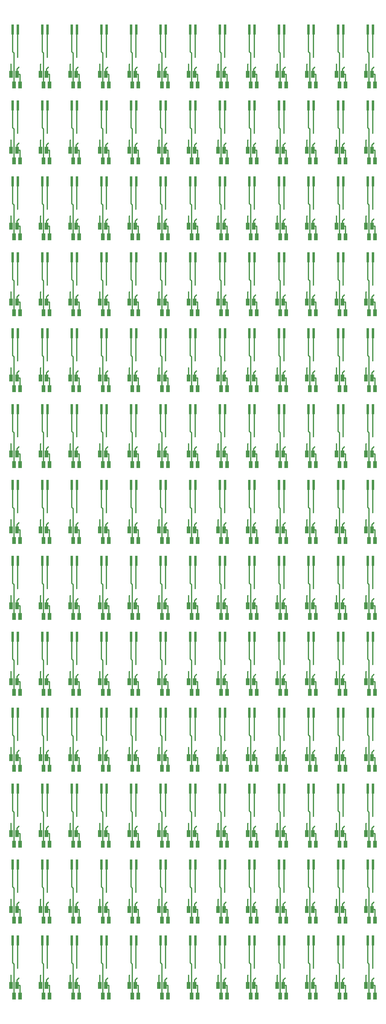
<source format=gtl>
G04 #@! TF.FileFunction,Copper,L1,Top,Signal*
%FSLAX46Y46*%
G04 Gerber Fmt 4.6, Leading zero omitted, Abs format (unit mm)*
G04 Created by KiCad (PCBNEW 4.0.2-4+6225~38~ubuntu14.04.1-stable) date Mon 16 May 2016 16:09:22 BST*
%MOMM*%
G01*
G04 APERTURE LIST*
%ADD10C,0.100000*%
%ADD11R,1.500000X3.000000*%
%ADD12R,1.000000X4.350000*%
%ADD13C,0.600000*%
%ADD14C,0.500000*%
%ADD15C,0.250000*%
G04 APERTURE END LIST*
D10*
D11*
X175000000Y-427750000D03*
X173730000Y-423250000D03*
X172460000Y-427750000D03*
X171190000Y-423250000D03*
D12*
X174100000Y-404325000D03*
X171900000Y-404325000D03*
D11*
X162500000Y-427750000D03*
X161230000Y-423250000D03*
X159960000Y-427750000D03*
X158690000Y-423250000D03*
D12*
X161600000Y-404325000D03*
X159400000Y-404325000D03*
D11*
X150000000Y-427750000D03*
X148730000Y-423250000D03*
X147460000Y-427750000D03*
X146190000Y-423250000D03*
D12*
X149100000Y-404325000D03*
X146900000Y-404325000D03*
D11*
X137500000Y-427750000D03*
X136230000Y-423250000D03*
X134960000Y-427750000D03*
X133690000Y-423250000D03*
D12*
X136600000Y-404325000D03*
X134400000Y-404325000D03*
D11*
X125000000Y-427750000D03*
X123730000Y-423250000D03*
X122460000Y-427750000D03*
X121190000Y-423250000D03*
D12*
X124100000Y-404325000D03*
X121900000Y-404325000D03*
D11*
X112500000Y-427750000D03*
X111230000Y-423250000D03*
X109960000Y-427750000D03*
X108690000Y-423250000D03*
D12*
X111600000Y-404325000D03*
X109400000Y-404325000D03*
D11*
X100000000Y-427750000D03*
X98730000Y-423250000D03*
X97460000Y-427750000D03*
X96190000Y-423250000D03*
D12*
X99100000Y-404325000D03*
X96900000Y-404325000D03*
D11*
X87500000Y-427750000D03*
X86230000Y-423250000D03*
X84960000Y-427750000D03*
X83690000Y-423250000D03*
D12*
X86600000Y-404325000D03*
X84400000Y-404325000D03*
D11*
X75000000Y-427750000D03*
X73730000Y-423250000D03*
X72460000Y-427750000D03*
X71190000Y-423250000D03*
D12*
X74100000Y-404325000D03*
X71900000Y-404325000D03*
D11*
X62500000Y-427750000D03*
X61230000Y-423250000D03*
X59960000Y-427750000D03*
X58690000Y-423250000D03*
D12*
X61600000Y-404325000D03*
X59400000Y-404325000D03*
D11*
X50000000Y-427750000D03*
X48730000Y-423250000D03*
X47460000Y-427750000D03*
X46190000Y-423250000D03*
D12*
X49100000Y-404325000D03*
X46900000Y-404325000D03*
D11*
X37500000Y-427750000D03*
X36230000Y-423250000D03*
X34960000Y-427750000D03*
X33690000Y-423250000D03*
D12*
X36600000Y-404325000D03*
X34400000Y-404325000D03*
D11*
X25000000Y-427750000D03*
X23730000Y-423250000D03*
X22460000Y-427750000D03*
X21190000Y-423250000D03*
D12*
X24100000Y-404325000D03*
X21900000Y-404325000D03*
D11*
X175000000Y-395750000D03*
X173730000Y-391250000D03*
X172460000Y-395750000D03*
X171190000Y-391250000D03*
D12*
X174100000Y-372325000D03*
X171900000Y-372325000D03*
D11*
X162500000Y-395750000D03*
X161230000Y-391250000D03*
X159960000Y-395750000D03*
X158690000Y-391250000D03*
D12*
X161600000Y-372325000D03*
X159400000Y-372325000D03*
D11*
X150000000Y-395750000D03*
X148730000Y-391250000D03*
X147460000Y-395750000D03*
X146190000Y-391250000D03*
D12*
X149100000Y-372325000D03*
X146900000Y-372325000D03*
D11*
X137500000Y-395750000D03*
X136230000Y-391250000D03*
X134960000Y-395750000D03*
X133690000Y-391250000D03*
D12*
X136600000Y-372325000D03*
X134400000Y-372325000D03*
D11*
X125000000Y-395750000D03*
X123730000Y-391250000D03*
X122460000Y-395750000D03*
X121190000Y-391250000D03*
D12*
X124100000Y-372325000D03*
X121900000Y-372325000D03*
D11*
X112500000Y-395750000D03*
X111230000Y-391250000D03*
X109960000Y-395750000D03*
X108690000Y-391250000D03*
D12*
X111600000Y-372325000D03*
X109400000Y-372325000D03*
D11*
X100000000Y-395750000D03*
X98730000Y-391250000D03*
X97460000Y-395750000D03*
X96190000Y-391250000D03*
D12*
X99100000Y-372325000D03*
X96900000Y-372325000D03*
D11*
X87500000Y-395750000D03*
X86230000Y-391250000D03*
X84960000Y-395750000D03*
X83690000Y-391250000D03*
D12*
X86600000Y-372325000D03*
X84400000Y-372325000D03*
D11*
X75000000Y-395750000D03*
X73730000Y-391250000D03*
X72460000Y-395750000D03*
X71190000Y-391250000D03*
D12*
X74100000Y-372325000D03*
X71900000Y-372325000D03*
D11*
X62500000Y-395750000D03*
X61230000Y-391250000D03*
X59960000Y-395750000D03*
X58690000Y-391250000D03*
D12*
X61600000Y-372325000D03*
X59400000Y-372325000D03*
D11*
X50000000Y-395750000D03*
X48730000Y-391250000D03*
X47460000Y-395750000D03*
X46190000Y-391250000D03*
D12*
X49100000Y-372325000D03*
X46900000Y-372325000D03*
D11*
X37500000Y-395750000D03*
X36230000Y-391250000D03*
X34960000Y-395750000D03*
X33690000Y-391250000D03*
D12*
X36600000Y-372325000D03*
X34400000Y-372325000D03*
D11*
X25000000Y-395750000D03*
X23730000Y-391250000D03*
X22460000Y-395750000D03*
X21190000Y-391250000D03*
D12*
X24100000Y-372325000D03*
X21900000Y-372325000D03*
D11*
X175000000Y-363750000D03*
X173730000Y-359250000D03*
X172460000Y-363750000D03*
X171190000Y-359250000D03*
D12*
X174100000Y-340325000D03*
X171900000Y-340325000D03*
D11*
X162500000Y-363750000D03*
X161230000Y-359250000D03*
X159960000Y-363750000D03*
X158690000Y-359250000D03*
D12*
X161600000Y-340325000D03*
X159400000Y-340325000D03*
D11*
X150000000Y-363750000D03*
X148730000Y-359250000D03*
X147460000Y-363750000D03*
X146190000Y-359250000D03*
D12*
X149100000Y-340325000D03*
X146900000Y-340325000D03*
D11*
X137500000Y-363750000D03*
X136230000Y-359250000D03*
X134960000Y-363750000D03*
X133690000Y-359250000D03*
D12*
X136600000Y-340325000D03*
X134400000Y-340325000D03*
D11*
X125000000Y-363750000D03*
X123730000Y-359250000D03*
X122460000Y-363750000D03*
X121190000Y-359250000D03*
D12*
X124100000Y-340325000D03*
X121900000Y-340325000D03*
D11*
X112500000Y-363750000D03*
X111230000Y-359250000D03*
X109960000Y-363750000D03*
X108690000Y-359250000D03*
D12*
X111600000Y-340325000D03*
X109400000Y-340325000D03*
D11*
X100000000Y-363750000D03*
X98730000Y-359250000D03*
X97460000Y-363750000D03*
X96190000Y-359250000D03*
D12*
X99100000Y-340325000D03*
X96900000Y-340325000D03*
D11*
X87500000Y-363750000D03*
X86230000Y-359250000D03*
X84960000Y-363750000D03*
X83690000Y-359250000D03*
D12*
X86600000Y-340325000D03*
X84400000Y-340325000D03*
D11*
X75000000Y-363750000D03*
X73730000Y-359250000D03*
X72460000Y-363750000D03*
X71190000Y-359250000D03*
D12*
X74100000Y-340325000D03*
X71900000Y-340325000D03*
D11*
X62500000Y-363750000D03*
X61230000Y-359250000D03*
X59960000Y-363750000D03*
X58690000Y-359250000D03*
D12*
X61600000Y-340325000D03*
X59400000Y-340325000D03*
D11*
X50000000Y-363750000D03*
X48730000Y-359250000D03*
X47460000Y-363750000D03*
X46190000Y-359250000D03*
D12*
X49100000Y-340325000D03*
X46900000Y-340325000D03*
D11*
X37500000Y-363750000D03*
X36230000Y-359250000D03*
X34960000Y-363750000D03*
X33690000Y-359250000D03*
D12*
X36600000Y-340325000D03*
X34400000Y-340325000D03*
D11*
X25000000Y-363750000D03*
X23730000Y-359250000D03*
X22460000Y-363750000D03*
X21190000Y-359250000D03*
D12*
X24100000Y-340325000D03*
X21900000Y-340325000D03*
D11*
X175000000Y-331750000D03*
X173730000Y-327250000D03*
X172460000Y-331750000D03*
X171190000Y-327250000D03*
D12*
X174100000Y-308325000D03*
X171900000Y-308325000D03*
D11*
X162500000Y-331750000D03*
X161230000Y-327250000D03*
X159960000Y-331750000D03*
X158690000Y-327250000D03*
D12*
X161600000Y-308325000D03*
X159400000Y-308325000D03*
D11*
X150000000Y-331750000D03*
X148730000Y-327250000D03*
X147460000Y-331750000D03*
X146190000Y-327250000D03*
D12*
X149100000Y-308325000D03*
X146900000Y-308325000D03*
D11*
X137500000Y-331750000D03*
X136230000Y-327250000D03*
X134960000Y-331750000D03*
X133690000Y-327250000D03*
D12*
X136600000Y-308325000D03*
X134400000Y-308325000D03*
D11*
X125000000Y-331750000D03*
X123730000Y-327250000D03*
X122460000Y-331750000D03*
X121190000Y-327250000D03*
D12*
X124100000Y-308325000D03*
X121900000Y-308325000D03*
D11*
X112500000Y-331750000D03*
X111230000Y-327250000D03*
X109960000Y-331750000D03*
X108690000Y-327250000D03*
D12*
X111600000Y-308325000D03*
X109400000Y-308325000D03*
D11*
X100000000Y-331750000D03*
X98730000Y-327250000D03*
X97460000Y-331750000D03*
X96190000Y-327250000D03*
D12*
X99100000Y-308325000D03*
X96900000Y-308325000D03*
D11*
X87500000Y-331750000D03*
X86230000Y-327250000D03*
X84960000Y-331750000D03*
X83690000Y-327250000D03*
D12*
X86600000Y-308325000D03*
X84400000Y-308325000D03*
D11*
X75000000Y-331750000D03*
X73730000Y-327250000D03*
X72460000Y-331750000D03*
X71190000Y-327250000D03*
D12*
X74100000Y-308325000D03*
X71900000Y-308325000D03*
D11*
X62500000Y-331750000D03*
X61230000Y-327250000D03*
X59960000Y-331750000D03*
X58690000Y-327250000D03*
D12*
X61600000Y-308325000D03*
X59400000Y-308325000D03*
D11*
X50000000Y-331750000D03*
X48730000Y-327250000D03*
X47460000Y-331750000D03*
X46190000Y-327250000D03*
D12*
X49100000Y-308325000D03*
X46900000Y-308325000D03*
D11*
X37500000Y-331750000D03*
X36230000Y-327250000D03*
X34960000Y-331750000D03*
X33690000Y-327250000D03*
D12*
X36600000Y-308325000D03*
X34400000Y-308325000D03*
D11*
X25000000Y-331750000D03*
X23730000Y-327250000D03*
X22460000Y-331750000D03*
X21190000Y-327250000D03*
D12*
X24100000Y-308325000D03*
X21900000Y-308325000D03*
D11*
X175000000Y-299750000D03*
X173730000Y-295250000D03*
X172460000Y-299750000D03*
X171190000Y-295250000D03*
D12*
X174100000Y-276325000D03*
X171900000Y-276325000D03*
D11*
X162500000Y-299750000D03*
X161230000Y-295250000D03*
X159960000Y-299750000D03*
X158690000Y-295250000D03*
D12*
X161600000Y-276325000D03*
X159400000Y-276325000D03*
D11*
X150000000Y-299750000D03*
X148730000Y-295250000D03*
X147460000Y-299750000D03*
X146190000Y-295250000D03*
D12*
X149100000Y-276325000D03*
X146900000Y-276325000D03*
D11*
X137500000Y-299750000D03*
X136230000Y-295250000D03*
X134960000Y-299750000D03*
X133690000Y-295250000D03*
D12*
X136600000Y-276325000D03*
X134400000Y-276325000D03*
D11*
X125000000Y-299750000D03*
X123730000Y-295250000D03*
X122460000Y-299750000D03*
X121190000Y-295250000D03*
D12*
X124100000Y-276325000D03*
X121900000Y-276325000D03*
D11*
X112500000Y-299750000D03*
X111230000Y-295250000D03*
X109960000Y-299750000D03*
X108690000Y-295250000D03*
D12*
X111600000Y-276325000D03*
X109400000Y-276325000D03*
D11*
X100000000Y-299750000D03*
X98730000Y-295250000D03*
X97460000Y-299750000D03*
X96190000Y-295250000D03*
D12*
X99100000Y-276325000D03*
X96900000Y-276325000D03*
D11*
X87500000Y-299750000D03*
X86230000Y-295250000D03*
X84960000Y-299750000D03*
X83690000Y-295250000D03*
D12*
X86600000Y-276325000D03*
X84400000Y-276325000D03*
D11*
X75000000Y-299750000D03*
X73730000Y-295250000D03*
X72460000Y-299750000D03*
X71190000Y-295250000D03*
D12*
X74100000Y-276325000D03*
X71900000Y-276325000D03*
D11*
X62500000Y-299750000D03*
X61230000Y-295250000D03*
X59960000Y-299750000D03*
X58690000Y-295250000D03*
D12*
X61600000Y-276325000D03*
X59400000Y-276325000D03*
D11*
X50000000Y-299750000D03*
X48730000Y-295250000D03*
X47460000Y-299750000D03*
X46190000Y-295250000D03*
D12*
X49100000Y-276325000D03*
X46900000Y-276325000D03*
D11*
X37500000Y-299750000D03*
X36230000Y-295250000D03*
X34960000Y-299750000D03*
X33690000Y-295250000D03*
D12*
X36600000Y-276325000D03*
X34400000Y-276325000D03*
D11*
X25000000Y-299750000D03*
X23730000Y-295250000D03*
X22460000Y-299750000D03*
X21190000Y-295250000D03*
D12*
X24100000Y-276325000D03*
X21900000Y-276325000D03*
D11*
X175000000Y-267750000D03*
X173730000Y-263250000D03*
X172460000Y-267750000D03*
X171190000Y-263250000D03*
D12*
X174100000Y-244325000D03*
X171900000Y-244325000D03*
D11*
X162500000Y-267750000D03*
X161230000Y-263250000D03*
X159960000Y-267750000D03*
X158690000Y-263250000D03*
D12*
X161600000Y-244325000D03*
X159400000Y-244325000D03*
D11*
X150000000Y-267750000D03*
X148730000Y-263250000D03*
X147460000Y-267750000D03*
X146190000Y-263250000D03*
D12*
X149100000Y-244325000D03*
X146900000Y-244325000D03*
D11*
X137500000Y-267750000D03*
X136230000Y-263250000D03*
X134960000Y-267750000D03*
X133690000Y-263250000D03*
D12*
X136600000Y-244325000D03*
X134400000Y-244325000D03*
D11*
X125000000Y-267750000D03*
X123730000Y-263250000D03*
X122460000Y-267750000D03*
X121190000Y-263250000D03*
D12*
X124100000Y-244325000D03*
X121900000Y-244325000D03*
D11*
X112500000Y-267750000D03*
X111230000Y-263250000D03*
X109960000Y-267750000D03*
X108690000Y-263250000D03*
D12*
X111600000Y-244325000D03*
X109400000Y-244325000D03*
D11*
X100000000Y-267750000D03*
X98730000Y-263250000D03*
X97460000Y-267750000D03*
X96190000Y-263250000D03*
D12*
X99100000Y-244325000D03*
X96900000Y-244325000D03*
D11*
X87500000Y-267750000D03*
X86230000Y-263250000D03*
X84960000Y-267750000D03*
X83690000Y-263250000D03*
D12*
X86600000Y-244325000D03*
X84400000Y-244325000D03*
D11*
X75000000Y-267750000D03*
X73730000Y-263250000D03*
X72460000Y-267750000D03*
X71190000Y-263250000D03*
D12*
X74100000Y-244325000D03*
X71900000Y-244325000D03*
D11*
X62500000Y-267750000D03*
X61230000Y-263250000D03*
X59960000Y-267750000D03*
X58690000Y-263250000D03*
D12*
X61600000Y-244325000D03*
X59400000Y-244325000D03*
D11*
X50000000Y-267750000D03*
X48730000Y-263250000D03*
X47460000Y-267750000D03*
X46190000Y-263250000D03*
D12*
X49100000Y-244325000D03*
X46900000Y-244325000D03*
D11*
X37500000Y-267750000D03*
X36230000Y-263250000D03*
X34960000Y-267750000D03*
X33690000Y-263250000D03*
D12*
X36600000Y-244325000D03*
X34400000Y-244325000D03*
D11*
X25000000Y-267750000D03*
X23730000Y-263250000D03*
X22460000Y-267750000D03*
X21190000Y-263250000D03*
D12*
X24100000Y-244325000D03*
X21900000Y-244325000D03*
D11*
X175000000Y-235750000D03*
X173730000Y-231250000D03*
X172460000Y-235750000D03*
X171190000Y-231250000D03*
D12*
X174100000Y-212325000D03*
X171900000Y-212325000D03*
D11*
X162500000Y-235750000D03*
X161230000Y-231250000D03*
X159960000Y-235750000D03*
X158690000Y-231250000D03*
D12*
X161600000Y-212325000D03*
X159400000Y-212325000D03*
D11*
X150000000Y-235750000D03*
X148730000Y-231250000D03*
X147460000Y-235750000D03*
X146190000Y-231250000D03*
D12*
X149100000Y-212325000D03*
X146900000Y-212325000D03*
D11*
X137500000Y-235750000D03*
X136230000Y-231250000D03*
X134960000Y-235750000D03*
X133690000Y-231250000D03*
D12*
X136600000Y-212325000D03*
X134400000Y-212325000D03*
D11*
X125000000Y-235750000D03*
X123730000Y-231250000D03*
X122460000Y-235750000D03*
X121190000Y-231250000D03*
D12*
X124100000Y-212325000D03*
X121900000Y-212325000D03*
D11*
X112500000Y-235750000D03*
X111230000Y-231250000D03*
X109960000Y-235750000D03*
X108690000Y-231250000D03*
D12*
X111600000Y-212325000D03*
X109400000Y-212325000D03*
D11*
X100000000Y-235750000D03*
X98730000Y-231250000D03*
X97460000Y-235750000D03*
X96190000Y-231250000D03*
D12*
X99100000Y-212325000D03*
X96900000Y-212325000D03*
D11*
X87500000Y-235750000D03*
X86230000Y-231250000D03*
X84960000Y-235750000D03*
X83690000Y-231250000D03*
D12*
X86600000Y-212325000D03*
X84400000Y-212325000D03*
D11*
X75000000Y-235750000D03*
X73730000Y-231250000D03*
X72460000Y-235750000D03*
X71190000Y-231250000D03*
D12*
X74100000Y-212325000D03*
X71900000Y-212325000D03*
D11*
X62500000Y-235750000D03*
X61230000Y-231250000D03*
X59960000Y-235750000D03*
X58690000Y-231250000D03*
D12*
X61600000Y-212325000D03*
X59400000Y-212325000D03*
D11*
X50000000Y-235750000D03*
X48730000Y-231250000D03*
X47460000Y-235750000D03*
X46190000Y-231250000D03*
D12*
X49100000Y-212325000D03*
X46900000Y-212325000D03*
D11*
X37500000Y-235750000D03*
X36230000Y-231250000D03*
X34960000Y-235750000D03*
X33690000Y-231250000D03*
D12*
X36600000Y-212325000D03*
X34400000Y-212325000D03*
D11*
X25000000Y-235750000D03*
X23730000Y-231250000D03*
X22460000Y-235750000D03*
X21190000Y-231250000D03*
D12*
X24100000Y-212325000D03*
X21900000Y-212325000D03*
D11*
X175000000Y-203750000D03*
X173730000Y-199250000D03*
X172460000Y-203750000D03*
X171190000Y-199250000D03*
D12*
X174100000Y-180325000D03*
X171900000Y-180325000D03*
D11*
X162500000Y-203750000D03*
X161230000Y-199250000D03*
X159960000Y-203750000D03*
X158690000Y-199250000D03*
D12*
X161600000Y-180325000D03*
X159400000Y-180325000D03*
D11*
X150000000Y-203750000D03*
X148730000Y-199250000D03*
X147460000Y-203750000D03*
X146190000Y-199250000D03*
D12*
X149100000Y-180325000D03*
X146900000Y-180325000D03*
D11*
X137500000Y-203750000D03*
X136230000Y-199250000D03*
X134960000Y-203750000D03*
X133690000Y-199250000D03*
D12*
X136600000Y-180325000D03*
X134400000Y-180325000D03*
D11*
X125000000Y-203750000D03*
X123730000Y-199250000D03*
X122460000Y-203750000D03*
X121190000Y-199250000D03*
D12*
X124100000Y-180325000D03*
X121900000Y-180325000D03*
D11*
X112500000Y-203750000D03*
X111230000Y-199250000D03*
X109960000Y-203750000D03*
X108690000Y-199250000D03*
D12*
X111600000Y-180325000D03*
X109400000Y-180325000D03*
D11*
X100000000Y-203750000D03*
X98730000Y-199250000D03*
X97460000Y-203750000D03*
X96190000Y-199250000D03*
D12*
X99100000Y-180325000D03*
X96900000Y-180325000D03*
D11*
X87500000Y-203750000D03*
X86230000Y-199250000D03*
X84960000Y-203750000D03*
X83690000Y-199250000D03*
D12*
X86600000Y-180325000D03*
X84400000Y-180325000D03*
D11*
X75000000Y-203750000D03*
X73730000Y-199250000D03*
X72460000Y-203750000D03*
X71190000Y-199250000D03*
D12*
X74100000Y-180325000D03*
X71900000Y-180325000D03*
D11*
X62500000Y-203750000D03*
X61230000Y-199250000D03*
X59960000Y-203750000D03*
X58690000Y-199250000D03*
D12*
X61600000Y-180325000D03*
X59400000Y-180325000D03*
D11*
X50000000Y-203750000D03*
X48730000Y-199250000D03*
X47460000Y-203750000D03*
X46190000Y-199250000D03*
D12*
X49100000Y-180325000D03*
X46900000Y-180325000D03*
D11*
X37500000Y-203750000D03*
X36230000Y-199250000D03*
X34960000Y-203750000D03*
X33690000Y-199250000D03*
D12*
X36600000Y-180325000D03*
X34400000Y-180325000D03*
D11*
X25000000Y-203750000D03*
X23730000Y-199250000D03*
X22460000Y-203750000D03*
X21190000Y-199250000D03*
D12*
X24100000Y-180325000D03*
X21900000Y-180325000D03*
D11*
X175000000Y-171750000D03*
X173730000Y-167250000D03*
X172460000Y-171750000D03*
X171190000Y-167250000D03*
D12*
X174100000Y-148325000D03*
X171900000Y-148325000D03*
D11*
X162500000Y-171750000D03*
X161230000Y-167250000D03*
X159960000Y-171750000D03*
X158690000Y-167250000D03*
D12*
X161600000Y-148325000D03*
X159400000Y-148325000D03*
D11*
X150000000Y-171750000D03*
X148730000Y-167250000D03*
X147460000Y-171750000D03*
X146190000Y-167250000D03*
D12*
X149100000Y-148325000D03*
X146900000Y-148325000D03*
D11*
X137500000Y-171750000D03*
X136230000Y-167250000D03*
X134960000Y-171750000D03*
X133690000Y-167250000D03*
D12*
X136600000Y-148325000D03*
X134400000Y-148325000D03*
D11*
X125000000Y-171750000D03*
X123730000Y-167250000D03*
X122460000Y-171750000D03*
X121190000Y-167250000D03*
D12*
X124100000Y-148325000D03*
X121900000Y-148325000D03*
D11*
X112500000Y-171750000D03*
X111230000Y-167250000D03*
X109960000Y-171750000D03*
X108690000Y-167250000D03*
D12*
X111600000Y-148325000D03*
X109400000Y-148325000D03*
D11*
X100000000Y-171750000D03*
X98730000Y-167250000D03*
X97460000Y-171750000D03*
X96190000Y-167250000D03*
D12*
X99100000Y-148325000D03*
X96900000Y-148325000D03*
D11*
X87500000Y-171750000D03*
X86230000Y-167250000D03*
X84960000Y-171750000D03*
X83690000Y-167250000D03*
D12*
X86600000Y-148325000D03*
X84400000Y-148325000D03*
D11*
X75000000Y-171750000D03*
X73730000Y-167250000D03*
X72460000Y-171750000D03*
X71190000Y-167250000D03*
D12*
X74100000Y-148325000D03*
X71900000Y-148325000D03*
D11*
X62500000Y-171750000D03*
X61230000Y-167250000D03*
X59960000Y-171750000D03*
X58690000Y-167250000D03*
D12*
X61600000Y-148325000D03*
X59400000Y-148325000D03*
D11*
X50000000Y-171750000D03*
X48730000Y-167250000D03*
X47460000Y-171750000D03*
X46190000Y-167250000D03*
D12*
X49100000Y-148325000D03*
X46900000Y-148325000D03*
D11*
X37500000Y-171750000D03*
X36230000Y-167250000D03*
X34960000Y-171750000D03*
X33690000Y-167250000D03*
D12*
X36600000Y-148325000D03*
X34400000Y-148325000D03*
D11*
X25000000Y-171750000D03*
X23730000Y-167250000D03*
X22460000Y-171750000D03*
X21190000Y-167250000D03*
D12*
X24100000Y-148325000D03*
X21900000Y-148325000D03*
D11*
X175000000Y-139750000D03*
X173730000Y-135250000D03*
X172460000Y-139750000D03*
X171190000Y-135250000D03*
D12*
X174100000Y-116325000D03*
X171900000Y-116325000D03*
D11*
X162500000Y-139750000D03*
X161230000Y-135250000D03*
X159960000Y-139750000D03*
X158690000Y-135250000D03*
D12*
X161600000Y-116325000D03*
X159400000Y-116325000D03*
D11*
X150000000Y-139750000D03*
X148730000Y-135250000D03*
X147460000Y-139750000D03*
X146190000Y-135250000D03*
D12*
X149100000Y-116325000D03*
X146900000Y-116325000D03*
D11*
X137500000Y-139750000D03*
X136230000Y-135250000D03*
X134960000Y-139750000D03*
X133690000Y-135250000D03*
D12*
X136600000Y-116325000D03*
X134400000Y-116325000D03*
D11*
X125000000Y-139750000D03*
X123730000Y-135250000D03*
X122460000Y-139750000D03*
X121190000Y-135250000D03*
D12*
X124100000Y-116325000D03*
X121900000Y-116325000D03*
D11*
X112500000Y-139750000D03*
X111230000Y-135250000D03*
X109960000Y-139750000D03*
X108690000Y-135250000D03*
D12*
X111600000Y-116325000D03*
X109400000Y-116325000D03*
D11*
X100000000Y-139750000D03*
X98730000Y-135250000D03*
X97460000Y-139750000D03*
X96190000Y-135250000D03*
D12*
X99100000Y-116325000D03*
X96900000Y-116325000D03*
D11*
X87500000Y-139750000D03*
X86230000Y-135250000D03*
X84960000Y-139750000D03*
X83690000Y-135250000D03*
D12*
X86600000Y-116325000D03*
X84400000Y-116325000D03*
D11*
X75000000Y-139750000D03*
X73730000Y-135250000D03*
X72460000Y-139750000D03*
X71190000Y-135250000D03*
D12*
X74100000Y-116325000D03*
X71900000Y-116325000D03*
D11*
X62500000Y-139750000D03*
X61230000Y-135250000D03*
X59960000Y-139750000D03*
X58690000Y-135250000D03*
D12*
X61600000Y-116325000D03*
X59400000Y-116325000D03*
D11*
X50000000Y-139750000D03*
X48730000Y-135250000D03*
X47460000Y-139750000D03*
X46190000Y-135250000D03*
D12*
X49100000Y-116325000D03*
X46900000Y-116325000D03*
D11*
X37500000Y-139750000D03*
X36230000Y-135250000D03*
X34960000Y-139750000D03*
X33690000Y-135250000D03*
D12*
X36600000Y-116325000D03*
X34400000Y-116325000D03*
D11*
X25000000Y-139750000D03*
X23730000Y-135250000D03*
X22460000Y-139750000D03*
X21190000Y-135250000D03*
D12*
X24100000Y-116325000D03*
X21900000Y-116325000D03*
D11*
X175000000Y-107750000D03*
X173730000Y-103250000D03*
X172460000Y-107750000D03*
X171190000Y-103250000D03*
D12*
X174100000Y-84325000D03*
X171900000Y-84325000D03*
D11*
X162500000Y-107750000D03*
X161230000Y-103250000D03*
X159960000Y-107750000D03*
X158690000Y-103250000D03*
D12*
X161600000Y-84325000D03*
X159400000Y-84325000D03*
D11*
X150000000Y-107750000D03*
X148730000Y-103250000D03*
X147460000Y-107750000D03*
X146190000Y-103250000D03*
D12*
X149100000Y-84325000D03*
X146900000Y-84325000D03*
D11*
X137500000Y-107750000D03*
X136230000Y-103250000D03*
X134960000Y-107750000D03*
X133690000Y-103250000D03*
D12*
X136600000Y-84325000D03*
X134400000Y-84325000D03*
D11*
X125000000Y-107750000D03*
X123730000Y-103250000D03*
X122460000Y-107750000D03*
X121190000Y-103250000D03*
D12*
X124100000Y-84325000D03*
X121900000Y-84325000D03*
D11*
X112500000Y-107750000D03*
X111230000Y-103250000D03*
X109960000Y-107750000D03*
X108690000Y-103250000D03*
D12*
X111600000Y-84325000D03*
X109400000Y-84325000D03*
D11*
X100000000Y-107750000D03*
X98730000Y-103250000D03*
X97460000Y-107750000D03*
X96190000Y-103250000D03*
D12*
X99100000Y-84325000D03*
X96900000Y-84325000D03*
D11*
X87500000Y-107750000D03*
X86230000Y-103250000D03*
X84960000Y-107750000D03*
X83690000Y-103250000D03*
D12*
X86600000Y-84325000D03*
X84400000Y-84325000D03*
D11*
X75000000Y-107750000D03*
X73730000Y-103250000D03*
X72460000Y-107750000D03*
X71190000Y-103250000D03*
D12*
X74100000Y-84325000D03*
X71900000Y-84325000D03*
D11*
X62500000Y-107750000D03*
X61230000Y-103250000D03*
X59960000Y-107750000D03*
X58690000Y-103250000D03*
D12*
X61600000Y-84325000D03*
X59400000Y-84325000D03*
D11*
X50000000Y-107750000D03*
X48730000Y-103250000D03*
X47460000Y-107750000D03*
X46190000Y-103250000D03*
D12*
X49100000Y-84325000D03*
X46900000Y-84325000D03*
D11*
X37500000Y-107750000D03*
X36230000Y-103250000D03*
X34960000Y-107750000D03*
X33690000Y-103250000D03*
D12*
X36600000Y-84325000D03*
X34400000Y-84325000D03*
D11*
X25000000Y-107750000D03*
X23730000Y-103250000D03*
X22460000Y-107750000D03*
X21190000Y-103250000D03*
D12*
X24100000Y-84325000D03*
X21900000Y-84325000D03*
D11*
X175000000Y-75750000D03*
X173730000Y-71250000D03*
X172460000Y-75750000D03*
X171190000Y-71250000D03*
D12*
X174100000Y-52325000D03*
X171900000Y-52325000D03*
D11*
X162500000Y-75750000D03*
X161230000Y-71250000D03*
X159960000Y-75750000D03*
X158690000Y-71250000D03*
D12*
X161600000Y-52325000D03*
X159400000Y-52325000D03*
D11*
X150000000Y-75750000D03*
X148730000Y-71250000D03*
X147460000Y-75750000D03*
X146190000Y-71250000D03*
D12*
X149100000Y-52325000D03*
X146900000Y-52325000D03*
D11*
X137500000Y-75750000D03*
X136230000Y-71250000D03*
X134960000Y-75750000D03*
X133690000Y-71250000D03*
D12*
X136600000Y-52325000D03*
X134400000Y-52325000D03*
D11*
X125000000Y-75750000D03*
X123730000Y-71250000D03*
X122460000Y-75750000D03*
X121190000Y-71250000D03*
D12*
X124100000Y-52325000D03*
X121900000Y-52325000D03*
D11*
X112500000Y-75750000D03*
X111230000Y-71250000D03*
X109960000Y-75750000D03*
X108690000Y-71250000D03*
D12*
X111600000Y-52325000D03*
X109400000Y-52325000D03*
D11*
X100000000Y-75750000D03*
X98730000Y-71250000D03*
X97460000Y-75750000D03*
X96190000Y-71250000D03*
D12*
X99100000Y-52325000D03*
X96900000Y-52325000D03*
D11*
X87500000Y-75750000D03*
X86230000Y-71250000D03*
X84960000Y-75750000D03*
X83690000Y-71250000D03*
D12*
X86600000Y-52325000D03*
X84400000Y-52325000D03*
D11*
X75000000Y-75750000D03*
X73730000Y-71250000D03*
X72460000Y-75750000D03*
X71190000Y-71250000D03*
D12*
X74100000Y-52325000D03*
X71900000Y-52325000D03*
D11*
X62500000Y-75750000D03*
X61230000Y-71250000D03*
X59960000Y-75750000D03*
X58690000Y-71250000D03*
D12*
X61600000Y-52325000D03*
X59400000Y-52325000D03*
D11*
X50000000Y-75750000D03*
X48730000Y-71250000D03*
X47460000Y-75750000D03*
X46190000Y-71250000D03*
D12*
X49100000Y-52325000D03*
X46900000Y-52325000D03*
D11*
X37500000Y-75750000D03*
X36230000Y-71250000D03*
X34960000Y-75750000D03*
X33690000Y-71250000D03*
D12*
X36600000Y-52325000D03*
X34400000Y-52325000D03*
D11*
X25000000Y-75750000D03*
X23730000Y-71250000D03*
X22460000Y-75750000D03*
X21190000Y-71250000D03*
D12*
X24100000Y-52325000D03*
X21900000Y-52325000D03*
D11*
X175000000Y-43750000D03*
X173730000Y-39250000D03*
X172460000Y-43750000D03*
X171190000Y-39250000D03*
D12*
X174100000Y-20325000D03*
X171900000Y-20325000D03*
D11*
X162500000Y-43750000D03*
X161230000Y-39250000D03*
X159960000Y-43750000D03*
X158690000Y-39250000D03*
D12*
X161600000Y-20325000D03*
X159400000Y-20325000D03*
D11*
X150000000Y-43750000D03*
X148730000Y-39250000D03*
X147460000Y-43750000D03*
X146190000Y-39250000D03*
D12*
X149100000Y-20325000D03*
X146900000Y-20325000D03*
D11*
X137500000Y-43750000D03*
X136230000Y-39250000D03*
X134960000Y-43750000D03*
X133690000Y-39250000D03*
D12*
X136600000Y-20325000D03*
X134400000Y-20325000D03*
D11*
X125000000Y-43750000D03*
X123730000Y-39250000D03*
X122460000Y-43750000D03*
X121190000Y-39250000D03*
D12*
X124100000Y-20325000D03*
X121900000Y-20325000D03*
D11*
X112500000Y-43750000D03*
X111230000Y-39250000D03*
X109960000Y-43750000D03*
X108690000Y-39250000D03*
D12*
X111600000Y-20325000D03*
X109400000Y-20325000D03*
D11*
X100000000Y-43750000D03*
X98730000Y-39250000D03*
X97460000Y-43750000D03*
X96190000Y-39250000D03*
D12*
X99100000Y-20325000D03*
X96900000Y-20325000D03*
D11*
X87500000Y-43750000D03*
X86230000Y-39250000D03*
X84960000Y-43750000D03*
X83690000Y-39250000D03*
D12*
X86600000Y-20325000D03*
X84400000Y-20325000D03*
D11*
X75000000Y-43750000D03*
X73730000Y-39250000D03*
X72460000Y-43750000D03*
X71190000Y-39250000D03*
D12*
X74100000Y-20325000D03*
X71900000Y-20325000D03*
D11*
X62500000Y-43750000D03*
X61230000Y-39250000D03*
X59960000Y-43750000D03*
X58690000Y-39250000D03*
D12*
X61600000Y-20325000D03*
X59400000Y-20325000D03*
D11*
X50000000Y-43750000D03*
X48730000Y-39250000D03*
X47460000Y-43750000D03*
X46190000Y-39250000D03*
D12*
X49100000Y-20325000D03*
X46900000Y-20325000D03*
D11*
X37500000Y-43750000D03*
X36230000Y-39250000D03*
X34960000Y-43750000D03*
X33690000Y-39250000D03*
D12*
X36600000Y-20325000D03*
X34400000Y-20325000D03*
D11*
X25000000Y-43750000D03*
X23730000Y-39250000D03*
X22460000Y-43750000D03*
X21190000Y-39250000D03*
D12*
X24100000Y-20325000D03*
X21900000Y-20325000D03*
D13*
X174500000Y-420250000D03*
X162000000Y-420250000D03*
X149500000Y-420250000D03*
X137000000Y-420250000D03*
X124500000Y-420250000D03*
X112000000Y-420250000D03*
X99500000Y-420250000D03*
X87000000Y-420250000D03*
X74500000Y-420250000D03*
X62000000Y-420250000D03*
X49500000Y-420250000D03*
X37000000Y-420250000D03*
X24500000Y-420250000D03*
X174500000Y-388250000D03*
X162000000Y-388250000D03*
X149500000Y-388250000D03*
X137000000Y-388250000D03*
X124500000Y-388250000D03*
X112000000Y-388250000D03*
X99500000Y-388250000D03*
X87000000Y-388250000D03*
X74500000Y-388250000D03*
X62000000Y-388250000D03*
X49500000Y-388250000D03*
X37000000Y-388250000D03*
X24500000Y-388250000D03*
X174500000Y-356250000D03*
X162000000Y-356250000D03*
X149500000Y-356250000D03*
X137000000Y-356250000D03*
X124500000Y-356250000D03*
X112000000Y-356250000D03*
X99500000Y-356250000D03*
X87000000Y-356250000D03*
X74500000Y-356250000D03*
X62000000Y-356250000D03*
X49500000Y-356250000D03*
X37000000Y-356250000D03*
X24500000Y-356250000D03*
X174500000Y-324250000D03*
X162000000Y-324250000D03*
X149500000Y-324250000D03*
X137000000Y-324250000D03*
X124500000Y-324250000D03*
X112000000Y-324250000D03*
X99500000Y-324250000D03*
X87000000Y-324250000D03*
X74500000Y-324250000D03*
X62000000Y-324250000D03*
X49500000Y-324250000D03*
X37000000Y-324250000D03*
X24500000Y-324250000D03*
X174500000Y-292250000D03*
X162000000Y-292250000D03*
X149500000Y-292250000D03*
X137000000Y-292250000D03*
X124500000Y-292250000D03*
X112000000Y-292250000D03*
X99500000Y-292250000D03*
X87000000Y-292250000D03*
X74500000Y-292250000D03*
X62000000Y-292250000D03*
X49500000Y-292250000D03*
X37000000Y-292250000D03*
X24500000Y-292250000D03*
X174500000Y-260250000D03*
X162000000Y-260250000D03*
X149500000Y-260250000D03*
X137000000Y-260250000D03*
X124500000Y-260250000D03*
X112000000Y-260250000D03*
X99500000Y-260250000D03*
X87000000Y-260250000D03*
X74500000Y-260250000D03*
X62000000Y-260250000D03*
X49500000Y-260250000D03*
X37000000Y-260250000D03*
X24500000Y-260250000D03*
X174500000Y-228250000D03*
X162000000Y-228250000D03*
X149500000Y-228250000D03*
X137000000Y-228250000D03*
X124500000Y-228250000D03*
X112000000Y-228250000D03*
X99500000Y-228250000D03*
X87000000Y-228250000D03*
X74500000Y-228250000D03*
X62000000Y-228250000D03*
X49500000Y-228250000D03*
X37000000Y-228250000D03*
X24500000Y-228250000D03*
X174500000Y-196250000D03*
X162000000Y-196250000D03*
X149500000Y-196250000D03*
X137000000Y-196250000D03*
X124500000Y-196250000D03*
X112000000Y-196250000D03*
X99500000Y-196250000D03*
X87000000Y-196250000D03*
X74500000Y-196250000D03*
X62000000Y-196250000D03*
X49500000Y-196250000D03*
X37000000Y-196250000D03*
X24500000Y-196250000D03*
X174500000Y-164250000D03*
X162000000Y-164250000D03*
X149500000Y-164250000D03*
X137000000Y-164250000D03*
X124500000Y-164250000D03*
X112000000Y-164250000D03*
X99500000Y-164250000D03*
X87000000Y-164250000D03*
X74500000Y-164250000D03*
X62000000Y-164250000D03*
X49500000Y-164250000D03*
X37000000Y-164250000D03*
X24500000Y-164250000D03*
X174500000Y-132250000D03*
X162000000Y-132250000D03*
X149500000Y-132250000D03*
X137000000Y-132250000D03*
X124500000Y-132250000D03*
X112000000Y-132250000D03*
X99500000Y-132250000D03*
X87000000Y-132250000D03*
X74500000Y-132250000D03*
X62000000Y-132250000D03*
X49500000Y-132250000D03*
X37000000Y-132250000D03*
X24500000Y-132250000D03*
X174500000Y-100250000D03*
X162000000Y-100250000D03*
X149500000Y-100250000D03*
X137000000Y-100250000D03*
X124500000Y-100250000D03*
X112000000Y-100250000D03*
X99500000Y-100250000D03*
X87000000Y-100250000D03*
X74500000Y-100250000D03*
X62000000Y-100250000D03*
X49500000Y-100250000D03*
X37000000Y-100250000D03*
X24500000Y-100250000D03*
X174500000Y-68250000D03*
X162000000Y-68250000D03*
X149500000Y-68250000D03*
X137000000Y-68250000D03*
X124500000Y-68250000D03*
X112000000Y-68250000D03*
X99500000Y-68250000D03*
X87000000Y-68250000D03*
X74500000Y-68250000D03*
X62000000Y-68250000D03*
X49500000Y-68250000D03*
X37000000Y-68250000D03*
X24500000Y-68250000D03*
X174500000Y-36250000D03*
X162000000Y-36250000D03*
X149500000Y-36250000D03*
X137000000Y-36250000D03*
X124500000Y-36250000D03*
X112000000Y-36250000D03*
X99500000Y-36250000D03*
X87000000Y-36250000D03*
X74500000Y-36250000D03*
X62000000Y-36250000D03*
X49500000Y-36250000D03*
X37000000Y-36250000D03*
X24500000Y-36250000D03*
X171250000Y-419000000D03*
X158750000Y-419000000D03*
X146250000Y-419000000D03*
X133750000Y-419000000D03*
X121250000Y-419000000D03*
X108750000Y-419000000D03*
X96250000Y-419000000D03*
X83750000Y-419000000D03*
X71250000Y-419000000D03*
X58750000Y-419000000D03*
X46250000Y-419000000D03*
X33750000Y-419000000D03*
X21250000Y-419000000D03*
X171250000Y-387000000D03*
X158750000Y-387000000D03*
X146250000Y-387000000D03*
X133750000Y-387000000D03*
X121250000Y-387000000D03*
X108750000Y-387000000D03*
X96250000Y-387000000D03*
X83750000Y-387000000D03*
X71250000Y-387000000D03*
X58750000Y-387000000D03*
X46250000Y-387000000D03*
X33750000Y-387000000D03*
X21250000Y-387000000D03*
X171250000Y-355000000D03*
X158750000Y-355000000D03*
X146250000Y-355000000D03*
X133750000Y-355000000D03*
X121250000Y-355000000D03*
X108750000Y-355000000D03*
X96250000Y-355000000D03*
X83750000Y-355000000D03*
X71250000Y-355000000D03*
X58750000Y-355000000D03*
X46250000Y-355000000D03*
X33750000Y-355000000D03*
X21250000Y-355000000D03*
X171250000Y-323000000D03*
X158750000Y-323000000D03*
X146250000Y-323000000D03*
X133750000Y-323000000D03*
X121250000Y-323000000D03*
X108750000Y-323000000D03*
X96250000Y-323000000D03*
X83750000Y-323000000D03*
X71250000Y-323000000D03*
X58750000Y-323000000D03*
X46250000Y-323000000D03*
X33750000Y-323000000D03*
X21250000Y-323000000D03*
X171250000Y-291000000D03*
X158750000Y-291000000D03*
X146250000Y-291000000D03*
X133750000Y-291000000D03*
X121250000Y-291000000D03*
X108750000Y-291000000D03*
X96250000Y-291000000D03*
X83750000Y-291000000D03*
X71250000Y-291000000D03*
X58750000Y-291000000D03*
X46250000Y-291000000D03*
X33750000Y-291000000D03*
X21250000Y-291000000D03*
X171250000Y-259000000D03*
X158750000Y-259000000D03*
X146250000Y-259000000D03*
X133750000Y-259000000D03*
X121250000Y-259000000D03*
X108750000Y-259000000D03*
X96250000Y-259000000D03*
X83750000Y-259000000D03*
X71250000Y-259000000D03*
X58750000Y-259000000D03*
X46250000Y-259000000D03*
X33750000Y-259000000D03*
X21250000Y-259000000D03*
X171250000Y-227000000D03*
X158750000Y-227000000D03*
X146250000Y-227000000D03*
X133750000Y-227000000D03*
X121250000Y-227000000D03*
X108750000Y-227000000D03*
X96250000Y-227000000D03*
X83750000Y-227000000D03*
X71250000Y-227000000D03*
X58750000Y-227000000D03*
X46250000Y-227000000D03*
X33750000Y-227000000D03*
X21250000Y-227000000D03*
X171250000Y-195000000D03*
X158750000Y-195000000D03*
X146250000Y-195000000D03*
X133750000Y-195000000D03*
X121250000Y-195000000D03*
X108750000Y-195000000D03*
X96250000Y-195000000D03*
X83750000Y-195000000D03*
X71250000Y-195000000D03*
X58750000Y-195000000D03*
X46250000Y-195000000D03*
X33750000Y-195000000D03*
X21250000Y-195000000D03*
X171250000Y-163000000D03*
X158750000Y-163000000D03*
X146250000Y-163000000D03*
X133750000Y-163000000D03*
X121250000Y-163000000D03*
X108750000Y-163000000D03*
X96250000Y-163000000D03*
X83750000Y-163000000D03*
X71250000Y-163000000D03*
X58750000Y-163000000D03*
X46250000Y-163000000D03*
X33750000Y-163000000D03*
X21250000Y-163000000D03*
X171250000Y-131000000D03*
X158750000Y-131000000D03*
X146250000Y-131000000D03*
X133750000Y-131000000D03*
X121250000Y-131000000D03*
X108750000Y-131000000D03*
X96250000Y-131000000D03*
X83750000Y-131000000D03*
X71250000Y-131000000D03*
X58750000Y-131000000D03*
X46250000Y-131000000D03*
X33750000Y-131000000D03*
X21250000Y-131000000D03*
X171250000Y-99000000D03*
X158750000Y-99000000D03*
X146250000Y-99000000D03*
X133750000Y-99000000D03*
X121250000Y-99000000D03*
X108750000Y-99000000D03*
X96250000Y-99000000D03*
X83750000Y-99000000D03*
X71250000Y-99000000D03*
X58750000Y-99000000D03*
X46250000Y-99000000D03*
X33750000Y-99000000D03*
X21250000Y-99000000D03*
X171250000Y-67000000D03*
X158750000Y-67000000D03*
X146250000Y-67000000D03*
X133750000Y-67000000D03*
X121250000Y-67000000D03*
X108750000Y-67000000D03*
X96250000Y-67000000D03*
X83750000Y-67000000D03*
X71250000Y-67000000D03*
X58750000Y-67000000D03*
X46250000Y-67000000D03*
X33750000Y-67000000D03*
X21250000Y-67000000D03*
X171250000Y-35000000D03*
X158750000Y-35000000D03*
X146250000Y-35000000D03*
X133750000Y-35000000D03*
X121250000Y-35000000D03*
X108750000Y-35000000D03*
X96250000Y-35000000D03*
X83750000Y-35000000D03*
X71250000Y-35000000D03*
X58750000Y-35000000D03*
X46250000Y-35000000D03*
X33750000Y-35000000D03*
X174000000Y-416000000D03*
X161500000Y-416000000D03*
X149000000Y-416000000D03*
X136500000Y-416000000D03*
X124000000Y-416000000D03*
X111500000Y-416000000D03*
X99000000Y-416000000D03*
X86500000Y-416000000D03*
X74000000Y-416000000D03*
X61500000Y-416000000D03*
X49000000Y-416000000D03*
X36500000Y-416000000D03*
X24000000Y-416000000D03*
X174000000Y-384000000D03*
X161500000Y-384000000D03*
X149000000Y-384000000D03*
X136500000Y-384000000D03*
X124000000Y-384000000D03*
X111500000Y-384000000D03*
X99000000Y-384000000D03*
X86500000Y-384000000D03*
X74000000Y-384000000D03*
X61500000Y-384000000D03*
X49000000Y-384000000D03*
X36500000Y-384000000D03*
X24000000Y-384000000D03*
X174000000Y-352000000D03*
X161500000Y-352000000D03*
X149000000Y-352000000D03*
X136500000Y-352000000D03*
X124000000Y-352000000D03*
X111500000Y-352000000D03*
X99000000Y-352000000D03*
X86500000Y-352000000D03*
X74000000Y-352000000D03*
X61500000Y-352000000D03*
X49000000Y-352000000D03*
X36500000Y-352000000D03*
X24000000Y-352000000D03*
X174000000Y-320000000D03*
X161500000Y-320000000D03*
X149000000Y-320000000D03*
X136500000Y-320000000D03*
X124000000Y-320000000D03*
X111500000Y-320000000D03*
X99000000Y-320000000D03*
X86500000Y-320000000D03*
X74000000Y-320000000D03*
X61500000Y-320000000D03*
X49000000Y-320000000D03*
X36500000Y-320000000D03*
X24000000Y-320000000D03*
X174000000Y-288000000D03*
X161500000Y-288000000D03*
X149000000Y-288000000D03*
X136500000Y-288000000D03*
X124000000Y-288000000D03*
X111500000Y-288000000D03*
X99000000Y-288000000D03*
X86500000Y-288000000D03*
X74000000Y-288000000D03*
X61500000Y-288000000D03*
X49000000Y-288000000D03*
X36500000Y-288000000D03*
X24000000Y-288000000D03*
X174000000Y-256000000D03*
X161500000Y-256000000D03*
X149000000Y-256000000D03*
X136500000Y-256000000D03*
X124000000Y-256000000D03*
X111500000Y-256000000D03*
X99000000Y-256000000D03*
X86500000Y-256000000D03*
X74000000Y-256000000D03*
X61500000Y-256000000D03*
X49000000Y-256000000D03*
X36500000Y-256000000D03*
X24000000Y-256000000D03*
X174000000Y-224000000D03*
X161500000Y-224000000D03*
X149000000Y-224000000D03*
X136500000Y-224000000D03*
X124000000Y-224000000D03*
X111500000Y-224000000D03*
X99000000Y-224000000D03*
X86500000Y-224000000D03*
X74000000Y-224000000D03*
X61500000Y-224000000D03*
X49000000Y-224000000D03*
X36500000Y-224000000D03*
X24000000Y-224000000D03*
X174000000Y-192000000D03*
X161500000Y-192000000D03*
X149000000Y-192000000D03*
X136500000Y-192000000D03*
X124000000Y-192000000D03*
X111500000Y-192000000D03*
X99000000Y-192000000D03*
X86500000Y-192000000D03*
X74000000Y-192000000D03*
X61500000Y-192000000D03*
X49000000Y-192000000D03*
X36500000Y-192000000D03*
X24000000Y-192000000D03*
X174000000Y-160000000D03*
X161500000Y-160000000D03*
X149000000Y-160000000D03*
X136500000Y-160000000D03*
X124000000Y-160000000D03*
X111500000Y-160000000D03*
X99000000Y-160000000D03*
X86500000Y-160000000D03*
X74000000Y-160000000D03*
X61500000Y-160000000D03*
X49000000Y-160000000D03*
X36500000Y-160000000D03*
X24000000Y-160000000D03*
X174000000Y-128000000D03*
X161500000Y-128000000D03*
X149000000Y-128000000D03*
X136500000Y-128000000D03*
X124000000Y-128000000D03*
X111500000Y-128000000D03*
X99000000Y-128000000D03*
X86500000Y-128000000D03*
X74000000Y-128000000D03*
X61500000Y-128000000D03*
X49000000Y-128000000D03*
X36500000Y-128000000D03*
X24000000Y-128000000D03*
X174000000Y-96000000D03*
X161500000Y-96000000D03*
X149000000Y-96000000D03*
X136500000Y-96000000D03*
X124000000Y-96000000D03*
X111500000Y-96000000D03*
X99000000Y-96000000D03*
X86500000Y-96000000D03*
X74000000Y-96000000D03*
X61500000Y-96000000D03*
X49000000Y-96000000D03*
X36500000Y-96000000D03*
X24000000Y-96000000D03*
X174000000Y-64000000D03*
X161500000Y-64000000D03*
X149000000Y-64000000D03*
X136500000Y-64000000D03*
X124000000Y-64000000D03*
X111500000Y-64000000D03*
X99000000Y-64000000D03*
X86500000Y-64000000D03*
X74000000Y-64000000D03*
X61500000Y-64000000D03*
X49000000Y-64000000D03*
X36500000Y-64000000D03*
X24000000Y-64000000D03*
X174000000Y-32000000D03*
X161500000Y-32000000D03*
X149000000Y-32000000D03*
X136500000Y-32000000D03*
X124000000Y-32000000D03*
X111500000Y-32000000D03*
X99000000Y-32000000D03*
X86500000Y-32000000D03*
X74000000Y-32000000D03*
X61500000Y-32000000D03*
X49000000Y-32000000D03*
X36500000Y-32000000D03*
X24000000Y-32000000D03*
X21250000Y-35000000D03*
D14*
X173730000Y-421020000D02*
X174500000Y-420250000D01*
X161230000Y-421020000D02*
X162000000Y-420250000D01*
X148730000Y-421020000D02*
X149500000Y-420250000D01*
X136230000Y-421020000D02*
X137000000Y-420250000D01*
X123730000Y-421020000D02*
X124500000Y-420250000D01*
X111230000Y-421020000D02*
X112000000Y-420250000D01*
X98730000Y-421020000D02*
X99500000Y-420250000D01*
X86230000Y-421020000D02*
X87000000Y-420250000D01*
X73730000Y-421020000D02*
X74500000Y-420250000D01*
X61230000Y-421020000D02*
X62000000Y-420250000D01*
X48730000Y-421020000D02*
X49500000Y-420250000D01*
X36230000Y-421020000D02*
X37000000Y-420250000D01*
X23730000Y-421020000D02*
X24500000Y-420250000D01*
X173730000Y-389020000D02*
X174500000Y-388250000D01*
X161230000Y-389020000D02*
X162000000Y-388250000D01*
X148730000Y-389020000D02*
X149500000Y-388250000D01*
X136230000Y-389020000D02*
X137000000Y-388250000D01*
X123730000Y-389020000D02*
X124500000Y-388250000D01*
X111230000Y-389020000D02*
X112000000Y-388250000D01*
X98730000Y-389020000D02*
X99500000Y-388250000D01*
X86230000Y-389020000D02*
X87000000Y-388250000D01*
X73730000Y-389020000D02*
X74500000Y-388250000D01*
X61230000Y-389020000D02*
X62000000Y-388250000D01*
X48730000Y-389020000D02*
X49500000Y-388250000D01*
X36230000Y-389020000D02*
X37000000Y-388250000D01*
X23730000Y-389020000D02*
X24500000Y-388250000D01*
X173730000Y-357020000D02*
X174500000Y-356250000D01*
X161230000Y-357020000D02*
X162000000Y-356250000D01*
X148730000Y-357020000D02*
X149500000Y-356250000D01*
X136230000Y-357020000D02*
X137000000Y-356250000D01*
X123730000Y-357020000D02*
X124500000Y-356250000D01*
X111230000Y-357020000D02*
X112000000Y-356250000D01*
X98730000Y-357020000D02*
X99500000Y-356250000D01*
X86230000Y-357020000D02*
X87000000Y-356250000D01*
X73730000Y-357020000D02*
X74500000Y-356250000D01*
X61230000Y-357020000D02*
X62000000Y-356250000D01*
X48730000Y-357020000D02*
X49500000Y-356250000D01*
X36230000Y-357020000D02*
X37000000Y-356250000D01*
X23730000Y-357020000D02*
X24500000Y-356250000D01*
X173730000Y-325020000D02*
X174500000Y-324250000D01*
X161230000Y-325020000D02*
X162000000Y-324250000D01*
X148730000Y-325020000D02*
X149500000Y-324250000D01*
X136230000Y-325020000D02*
X137000000Y-324250000D01*
X123730000Y-325020000D02*
X124500000Y-324250000D01*
X111230000Y-325020000D02*
X112000000Y-324250000D01*
X98730000Y-325020000D02*
X99500000Y-324250000D01*
X86230000Y-325020000D02*
X87000000Y-324250000D01*
X73730000Y-325020000D02*
X74500000Y-324250000D01*
X61230000Y-325020000D02*
X62000000Y-324250000D01*
X48730000Y-325020000D02*
X49500000Y-324250000D01*
X36230000Y-325020000D02*
X37000000Y-324250000D01*
X23730000Y-325020000D02*
X24500000Y-324250000D01*
X173730000Y-293020000D02*
X174500000Y-292250000D01*
X161230000Y-293020000D02*
X162000000Y-292250000D01*
X148730000Y-293020000D02*
X149500000Y-292250000D01*
X136230000Y-293020000D02*
X137000000Y-292250000D01*
X123730000Y-293020000D02*
X124500000Y-292250000D01*
X111230000Y-293020000D02*
X112000000Y-292250000D01*
X98730000Y-293020000D02*
X99500000Y-292250000D01*
X86230000Y-293020000D02*
X87000000Y-292250000D01*
X73730000Y-293020000D02*
X74500000Y-292250000D01*
X61230000Y-293020000D02*
X62000000Y-292250000D01*
X48730000Y-293020000D02*
X49500000Y-292250000D01*
X36230000Y-293020000D02*
X37000000Y-292250000D01*
X23730000Y-293020000D02*
X24500000Y-292250000D01*
X173730000Y-261020000D02*
X174500000Y-260250000D01*
X161230000Y-261020000D02*
X162000000Y-260250000D01*
X148730000Y-261020000D02*
X149500000Y-260250000D01*
X136230000Y-261020000D02*
X137000000Y-260250000D01*
X123730000Y-261020000D02*
X124500000Y-260250000D01*
X111230000Y-261020000D02*
X112000000Y-260250000D01*
X98730000Y-261020000D02*
X99500000Y-260250000D01*
X86230000Y-261020000D02*
X87000000Y-260250000D01*
X73730000Y-261020000D02*
X74500000Y-260250000D01*
X61230000Y-261020000D02*
X62000000Y-260250000D01*
X48730000Y-261020000D02*
X49500000Y-260250000D01*
X36230000Y-261020000D02*
X37000000Y-260250000D01*
X23730000Y-261020000D02*
X24500000Y-260250000D01*
X173730000Y-229020000D02*
X174500000Y-228250000D01*
X161230000Y-229020000D02*
X162000000Y-228250000D01*
X148730000Y-229020000D02*
X149500000Y-228250000D01*
X136230000Y-229020000D02*
X137000000Y-228250000D01*
X123730000Y-229020000D02*
X124500000Y-228250000D01*
X111230000Y-229020000D02*
X112000000Y-228250000D01*
X98730000Y-229020000D02*
X99500000Y-228250000D01*
X86230000Y-229020000D02*
X87000000Y-228250000D01*
X73730000Y-229020000D02*
X74500000Y-228250000D01*
X61230000Y-229020000D02*
X62000000Y-228250000D01*
X48730000Y-229020000D02*
X49500000Y-228250000D01*
X36230000Y-229020000D02*
X37000000Y-228250000D01*
X23730000Y-229020000D02*
X24500000Y-228250000D01*
X173730000Y-197020000D02*
X174500000Y-196250000D01*
X161230000Y-197020000D02*
X162000000Y-196250000D01*
X148730000Y-197020000D02*
X149500000Y-196250000D01*
X136230000Y-197020000D02*
X137000000Y-196250000D01*
X123730000Y-197020000D02*
X124500000Y-196250000D01*
X111230000Y-197020000D02*
X112000000Y-196250000D01*
X98730000Y-197020000D02*
X99500000Y-196250000D01*
X86230000Y-197020000D02*
X87000000Y-196250000D01*
X73730000Y-197020000D02*
X74500000Y-196250000D01*
X61230000Y-197020000D02*
X62000000Y-196250000D01*
X48730000Y-197020000D02*
X49500000Y-196250000D01*
X36230000Y-197020000D02*
X37000000Y-196250000D01*
X23730000Y-197020000D02*
X24500000Y-196250000D01*
X173730000Y-165020000D02*
X174500000Y-164250000D01*
X161230000Y-165020000D02*
X162000000Y-164250000D01*
X148730000Y-165020000D02*
X149500000Y-164250000D01*
X136230000Y-165020000D02*
X137000000Y-164250000D01*
X123730000Y-165020000D02*
X124500000Y-164250000D01*
X111230000Y-165020000D02*
X112000000Y-164250000D01*
X98730000Y-165020000D02*
X99500000Y-164250000D01*
X86230000Y-165020000D02*
X87000000Y-164250000D01*
X73730000Y-165020000D02*
X74500000Y-164250000D01*
X61230000Y-165020000D02*
X62000000Y-164250000D01*
X48730000Y-165020000D02*
X49500000Y-164250000D01*
X36230000Y-165020000D02*
X37000000Y-164250000D01*
X23730000Y-165020000D02*
X24500000Y-164250000D01*
X173730000Y-133020000D02*
X174500000Y-132250000D01*
X161230000Y-133020000D02*
X162000000Y-132250000D01*
X148730000Y-133020000D02*
X149500000Y-132250000D01*
X136230000Y-133020000D02*
X137000000Y-132250000D01*
X123730000Y-133020000D02*
X124500000Y-132250000D01*
X111230000Y-133020000D02*
X112000000Y-132250000D01*
X98730000Y-133020000D02*
X99500000Y-132250000D01*
X86230000Y-133020000D02*
X87000000Y-132250000D01*
X73730000Y-133020000D02*
X74500000Y-132250000D01*
X61230000Y-133020000D02*
X62000000Y-132250000D01*
X48730000Y-133020000D02*
X49500000Y-132250000D01*
X36230000Y-133020000D02*
X37000000Y-132250000D01*
X23730000Y-133020000D02*
X24500000Y-132250000D01*
X173730000Y-101020000D02*
X174500000Y-100250000D01*
X161230000Y-101020000D02*
X162000000Y-100250000D01*
X148730000Y-101020000D02*
X149500000Y-100250000D01*
X136230000Y-101020000D02*
X137000000Y-100250000D01*
X123730000Y-101020000D02*
X124500000Y-100250000D01*
X111230000Y-101020000D02*
X112000000Y-100250000D01*
X98730000Y-101020000D02*
X99500000Y-100250000D01*
X86230000Y-101020000D02*
X87000000Y-100250000D01*
X73730000Y-101020000D02*
X74500000Y-100250000D01*
X61230000Y-101020000D02*
X62000000Y-100250000D01*
X48730000Y-101020000D02*
X49500000Y-100250000D01*
X36230000Y-101020000D02*
X37000000Y-100250000D01*
X23730000Y-101020000D02*
X24500000Y-100250000D01*
X173730000Y-69020000D02*
X174500000Y-68250000D01*
X161230000Y-69020000D02*
X162000000Y-68250000D01*
X148730000Y-69020000D02*
X149500000Y-68250000D01*
X136230000Y-69020000D02*
X137000000Y-68250000D01*
X123730000Y-69020000D02*
X124500000Y-68250000D01*
X111230000Y-69020000D02*
X112000000Y-68250000D01*
X98730000Y-69020000D02*
X99500000Y-68250000D01*
X86230000Y-69020000D02*
X87000000Y-68250000D01*
X73730000Y-69020000D02*
X74500000Y-68250000D01*
X61230000Y-69020000D02*
X62000000Y-68250000D01*
X48730000Y-69020000D02*
X49500000Y-68250000D01*
X36230000Y-69020000D02*
X37000000Y-68250000D01*
X23730000Y-69020000D02*
X24500000Y-68250000D01*
X173730000Y-37020000D02*
X174500000Y-36250000D01*
X161230000Y-37020000D02*
X162000000Y-36250000D01*
X148730000Y-37020000D02*
X149500000Y-36250000D01*
X136230000Y-37020000D02*
X137000000Y-36250000D01*
X123730000Y-37020000D02*
X124500000Y-36250000D01*
X111230000Y-37020000D02*
X112000000Y-36250000D01*
X98730000Y-37020000D02*
X99500000Y-36250000D01*
X86230000Y-37020000D02*
X87000000Y-36250000D01*
X73730000Y-37020000D02*
X74500000Y-36250000D01*
X61230000Y-37020000D02*
X62000000Y-36250000D01*
X48730000Y-37020000D02*
X49500000Y-36250000D01*
X36230000Y-37020000D02*
X37000000Y-36250000D01*
X175000000Y-425750000D02*
X175000000Y-427750000D01*
X162500000Y-425750000D02*
X162500000Y-427750000D01*
X150000000Y-425750000D02*
X150000000Y-427750000D01*
X137500000Y-425750000D02*
X137500000Y-427750000D01*
X125000000Y-425750000D02*
X125000000Y-427750000D01*
X112500000Y-425750000D02*
X112500000Y-427750000D01*
X100000000Y-425750000D02*
X100000000Y-427750000D01*
X87500000Y-425750000D02*
X87500000Y-427750000D01*
X75000000Y-425750000D02*
X75000000Y-427750000D01*
X62500000Y-425750000D02*
X62500000Y-427750000D01*
X50000000Y-425750000D02*
X50000000Y-427750000D01*
X37500000Y-425750000D02*
X37500000Y-427750000D01*
X25000000Y-425750000D02*
X25000000Y-427750000D01*
X175000000Y-393750000D02*
X175000000Y-395750000D01*
X162500000Y-393750000D02*
X162500000Y-395750000D01*
X150000000Y-393750000D02*
X150000000Y-395750000D01*
X137500000Y-393750000D02*
X137500000Y-395750000D01*
X125000000Y-393750000D02*
X125000000Y-395750000D01*
X112500000Y-393750000D02*
X112500000Y-395750000D01*
X100000000Y-393750000D02*
X100000000Y-395750000D01*
X87500000Y-393750000D02*
X87500000Y-395750000D01*
X75000000Y-393750000D02*
X75000000Y-395750000D01*
X62500000Y-393750000D02*
X62500000Y-395750000D01*
X50000000Y-393750000D02*
X50000000Y-395750000D01*
X37500000Y-393750000D02*
X37500000Y-395750000D01*
X25000000Y-393750000D02*
X25000000Y-395750000D01*
X175000000Y-361750000D02*
X175000000Y-363750000D01*
X162500000Y-361750000D02*
X162500000Y-363750000D01*
X150000000Y-361750000D02*
X150000000Y-363750000D01*
X137500000Y-361750000D02*
X137500000Y-363750000D01*
X125000000Y-361750000D02*
X125000000Y-363750000D01*
X112500000Y-361750000D02*
X112500000Y-363750000D01*
X100000000Y-361750000D02*
X100000000Y-363750000D01*
X87500000Y-361750000D02*
X87500000Y-363750000D01*
X75000000Y-361750000D02*
X75000000Y-363750000D01*
X62500000Y-361750000D02*
X62500000Y-363750000D01*
X50000000Y-361750000D02*
X50000000Y-363750000D01*
X37500000Y-361750000D02*
X37500000Y-363750000D01*
X25000000Y-361750000D02*
X25000000Y-363750000D01*
X175000000Y-329750000D02*
X175000000Y-331750000D01*
X162500000Y-329750000D02*
X162500000Y-331750000D01*
X150000000Y-329750000D02*
X150000000Y-331750000D01*
X137500000Y-329750000D02*
X137500000Y-331750000D01*
X125000000Y-329750000D02*
X125000000Y-331750000D01*
X112500000Y-329750000D02*
X112500000Y-331750000D01*
X100000000Y-329750000D02*
X100000000Y-331750000D01*
X87500000Y-329750000D02*
X87500000Y-331750000D01*
X75000000Y-329750000D02*
X75000000Y-331750000D01*
X62500000Y-329750000D02*
X62500000Y-331750000D01*
X50000000Y-329750000D02*
X50000000Y-331750000D01*
X37500000Y-329750000D02*
X37500000Y-331750000D01*
X25000000Y-329750000D02*
X25000000Y-331750000D01*
X175000000Y-297750000D02*
X175000000Y-299750000D01*
X162500000Y-297750000D02*
X162500000Y-299750000D01*
X150000000Y-297750000D02*
X150000000Y-299750000D01*
X137500000Y-297750000D02*
X137500000Y-299750000D01*
X125000000Y-297750000D02*
X125000000Y-299750000D01*
X112500000Y-297750000D02*
X112500000Y-299750000D01*
X100000000Y-297750000D02*
X100000000Y-299750000D01*
X87500000Y-297750000D02*
X87500000Y-299750000D01*
X75000000Y-297750000D02*
X75000000Y-299750000D01*
X62500000Y-297750000D02*
X62500000Y-299750000D01*
X50000000Y-297750000D02*
X50000000Y-299750000D01*
X37500000Y-297750000D02*
X37500000Y-299750000D01*
X25000000Y-297750000D02*
X25000000Y-299750000D01*
X175000000Y-265750000D02*
X175000000Y-267750000D01*
X162500000Y-265750000D02*
X162500000Y-267750000D01*
X150000000Y-265750000D02*
X150000000Y-267750000D01*
X137500000Y-265750000D02*
X137500000Y-267750000D01*
X125000000Y-265750000D02*
X125000000Y-267750000D01*
X112500000Y-265750000D02*
X112500000Y-267750000D01*
X100000000Y-265750000D02*
X100000000Y-267750000D01*
X87500000Y-265750000D02*
X87500000Y-267750000D01*
X75000000Y-265750000D02*
X75000000Y-267750000D01*
X62500000Y-265750000D02*
X62500000Y-267750000D01*
X50000000Y-265750000D02*
X50000000Y-267750000D01*
X37500000Y-265750000D02*
X37500000Y-267750000D01*
X25000000Y-265750000D02*
X25000000Y-267750000D01*
X175000000Y-233750000D02*
X175000000Y-235750000D01*
X162500000Y-233750000D02*
X162500000Y-235750000D01*
X150000000Y-233750000D02*
X150000000Y-235750000D01*
X137500000Y-233750000D02*
X137500000Y-235750000D01*
X125000000Y-233750000D02*
X125000000Y-235750000D01*
X112500000Y-233750000D02*
X112500000Y-235750000D01*
X100000000Y-233750000D02*
X100000000Y-235750000D01*
X87500000Y-233750000D02*
X87500000Y-235750000D01*
X75000000Y-233750000D02*
X75000000Y-235750000D01*
X62500000Y-233750000D02*
X62500000Y-235750000D01*
X50000000Y-233750000D02*
X50000000Y-235750000D01*
X37500000Y-233750000D02*
X37500000Y-235750000D01*
X25000000Y-233750000D02*
X25000000Y-235750000D01*
X175000000Y-201750000D02*
X175000000Y-203750000D01*
X162500000Y-201750000D02*
X162500000Y-203750000D01*
X150000000Y-201750000D02*
X150000000Y-203750000D01*
X137500000Y-201750000D02*
X137500000Y-203750000D01*
X125000000Y-201750000D02*
X125000000Y-203750000D01*
X112500000Y-201750000D02*
X112500000Y-203750000D01*
X100000000Y-201750000D02*
X100000000Y-203750000D01*
X87500000Y-201750000D02*
X87500000Y-203750000D01*
X75000000Y-201750000D02*
X75000000Y-203750000D01*
X62500000Y-201750000D02*
X62500000Y-203750000D01*
X50000000Y-201750000D02*
X50000000Y-203750000D01*
X37500000Y-201750000D02*
X37500000Y-203750000D01*
X25000000Y-201750000D02*
X25000000Y-203750000D01*
X175000000Y-169750000D02*
X175000000Y-171750000D01*
X162500000Y-169750000D02*
X162500000Y-171750000D01*
X150000000Y-169750000D02*
X150000000Y-171750000D01*
X137500000Y-169750000D02*
X137500000Y-171750000D01*
X125000000Y-169750000D02*
X125000000Y-171750000D01*
X112500000Y-169750000D02*
X112500000Y-171750000D01*
X100000000Y-169750000D02*
X100000000Y-171750000D01*
X87500000Y-169750000D02*
X87500000Y-171750000D01*
X75000000Y-169750000D02*
X75000000Y-171750000D01*
X62500000Y-169750000D02*
X62500000Y-171750000D01*
X50000000Y-169750000D02*
X50000000Y-171750000D01*
X37500000Y-169750000D02*
X37500000Y-171750000D01*
X25000000Y-169750000D02*
X25000000Y-171750000D01*
X175000000Y-137750000D02*
X175000000Y-139750000D01*
X162500000Y-137750000D02*
X162500000Y-139750000D01*
X150000000Y-137750000D02*
X150000000Y-139750000D01*
X137500000Y-137750000D02*
X137500000Y-139750000D01*
X125000000Y-137750000D02*
X125000000Y-139750000D01*
X112500000Y-137750000D02*
X112500000Y-139750000D01*
X100000000Y-137750000D02*
X100000000Y-139750000D01*
X87500000Y-137750000D02*
X87500000Y-139750000D01*
X75000000Y-137750000D02*
X75000000Y-139750000D01*
X62500000Y-137750000D02*
X62500000Y-139750000D01*
X50000000Y-137750000D02*
X50000000Y-139750000D01*
X37500000Y-137750000D02*
X37500000Y-139750000D01*
X25000000Y-137750000D02*
X25000000Y-139750000D01*
X175000000Y-105750000D02*
X175000000Y-107750000D01*
X162500000Y-105750000D02*
X162500000Y-107750000D01*
X150000000Y-105750000D02*
X150000000Y-107750000D01*
X137500000Y-105750000D02*
X137500000Y-107750000D01*
X125000000Y-105750000D02*
X125000000Y-107750000D01*
X112500000Y-105750000D02*
X112500000Y-107750000D01*
X100000000Y-105750000D02*
X100000000Y-107750000D01*
X87500000Y-105750000D02*
X87500000Y-107750000D01*
X75000000Y-105750000D02*
X75000000Y-107750000D01*
X62500000Y-105750000D02*
X62500000Y-107750000D01*
X50000000Y-105750000D02*
X50000000Y-107750000D01*
X37500000Y-105750000D02*
X37500000Y-107750000D01*
X25000000Y-105750000D02*
X25000000Y-107750000D01*
X175000000Y-73750000D02*
X175000000Y-75750000D01*
X162500000Y-73750000D02*
X162500000Y-75750000D01*
X150000000Y-73750000D02*
X150000000Y-75750000D01*
X137500000Y-73750000D02*
X137500000Y-75750000D01*
X125000000Y-73750000D02*
X125000000Y-75750000D01*
X112500000Y-73750000D02*
X112500000Y-75750000D01*
X100000000Y-73750000D02*
X100000000Y-75750000D01*
X87500000Y-73750000D02*
X87500000Y-75750000D01*
X75000000Y-73750000D02*
X75000000Y-75750000D01*
X62500000Y-73750000D02*
X62500000Y-75750000D01*
X50000000Y-73750000D02*
X50000000Y-75750000D01*
X37500000Y-73750000D02*
X37500000Y-75750000D01*
X25000000Y-73750000D02*
X25000000Y-75750000D01*
X175000000Y-41750000D02*
X175000000Y-43750000D01*
X162500000Y-41750000D02*
X162500000Y-43750000D01*
X150000000Y-41750000D02*
X150000000Y-43750000D01*
X137500000Y-41750000D02*
X137500000Y-43750000D01*
X125000000Y-41750000D02*
X125000000Y-43750000D01*
X112500000Y-41750000D02*
X112500000Y-43750000D01*
X100000000Y-41750000D02*
X100000000Y-43750000D01*
X87500000Y-41750000D02*
X87500000Y-43750000D01*
X75000000Y-41750000D02*
X75000000Y-43750000D01*
X62500000Y-41750000D02*
X62500000Y-43750000D01*
X50000000Y-41750000D02*
X50000000Y-43750000D01*
X37500000Y-41750000D02*
X37500000Y-43750000D01*
X174980000Y-423250000D02*
X175000000Y-423270000D01*
X162480000Y-423250000D02*
X162500000Y-423270000D01*
X149980000Y-423250000D02*
X150000000Y-423270000D01*
X137480000Y-423250000D02*
X137500000Y-423270000D01*
X124980000Y-423250000D02*
X125000000Y-423270000D01*
X112480000Y-423250000D02*
X112500000Y-423270000D01*
X99980000Y-423250000D02*
X100000000Y-423270000D01*
X87480000Y-423250000D02*
X87500000Y-423270000D01*
X74980000Y-423250000D02*
X75000000Y-423270000D01*
X62480000Y-423250000D02*
X62500000Y-423270000D01*
X49980000Y-423250000D02*
X50000000Y-423270000D01*
X37480000Y-423250000D02*
X37500000Y-423270000D01*
X24980000Y-423250000D02*
X25000000Y-423270000D01*
X174980000Y-391250000D02*
X175000000Y-391270000D01*
X162480000Y-391250000D02*
X162500000Y-391270000D01*
X149980000Y-391250000D02*
X150000000Y-391270000D01*
X137480000Y-391250000D02*
X137500000Y-391270000D01*
X124980000Y-391250000D02*
X125000000Y-391270000D01*
X112480000Y-391250000D02*
X112500000Y-391270000D01*
X99980000Y-391250000D02*
X100000000Y-391270000D01*
X87480000Y-391250000D02*
X87500000Y-391270000D01*
X74980000Y-391250000D02*
X75000000Y-391270000D01*
X62480000Y-391250000D02*
X62500000Y-391270000D01*
X49980000Y-391250000D02*
X50000000Y-391270000D01*
X37480000Y-391250000D02*
X37500000Y-391270000D01*
X24980000Y-391250000D02*
X25000000Y-391270000D01*
X174980000Y-359250000D02*
X175000000Y-359270000D01*
X162480000Y-359250000D02*
X162500000Y-359270000D01*
X149980000Y-359250000D02*
X150000000Y-359270000D01*
X137480000Y-359250000D02*
X137500000Y-359270000D01*
X124980000Y-359250000D02*
X125000000Y-359270000D01*
X112480000Y-359250000D02*
X112500000Y-359270000D01*
X99980000Y-359250000D02*
X100000000Y-359270000D01*
X87480000Y-359250000D02*
X87500000Y-359270000D01*
X74980000Y-359250000D02*
X75000000Y-359270000D01*
X62480000Y-359250000D02*
X62500000Y-359270000D01*
X49980000Y-359250000D02*
X50000000Y-359270000D01*
X37480000Y-359250000D02*
X37500000Y-359270000D01*
X24980000Y-359250000D02*
X25000000Y-359270000D01*
X174980000Y-327250000D02*
X175000000Y-327270000D01*
X162480000Y-327250000D02*
X162500000Y-327270000D01*
X149980000Y-327250000D02*
X150000000Y-327270000D01*
X137480000Y-327250000D02*
X137500000Y-327270000D01*
X124980000Y-327250000D02*
X125000000Y-327270000D01*
X112480000Y-327250000D02*
X112500000Y-327270000D01*
X99980000Y-327250000D02*
X100000000Y-327270000D01*
X87480000Y-327250000D02*
X87500000Y-327270000D01*
X74980000Y-327250000D02*
X75000000Y-327270000D01*
X62480000Y-327250000D02*
X62500000Y-327270000D01*
X49980000Y-327250000D02*
X50000000Y-327270000D01*
X37480000Y-327250000D02*
X37500000Y-327270000D01*
X24980000Y-327250000D02*
X25000000Y-327270000D01*
X174980000Y-295250000D02*
X175000000Y-295270000D01*
X162480000Y-295250000D02*
X162500000Y-295270000D01*
X149980000Y-295250000D02*
X150000000Y-295270000D01*
X137480000Y-295250000D02*
X137500000Y-295270000D01*
X124980000Y-295250000D02*
X125000000Y-295270000D01*
X112480000Y-295250000D02*
X112500000Y-295270000D01*
X99980000Y-295250000D02*
X100000000Y-295270000D01*
X87480000Y-295250000D02*
X87500000Y-295270000D01*
X74980000Y-295250000D02*
X75000000Y-295270000D01*
X62480000Y-295250000D02*
X62500000Y-295270000D01*
X49980000Y-295250000D02*
X50000000Y-295270000D01*
X37480000Y-295250000D02*
X37500000Y-295270000D01*
X24980000Y-295250000D02*
X25000000Y-295270000D01*
X174980000Y-263250000D02*
X175000000Y-263270000D01*
X162480000Y-263250000D02*
X162500000Y-263270000D01*
X149980000Y-263250000D02*
X150000000Y-263270000D01*
X137480000Y-263250000D02*
X137500000Y-263270000D01*
X124980000Y-263250000D02*
X125000000Y-263270000D01*
X112480000Y-263250000D02*
X112500000Y-263270000D01*
X99980000Y-263250000D02*
X100000000Y-263270000D01*
X87480000Y-263250000D02*
X87500000Y-263270000D01*
X74980000Y-263250000D02*
X75000000Y-263270000D01*
X62480000Y-263250000D02*
X62500000Y-263270000D01*
X49980000Y-263250000D02*
X50000000Y-263270000D01*
X37480000Y-263250000D02*
X37500000Y-263270000D01*
X24980000Y-263250000D02*
X25000000Y-263270000D01*
X174980000Y-231250000D02*
X175000000Y-231270000D01*
X162480000Y-231250000D02*
X162500000Y-231270000D01*
X149980000Y-231250000D02*
X150000000Y-231270000D01*
X137480000Y-231250000D02*
X137500000Y-231270000D01*
X124980000Y-231250000D02*
X125000000Y-231270000D01*
X112480000Y-231250000D02*
X112500000Y-231270000D01*
X99980000Y-231250000D02*
X100000000Y-231270000D01*
X87480000Y-231250000D02*
X87500000Y-231270000D01*
X74980000Y-231250000D02*
X75000000Y-231270000D01*
X62480000Y-231250000D02*
X62500000Y-231270000D01*
X49980000Y-231250000D02*
X50000000Y-231270000D01*
X37480000Y-231250000D02*
X37500000Y-231270000D01*
X24980000Y-231250000D02*
X25000000Y-231270000D01*
X174980000Y-199250000D02*
X175000000Y-199270000D01*
X162480000Y-199250000D02*
X162500000Y-199270000D01*
X149980000Y-199250000D02*
X150000000Y-199270000D01*
X137480000Y-199250000D02*
X137500000Y-199270000D01*
X124980000Y-199250000D02*
X125000000Y-199270000D01*
X112480000Y-199250000D02*
X112500000Y-199270000D01*
X99980000Y-199250000D02*
X100000000Y-199270000D01*
X87480000Y-199250000D02*
X87500000Y-199270000D01*
X74980000Y-199250000D02*
X75000000Y-199270000D01*
X62480000Y-199250000D02*
X62500000Y-199270000D01*
X49980000Y-199250000D02*
X50000000Y-199270000D01*
X37480000Y-199250000D02*
X37500000Y-199270000D01*
X24980000Y-199250000D02*
X25000000Y-199270000D01*
X174980000Y-167250000D02*
X175000000Y-167270000D01*
X162480000Y-167250000D02*
X162500000Y-167270000D01*
X149980000Y-167250000D02*
X150000000Y-167270000D01*
X137480000Y-167250000D02*
X137500000Y-167270000D01*
X124980000Y-167250000D02*
X125000000Y-167270000D01*
X112480000Y-167250000D02*
X112500000Y-167270000D01*
X99980000Y-167250000D02*
X100000000Y-167270000D01*
X87480000Y-167250000D02*
X87500000Y-167270000D01*
X74980000Y-167250000D02*
X75000000Y-167270000D01*
X62480000Y-167250000D02*
X62500000Y-167270000D01*
X49980000Y-167250000D02*
X50000000Y-167270000D01*
X37480000Y-167250000D02*
X37500000Y-167270000D01*
X24980000Y-167250000D02*
X25000000Y-167270000D01*
X174980000Y-135250000D02*
X175000000Y-135270000D01*
X162480000Y-135250000D02*
X162500000Y-135270000D01*
X149980000Y-135250000D02*
X150000000Y-135270000D01*
X137480000Y-135250000D02*
X137500000Y-135270000D01*
X124980000Y-135250000D02*
X125000000Y-135270000D01*
X112480000Y-135250000D02*
X112500000Y-135270000D01*
X99980000Y-135250000D02*
X100000000Y-135270000D01*
X87480000Y-135250000D02*
X87500000Y-135270000D01*
X74980000Y-135250000D02*
X75000000Y-135270000D01*
X62480000Y-135250000D02*
X62500000Y-135270000D01*
X49980000Y-135250000D02*
X50000000Y-135270000D01*
X37480000Y-135250000D02*
X37500000Y-135270000D01*
X24980000Y-135250000D02*
X25000000Y-135270000D01*
X174980000Y-103250000D02*
X175000000Y-103270000D01*
X162480000Y-103250000D02*
X162500000Y-103270000D01*
X149980000Y-103250000D02*
X150000000Y-103270000D01*
X137480000Y-103250000D02*
X137500000Y-103270000D01*
X124980000Y-103250000D02*
X125000000Y-103270000D01*
X112480000Y-103250000D02*
X112500000Y-103270000D01*
X99980000Y-103250000D02*
X100000000Y-103270000D01*
X87480000Y-103250000D02*
X87500000Y-103270000D01*
X74980000Y-103250000D02*
X75000000Y-103270000D01*
X62480000Y-103250000D02*
X62500000Y-103270000D01*
X49980000Y-103250000D02*
X50000000Y-103270000D01*
X37480000Y-103250000D02*
X37500000Y-103270000D01*
X24980000Y-103250000D02*
X25000000Y-103270000D01*
X174980000Y-71250000D02*
X175000000Y-71270000D01*
X162480000Y-71250000D02*
X162500000Y-71270000D01*
X149980000Y-71250000D02*
X150000000Y-71270000D01*
X137480000Y-71250000D02*
X137500000Y-71270000D01*
X124980000Y-71250000D02*
X125000000Y-71270000D01*
X112480000Y-71250000D02*
X112500000Y-71270000D01*
X99980000Y-71250000D02*
X100000000Y-71270000D01*
X87480000Y-71250000D02*
X87500000Y-71270000D01*
X74980000Y-71250000D02*
X75000000Y-71270000D01*
X62480000Y-71250000D02*
X62500000Y-71270000D01*
X49980000Y-71250000D02*
X50000000Y-71270000D01*
X37480000Y-71250000D02*
X37500000Y-71270000D01*
X24980000Y-71250000D02*
X25000000Y-71270000D01*
X174980000Y-39250000D02*
X175000000Y-39270000D01*
X162480000Y-39250000D02*
X162500000Y-39270000D01*
X149980000Y-39250000D02*
X150000000Y-39270000D01*
X137480000Y-39250000D02*
X137500000Y-39270000D01*
X124980000Y-39250000D02*
X125000000Y-39270000D01*
X112480000Y-39250000D02*
X112500000Y-39270000D01*
X99980000Y-39250000D02*
X100000000Y-39270000D01*
X87480000Y-39250000D02*
X87500000Y-39270000D01*
X74980000Y-39250000D02*
X75000000Y-39270000D01*
X62480000Y-39250000D02*
X62500000Y-39270000D01*
X49980000Y-39250000D02*
X50000000Y-39270000D01*
X37480000Y-39250000D02*
X37500000Y-39270000D01*
X173730000Y-423250000D02*
X174980000Y-423250000D01*
X161230000Y-423250000D02*
X162480000Y-423250000D01*
X148730000Y-423250000D02*
X149980000Y-423250000D01*
X136230000Y-423250000D02*
X137480000Y-423250000D01*
X123730000Y-423250000D02*
X124980000Y-423250000D01*
X111230000Y-423250000D02*
X112480000Y-423250000D01*
X98730000Y-423250000D02*
X99980000Y-423250000D01*
X86230000Y-423250000D02*
X87480000Y-423250000D01*
X73730000Y-423250000D02*
X74980000Y-423250000D01*
X61230000Y-423250000D02*
X62480000Y-423250000D01*
X48730000Y-423250000D02*
X49980000Y-423250000D01*
X36230000Y-423250000D02*
X37480000Y-423250000D01*
X23730000Y-423250000D02*
X24980000Y-423250000D01*
X173730000Y-391250000D02*
X174980000Y-391250000D01*
X161230000Y-391250000D02*
X162480000Y-391250000D01*
X148730000Y-391250000D02*
X149980000Y-391250000D01*
X136230000Y-391250000D02*
X137480000Y-391250000D01*
X123730000Y-391250000D02*
X124980000Y-391250000D01*
X111230000Y-391250000D02*
X112480000Y-391250000D01*
X98730000Y-391250000D02*
X99980000Y-391250000D01*
X86230000Y-391250000D02*
X87480000Y-391250000D01*
X73730000Y-391250000D02*
X74980000Y-391250000D01*
X61230000Y-391250000D02*
X62480000Y-391250000D01*
X48730000Y-391250000D02*
X49980000Y-391250000D01*
X36230000Y-391250000D02*
X37480000Y-391250000D01*
X23730000Y-391250000D02*
X24980000Y-391250000D01*
X173730000Y-359250000D02*
X174980000Y-359250000D01*
X161230000Y-359250000D02*
X162480000Y-359250000D01*
X148730000Y-359250000D02*
X149980000Y-359250000D01*
X136230000Y-359250000D02*
X137480000Y-359250000D01*
X123730000Y-359250000D02*
X124980000Y-359250000D01*
X111230000Y-359250000D02*
X112480000Y-359250000D01*
X98730000Y-359250000D02*
X99980000Y-359250000D01*
X86230000Y-359250000D02*
X87480000Y-359250000D01*
X73730000Y-359250000D02*
X74980000Y-359250000D01*
X61230000Y-359250000D02*
X62480000Y-359250000D01*
X48730000Y-359250000D02*
X49980000Y-359250000D01*
X36230000Y-359250000D02*
X37480000Y-359250000D01*
X23730000Y-359250000D02*
X24980000Y-359250000D01*
X173730000Y-327250000D02*
X174980000Y-327250000D01*
X161230000Y-327250000D02*
X162480000Y-327250000D01*
X148730000Y-327250000D02*
X149980000Y-327250000D01*
X136230000Y-327250000D02*
X137480000Y-327250000D01*
X123730000Y-327250000D02*
X124980000Y-327250000D01*
X111230000Y-327250000D02*
X112480000Y-327250000D01*
X98730000Y-327250000D02*
X99980000Y-327250000D01*
X86230000Y-327250000D02*
X87480000Y-327250000D01*
X73730000Y-327250000D02*
X74980000Y-327250000D01*
X61230000Y-327250000D02*
X62480000Y-327250000D01*
X48730000Y-327250000D02*
X49980000Y-327250000D01*
X36230000Y-327250000D02*
X37480000Y-327250000D01*
X23730000Y-327250000D02*
X24980000Y-327250000D01*
X173730000Y-295250000D02*
X174980000Y-295250000D01*
X161230000Y-295250000D02*
X162480000Y-295250000D01*
X148730000Y-295250000D02*
X149980000Y-295250000D01*
X136230000Y-295250000D02*
X137480000Y-295250000D01*
X123730000Y-295250000D02*
X124980000Y-295250000D01*
X111230000Y-295250000D02*
X112480000Y-295250000D01*
X98730000Y-295250000D02*
X99980000Y-295250000D01*
X86230000Y-295250000D02*
X87480000Y-295250000D01*
X73730000Y-295250000D02*
X74980000Y-295250000D01*
X61230000Y-295250000D02*
X62480000Y-295250000D01*
X48730000Y-295250000D02*
X49980000Y-295250000D01*
X36230000Y-295250000D02*
X37480000Y-295250000D01*
X23730000Y-295250000D02*
X24980000Y-295250000D01*
X173730000Y-263250000D02*
X174980000Y-263250000D01*
X161230000Y-263250000D02*
X162480000Y-263250000D01*
X148730000Y-263250000D02*
X149980000Y-263250000D01*
X136230000Y-263250000D02*
X137480000Y-263250000D01*
X123730000Y-263250000D02*
X124980000Y-263250000D01*
X111230000Y-263250000D02*
X112480000Y-263250000D01*
X98730000Y-263250000D02*
X99980000Y-263250000D01*
X86230000Y-263250000D02*
X87480000Y-263250000D01*
X73730000Y-263250000D02*
X74980000Y-263250000D01*
X61230000Y-263250000D02*
X62480000Y-263250000D01*
X48730000Y-263250000D02*
X49980000Y-263250000D01*
X36230000Y-263250000D02*
X37480000Y-263250000D01*
X23730000Y-263250000D02*
X24980000Y-263250000D01*
X173730000Y-231250000D02*
X174980000Y-231250000D01*
X161230000Y-231250000D02*
X162480000Y-231250000D01*
X148730000Y-231250000D02*
X149980000Y-231250000D01*
X136230000Y-231250000D02*
X137480000Y-231250000D01*
X123730000Y-231250000D02*
X124980000Y-231250000D01*
X111230000Y-231250000D02*
X112480000Y-231250000D01*
X98730000Y-231250000D02*
X99980000Y-231250000D01*
X86230000Y-231250000D02*
X87480000Y-231250000D01*
X73730000Y-231250000D02*
X74980000Y-231250000D01*
X61230000Y-231250000D02*
X62480000Y-231250000D01*
X48730000Y-231250000D02*
X49980000Y-231250000D01*
X36230000Y-231250000D02*
X37480000Y-231250000D01*
X23730000Y-231250000D02*
X24980000Y-231250000D01*
X173730000Y-199250000D02*
X174980000Y-199250000D01*
X161230000Y-199250000D02*
X162480000Y-199250000D01*
X148730000Y-199250000D02*
X149980000Y-199250000D01*
X136230000Y-199250000D02*
X137480000Y-199250000D01*
X123730000Y-199250000D02*
X124980000Y-199250000D01*
X111230000Y-199250000D02*
X112480000Y-199250000D01*
X98730000Y-199250000D02*
X99980000Y-199250000D01*
X86230000Y-199250000D02*
X87480000Y-199250000D01*
X73730000Y-199250000D02*
X74980000Y-199250000D01*
X61230000Y-199250000D02*
X62480000Y-199250000D01*
X48730000Y-199250000D02*
X49980000Y-199250000D01*
X36230000Y-199250000D02*
X37480000Y-199250000D01*
X23730000Y-199250000D02*
X24980000Y-199250000D01*
X173730000Y-167250000D02*
X174980000Y-167250000D01*
X161230000Y-167250000D02*
X162480000Y-167250000D01*
X148730000Y-167250000D02*
X149980000Y-167250000D01*
X136230000Y-167250000D02*
X137480000Y-167250000D01*
X123730000Y-167250000D02*
X124980000Y-167250000D01*
X111230000Y-167250000D02*
X112480000Y-167250000D01*
X98730000Y-167250000D02*
X99980000Y-167250000D01*
X86230000Y-167250000D02*
X87480000Y-167250000D01*
X73730000Y-167250000D02*
X74980000Y-167250000D01*
X61230000Y-167250000D02*
X62480000Y-167250000D01*
X48730000Y-167250000D02*
X49980000Y-167250000D01*
X36230000Y-167250000D02*
X37480000Y-167250000D01*
X23730000Y-167250000D02*
X24980000Y-167250000D01*
X173730000Y-135250000D02*
X174980000Y-135250000D01*
X161230000Y-135250000D02*
X162480000Y-135250000D01*
X148730000Y-135250000D02*
X149980000Y-135250000D01*
X136230000Y-135250000D02*
X137480000Y-135250000D01*
X123730000Y-135250000D02*
X124980000Y-135250000D01*
X111230000Y-135250000D02*
X112480000Y-135250000D01*
X98730000Y-135250000D02*
X99980000Y-135250000D01*
X86230000Y-135250000D02*
X87480000Y-135250000D01*
X73730000Y-135250000D02*
X74980000Y-135250000D01*
X61230000Y-135250000D02*
X62480000Y-135250000D01*
X48730000Y-135250000D02*
X49980000Y-135250000D01*
X36230000Y-135250000D02*
X37480000Y-135250000D01*
X23730000Y-135250000D02*
X24980000Y-135250000D01*
X173730000Y-103250000D02*
X174980000Y-103250000D01*
X161230000Y-103250000D02*
X162480000Y-103250000D01*
X148730000Y-103250000D02*
X149980000Y-103250000D01*
X136230000Y-103250000D02*
X137480000Y-103250000D01*
X123730000Y-103250000D02*
X124980000Y-103250000D01*
X111230000Y-103250000D02*
X112480000Y-103250000D01*
X98730000Y-103250000D02*
X99980000Y-103250000D01*
X86230000Y-103250000D02*
X87480000Y-103250000D01*
X73730000Y-103250000D02*
X74980000Y-103250000D01*
X61230000Y-103250000D02*
X62480000Y-103250000D01*
X48730000Y-103250000D02*
X49980000Y-103250000D01*
X36230000Y-103250000D02*
X37480000Y-103250000D01*
X23730000Y-103250000D02*
X24980000Y-103250000D01*
X173730000Y-71250000D02*
X174980000Y-71250000D01*
X161230000Y-71250000D02*
X162480000Y-71250000D01*
X148730000Y-71250000D02*
X149980000Y-71250000D01*
X136230000Y-71250000D02*
X137480000Y-71250000D01*
X123730000Y-71250000D02*
X124980000Y-71250000D01*
X111230000Y-71250000D02*
X112480000Y-71250000D01*
X98730000Y-71250000D02*
X99980000Y-71250000D01*
X86230000Y-71250000D02*
X87480000Y-71250000D01*
X73730000Y-71250000D02*
X74980000Y-71250000D01*
X61230000Y-71250000D02*
X62480000Y-71250000D01*
X48730000Y-71250000D02*
X49980000Y-71250000D01*
X36230000Y-71250000D02*
X37480000Y-71250000D01*
X23730000Y-71250000D02*
X24980000Y-71250000D01*
X173730000Y-39250000D02*
X174980000Y-39250000D01*
X161230000Y-39250000D02*
X162480000Y-39250000D01*
X148730000Y-39250000D02*
X149980000Y-39250000D01*
X136230000Y-39250000D02*
X137480000Y-39250000D01*
X123730000Y-39250000D02*
X124980000Y-39250000D01*
X111230000Y-39250000D02*
X112480000Y-39250000D01*
X98730000Y-39250000D02*
X99980000Y-39250000D01*
X86230000Y-39250000D02*
X87480000Y-39250000D01*
X73730000Y-39250000D02*
X74980000Y-39250000D01*
X61230000Y-39250000D02*
X62480000Y-39250000D01*
X48730000Y-39250000D02*
X49980000Y-39250000D01*
X36230000Y-39250000D02*
X37480000Y-39250000D01*
X175000000Y-423270000D02*
X175000000Y-425750000D01*
X162500000Y-423270000D02*
X162500000Y-425750000D01*
X150000000Y-423270000D02*
X150000000Y-425750000D01*
X137500000Y-423270000D02*
X137500000Y-425750000D01*
X125000000Y-423270000D02*
X125000000Y-425750000D01*
X112500000Y-423270000D02*
X112500000Y-425750000D01*
X100000000Y-423270000D02*
X100000000Y-425750000D01*
X87500000Y-423270000D02*
X87500000Y-425750000D01*
X75000000Y-423270000D02*
X75000000Y-425750000D01*
X62500000Y-423270000D02*
X62500000Y-425750000D01*
X50000000Y-423270000D02*
X50000000Y-425750000D01*
X37500000Y-423270000D02*
X37500000Y-425750000D01*
X25000000Y-423270000D02*
X25000000Y-425750000D01*
X175000000Y-391270000D02*
X175000000Y-393750000D01*
X162500000Y-391270000D02*
X162500000Y-393750000D01*
X150000000Y-391270000D02*
X150000000Y-393750000D01*
X137500000Y-391270000D02*
X137500000Y-393750000D01*
X125000000Y-391270000D02*
X125000000Y-393750000D01*
X112500000Y-391270000D02*
X112500000Y-393750000D01*
X100000000Y-391270000D02*
X100000000Y-393750000D01*
X87500000Y-391270000D02*
X87500000Y-393750000D01*
X75000000Y-391270000D02*
X75000000Y-393750000D01*
X62500000Y-391270000D02*
X62500000Y-393750000D01*
X50000000Y-391270000D02*
X50000000Y-393750000D01*
X37500000Y-391270000D02*
X37500000Y-393750000D01*
X25000000Y-391270000D02*
X25000000Y-393750000D01*
X175000000Y-359270000D02*
X175000000Y-361750000D01*
X162500000Y-359270000D02*
X162500000Y-361750000D01*
X150000000Y-359270000D02*
X150000000Y-361750000D01*
X137500000Y-359270000D02*
X137500000Y-361750000D01*
X125000000Y-359270000D02*
X125000000Y-361750000D01*
X112500000Y-359270000D02*
X112500000Y-361750000D01*
X100000000Y-359270000D02*
X100000000Y-361750000D01*
X87500000Y-359270000D02*
X87500000Y-361750000D01*
X75000000Y-359270000D02*
X75000000Y-361750000D01*
X62500000Y-359270000D02*
X62500000Y-361750000D01*
X50000000Y-359270000D02*
X50000000Y-361750000D01*
X37500000Y-359270000D02*
X37500000Y-361750000D01*
X25000000Y-359270000D02*
X25000000Y-361750000D01*
X175000000Y-327270000D02*
X175000000Y-329750000D01*
X162500000Y-327270000D02*
X162500000Y-329750000D01*
X150000000Y-327270000D02*
X150000000Y-329750000D01*
X137500000Y-327270000D02*
X137500000Y-329750000D01*
X125000000Y-327270000D02*
X125000000Y-329750000D01*
X112500000Y-327270000D02*
X112500000Y-329750000D01*
X100000000Y-327270000D02*
X100000000Y-329750000D01*
X87500000Y-327270000D02*
X87500000Y-329750000D01*
X75000000Y-327270000D02*
X75000000Y-329750000D01*
X62500000Y-327270000D02*
X62500000Y-329750000D01*
X50000000Y-327270000D02*
X50000000Y-329750000D01*
X37500000Y-327270000D02*
X37500000Y-329750000D01*
X25000000Y-327270000D02*
X25000000Y-329750000D01*
X175000000Y-295270000D02*
X175000000Y-297750000D01*
X162500000Y-295270000D02*
X162500000Y-297750000D01*
X150000000Y-295270000D02*
X150000000Y-297750000D01*
X137500000Y-295270000D02*
X137500000Y-297750000D01*
X125000000Y-295270000D02*
X125000000Y-297750000D01*
X112500000Y-295270000D02*
X112500000Y-297750000D01*
X100000000Y-295270000D02*
X100000000Y-297750000D01*
X87500000Y-295270000D02*
X87500000Y-297750000D01*
X75000000Y-295270000D02*
X75000000Y-297750000D01*
X62500000Y-295270000D02*
X62500000Y-297750000D01*
X50000000Y-295270000D02*
X50000000Y-297750000D01*
X37500000Y-295270000D02*
X37500000Y-297750000D01*
X25000000Y-295270000D02*
X25000000Y-297750000D01*
X175000000Y-263270000D02*
X175000000Y-265750000D01*
X162500000Y-263270000D02*
X162500000Y-265750000D01*
X150000000Y-263270000D02*
X150000000Y-265750000D01*
X137500000Y-263270000D02*
X137500000Y-265750000D01*
X125000000Y-263270000D02*
X125000000Y-265750000D01*
X112500000Y-263270000D02*
X112500000Y-265750000D01*
X100000000Y-263270000D02*
X100000000Y-265750000D01*
X87500000Y-263270000D02*
X87500000Y-265750000D01*
X75000000Y-263270000D02*
X75000000Y-265750000D01*
X62500000Y-263270000D02*
X62500000Y-265750000D01*
X50000000Y-263270000D02*
X50000000Y-265750000D01*
X37500000Y-263270000D02*
X37500000Y-265750000D01*
X25000000Y-263270000D02*
X25000000Y-265750000D01*
X175000000Y-231270000D02*
X175000000Y-233750000D01*
X162500000Y-231270000D02*
X162500000Y-233750000D01*
X150000000Y-231270000D02*
X150000000Y-233750000D01*
X137500000Y-231270000D02*
X137500000Y-233750000D01*
X125000000Y-231270000D02*
X125000000Y-233750000D01*
X112500000Y-231270000D02*
X112500000Y-233750000D01*
X100000000Y-231270000D02*
X100000000Y-233750000D01*
X87500000Y-231270000D02*
X87500000Y-233750000D01*
X75000000Y-231270000D02*
X75000000Y-233750000D01*
X62500000Y-231270000D02*
X62500000Y-233750000D01*
X50000000Y-231270000D02*
X50000000Y-233750000D01*
X37500000Y-231270000D02*
X37500000Y-233750000D01*
X25000000Y-231270000D02*
X25000000Y-233750000D01*
X175000000Y-199270000D02*
X175000000Y-201750000D01*
X162500000Y-199270000D02*
X162500000Y-201750000D01*
X150000000Y-199270000D02*
X150000000Y-201750000D01*
X137500000Y-199270000D02*
X137500000Y-201750000D01*
X125000000Y-199270000D02*
X125000000Y-201750000D01*
X112500000Y-199270000D02*
X112500000Y-201750000D01*
X100000000Y-199270000D02*
X100000000Y-201750000D01*
X87500000Y-199270000D02*
X87500000Y-201750000D01*
X75000000Y-199270000D02*
X75000000Y-201750000D01*
X62500000Y-199270000D02*
X62500000Y-201750000D01*
X50000000Y-199270000D02*
X50000000Y-201750000D01*
X37500000Y-199270000D02*
X37500000Y-201750000D01*
X25000000Y-199270000D02*
X25000000Y-201750000D01*
X175000000Y-167270000D02*
X175000000Y-169750000D01*
X162500000Y-167270000D02*
X162500000Y-169750000D01*
X150000000Y-167270000D02*
X150000000Y-169750000D01*
X137500000Y-167270000D02*
X137500000Y-169750000D01*
X125000000Y-167270000D02*
X125000000Y-169750000D01*
X112500000Y-167270000D02*
X112500000Y-169750000D01*
X100000000Y-167270000D02*
X100000000Y-169750000D01*
X87500000Y-167270000D02*
X87500000Y-169750000D01*
X75000000Y-167270000D02*
X75000000Y-169750000D01*
X62500000Y-167270000D02*
X62500000Y-169750000D01*
X50000000Y-167270000D02*
X50000000Y-169750000D01*
X37500000Y-167270000D02*
X37500000Y-169750000D01*
X25000000Y-167270000D02*
X25000000Y-169750000D01*
X175000000Y-135270000D02*
X175000000Y-137750000D01*
X162500000Y-135270000D02*
X162500000Y-137750000D01*
X150000000Y-135270000D02*
X150000000Y-137750000D01*
X137500000Y-135270000D02*
X137500000Y-137750000D01*
X125000000Y-135270000D02*
X125000000Y-137750000D01*
X112500000Y-135270000D02*
X112500000Y-137750000D01*
X100000000Y-135270000D02*
X100000000Y-137750000D01*
X87500000Y-135270000D02*
X87500000Y-137750000D01*
X75000000Y-135270000D02*
X75000000Y-137750000D01*
X62500000Y-135270000D02*
X62500000Y-137750000D01*
X50000000Y-135270000D02*
X50000000Y-137750000D01*
X37500000Y-135270000D02*
X37500000Y-137750000D01*
X25000000Y-135270000D02*
X25000000Y-137750000D01*
X175000000Y-103270000D02*
X175000000Y-105750000D01*
X162500000Y-103270000D02*
X162500000Y-105750000D01*
X150000000Y-103270000D02*
X150000000Y-105750000D01*
X137500000Y-103270000D02*
X137500000Y-105750000D01*
X125000000Y-103270000D02*
X125000000Y-105750000D01*
X112500000Y-103270000D02*
X112500000Y-105750000D01*
X100000000Y-103270000D02*
X100000000Y-105750000D01*
X87500000Y-103270000D02*
X87500000Y-105750000D01*
X75000000Y-103270000D02*
X75000000Y-105750000D01*
X62500000Y-103270000D02*
X62500000Y-105750000D01*
X50000000Y-103270000D02*
X50000000Y-105750000D01*
X37500000Y-103270000D02*
X37500000Y-105750000D01*
X25000000Y-103270000D02*
X25000000Y-105750000D01*
X175000000Y-71270000D02*
X175000000Y-73750000D01*
X162500000Y-71270000D02*
X162500000Y-73750000D01*
X150000000Y-71270000D02*
X150000000Y-73750000D01*
X137500000Y-71270000D02*
X137500000Y-73750000D01*
X125000000Y-71270000D02*
X125000000Y-73750000D01*
X112500000Y-71270000D02*
X112500000Y-73750000D01*
X100000000Y-71270000D02*
X100000000Y-73750000D01*
X87500000Y-71270000D02*
X87500000Y-73750000D01*
X75000000Y-71270000D02*
X75000000Y-73750000D01*
X62500000Y-71270000D02*
X62500000Y-73750000D01*
X50000000Y-71270000D02*
X50000000Y-73750000D01*
X37500000Y-71270000D02*
X37500000Y-73750000D01*
X25000000Y-71270000D02*
X25000000Y-73750000D01*
X175000000Y-39270000D02*
X175000000Y-41750000D01*
X162500000Y-39270000D02*
X162500000Y-41750000D01*
X150000000Y-39270000D02*
X150000000Y-41750000D01*
X137500000Y-39270000D02*
X137500000Y-41750000D01*
X125000000Y-39270000D02*
X125000000Y-41750000D01*
X112500000Y-39270000D02*
X112500000Y-41750000D01*
X100000000Y-39270000D02*
X100000000Y-41750000D01*
X87500000Y-39270000D02*
X87500000Y-41750000D01*
X75000000Y-39270000D02*
X75000000Y-41750000D01*
X62500000Y-39270000D02*
X62500000Y-41750000D01*
X50000000Y-39270000D02*
X50000000Y-41750000D01*
X37500000Y-39270000D02*
X37500000Y-41750000D01*
X173730000Y-423250000D02*
X173730000Y-421020000D01*
X161230000Y-423250000D02*
X161230000Y-421020000D01*
X148730000Y-423250000D02*
X148730000Y-421020000D01*
X136230000Y-423250000D02*
X136230000Y-421020000D01*
X123730000Y-423250000D02*
X123730000Y-421020000D01*
X111230000Y-423250000D02*
X111230000Y-421020000D01*
X98730000Y-423250000D02*
X98730000Y-421020000D01*
X86230000Y-423250000D02*
X86230000Y-421020000D01*
X73730000Y-423250000D02*
X73730000Y-421020000D01*
X61230000Y-423250000D02*
X61230000Y-421020000D01*
X48730000Y-423250000D02*
X48730000Y-421020000D01*
X36230000Y-423250000D02*
X36230000Y-421020000D01*
X23730000Y-423250000D02*
X23730000Y-421020000D01*
X173730000Y-391250000D02*
X173730000Y-389020000D01*
X161230000Y-391250000D02*
X161230000Y-389020000D01*
X148730000Y-391250000D02*
X148730000Y-389020000D01*
X136230000Y-391250000D02*
X136230000Y-389020000D01*
X123730000Y-391250000D02*
X123730000Y-389020000D01*
X111230000Y-391250000D02*
X111230000Y-389020000D01*
X98730000Y-391250000D02*
X98730000Y-389020000D01*
X86230000Y-391250000D02*
X86230000Y-389020000D01*
X73730000Y-391250000D02*
X73730000Y-389020000D01*
X61230000Y-391250000D02*
X61230000Y-389020000D01*
X48730000Y-391250000D02*
X48730000Y-389020000D01*
X36230000Y-391250000D02*
X36230000Y-389020000D01*
X23730000Y-391250000D02*
X23730000Y-389020000D01*
X173730000Y-359250000D02*
X173730000Y-357020000D01*
X161230000Y-359250000D02*
X161230000Y-357020000D01*
X148730000Y-359250000D02*
X148730000Y-357020000D01*
X136230000Y-359250000D02*
X136230000Y-357020000D01*
X123730000Y-359250000D02*
X123730000Y-357020000D01*
X111230000Y-359250000D02*
X111230000Y-357020000D01*
X98730000Y-359250000D02*
X98730000Y-357020000D01*
X86230000Y-359250000D02*
X86230000Y-357020000D01*
X73730000Y-359250000D02*
X73730000Y-357020000D01*
X61230000Y-359250000D02*
X61230000Y-357020000D01*
X48730000Y-359250000D02*
X48730000Y-357020000D01*
X36230000Y-359250000D02*
X36230000Y-357020000D01*
X23730000Y-359250000D02*
X23730000Y-357020000D01*
X173730000Y-327250000D02*
X173730000Y-325020000D01*
X161230000Y-327250000D02*
X161230000Y-325020000D01*
X148730000Y-327250000D02*
X148730000Y-325020000D01*
X136230000Y-327250000D02*
X136230000Y-325020000D01*
X123730000Y-327250000D02*
X123730000Y-325020000D01*
X111230000Y-327250000D02*
X111230000Y-325020000D01*
X98730000Y-327250000D02*
X98730000Y-325020000D01*
X86230000Y-327250000D02*
X86230000Y-325020000D01*
X73730000Y-327250000D02*
X73730000Y-325020000D01*
X61230000Y-327250000D02*
X61230000Y-325020000D01*
X48730000Y-327250000D02*
X48730000Y-325020000D01*
X36230000Y-327250000D02*
X36230000Y-325020000D01*
X23730000Y-327250000D02*
X23730000Y-325020000D01*
X173730000Y-295250000D02*
X173730000Y-293020000D01*
X161230000Y-295250000D02*
X161230000Y-293020000D01*
X148730000Y-295250000D02*
X148730000Y-293020000D01*
X136230000Y-295250000D02*
X136230000Y-293020000D01*
X123730000Y-295250000D02*
X123730000Y-293020000D01*
X111230000Y-295250000D02*
X111230000Y-293020000D01*
X98730000Y-295250000D02*
X98730000Y-293020000D01*
X86230000Y-295250000D02*
X86230000Y-293020000D01*
X73730000Y-295250000D02*
X73730000Y-293020000D01*
X61230000Y-295250000D02*
X61230000Y-293020000D01*
X48730000Y-295250000D02*
X48730000Y-293020000D01*
X36230000Y-295250000D02*
X36230000Y-293020000D01*
X23730000Y-295250000D02*
X23730000Y-293020000D01*
X173730000Y-263250000D02*
X173730000Y-261020000D01*
X161230000Y-263250000D02*
X161230000Y-261020000D01*
X148730000Y-263250000D02*
X148730000Y-261020000D01*
X136230000Y-263250000D02*
X136230000Y-261020000D01*
X123730000Y-263250000D02*
X123730000Y-261020000D01*
X111230000Y-263250000D02*
X111230000Y-261020000D01*
X98730000Y-263250000D02*
X98730000Y-261020000D01*
X86230000Y-263250000D02*
X86230000Y-261020000D01*
X73730000Y-263250000D02*
X73730000Y-261020000D01*
X61230000Y-263250000D02*
X61230000Y-261020000D01*
X48730000Y-263250000D02*
X48730000Y-261020000D01*
X36230000Y-263250000D02*
X36230000Y-261020000D01*
X23730000Y-263250000D02*
X23730000Y-261020000D01*
X173730000Y-231250000D02*
X173730000Y-229020000D01*
X161230000Y-231250000D02*
X161230000Y-229020000D01*
X148730000Y-231250000D02*
X148730000Y-229020000D01*
X136230000Y-231250000D02*
X136230000Y-229020000D01*
X123730000Y-231250000D02*
X123730000Y-229020000D01*
X111230000Y-231250000D02*
X111230000Y-229020000D01*
X98730000Y-231250000D02*
X98730000Y-229020000D01*
X86230000Y-231250000D02*
X86230000Y-229020000D01*
X73730000Y-231250000D02*
X73730000Y-229020000D01*
X61230000Y-231250000D02*
X61230000Y-229020000D01*
X48730000Y-231250000D02*
X48730000Y-229020000D01*
X36230000Y-231250000D02*
X36230000Y-229020000D01*
X23730000Y-231250000D02*
X23730000Y-229020000D01*
X173730000Y-199250000D02*
X173730000Y-197020000D01*
X161230000Y-199250000D02*
X161230000Y-197020000D01*
X148730000Y-199250000D02*
X148730000Y-197020000D01*
X136230000Y-199250000D02*
X136230000Y-197020000D01*
X123730000Y-199250000D02*
X123730000Y-197020000D01*
X111230000Y-199250000D02*
X111230000Y-197020000D01*
X98730000Y-199250000D02*
X98730000Y-197020000D01*
X86230000Y-199250000D02*
X86230000Y-197020000D01*
X73730000Y-199250000D02*
X73730000Y-197020000D01*
X61230000Y-199250000D02*
X61230000Y-197020000D01*
X48730000Y-199250000D02*
X48730000Y-197020000D01*
X36230000Y-199250000D02*
X36230000Y-197020000D01*
X23730000Y-199250000D02*
X23730000Y-197020000D01*
X173730000Y-167250000D02*
X173730000Y-165020000D01*
X161230000Y-167250000D02*
X161230000Y-165020000D01*
X148730000Y-167250000D02*
X148730000Y-165020000D01*
X136230000Y-167250000D02*
X136230000Y-165020000D01*
X123730000Y-167250000D02*
X123730000Y-165020000D01*
X111230000Y-167250000D02*
X111230000Y-165020000D01*
X98730000Y-167250000D02*
X98730000Y-165020000D01*
X86230000Y-167250000D02*
X86230000Y-165020000D01*
X73730000Y-167250000D02*
X73730000Y-165020000D01*
X61230000Y-167250000D02*
X61230000Y-165020000D01*
X48730000Y-167250000D02*
X48730000Y-165020000D01*
X36230000Y-167250000D02*
X36230000Y-165020000D01*
X23730000Y-167250000D02*
X23730000Y-165020000D01*
X173730000Y-135250000D02*
X173730000Y-133020000D01*
X161230000Y-135250000D02*
X161230000Y-133020000D01*
X148730000Y-135250000D02*
X148730000Y-133020000D01*
X136230000Y-135250000D02*
X136230000Y-133020000D01*
X123730000Y-135250000D02*
X123730000Y-133020000D01*
X111230000Y-135250000D02*
X111230000Y-133020000D01*
X98730000Y-135250000D02*
X98730000Y-133020000D01*
X86230000Y-135250000D02*
X86230000Y-133020000D01*
X73730000Y-135250000D02*
X73730000Y-133020000D01*
X61230000Y-135250000D02*
X61230000Y-133020000D01*
X48730000Y-135250000D02*
X48730000Y-133020000D01*
X36230000Y-135250000D02*
X36230000Y-133020000D01*
X23730000Y-135250000D02*
X23730000Y-133020000D01*
X173730000Y-103250000D02*
X173730000Y-101020000D01*
X161230000Y-103250000D02*
X161230000Y-101020000D01*
X148730000Y-103250000D02*
X148730000Y-101020000D01*
X136230000Y-103250000D02*
X136230000Y-101020000D01*
X123730000Y-103250000D02*
X123730000Y-101020000D01*
X111230000Y-103250000D02*
X111230000Y-101020000D01*
X98730000Y-103250000D02*
X98730000Y-101020000D01*
X86230000Y-103250000D02*
X86230000Y-101020000D01*
X73730000Y-103250000D02*
X73730000Y-101020000D01*
X61230000Y-103250000D02*
X61230000Y-101020000D01*
X48730000Y-103250000D02*
X48730000Y-101020000D01*
X36230000Y-103250000D02*
X36230000Y-101020000D01*
X23730000Y-103250000D02*
X23730000Y-101020000D01*
X173730000Y-71250000D02*
X173730000Y-69020000D01*
X161230000Y-71250000D02*
X161230000Y-69020000D01*
X148730000Y-71250000D02*
X148730000Y-69020000D01*
X136230000Y-71250000D02*
X136230000Y-69020000D01*
X123730000Y-71250000D02*
X123730000Y-69020000D01*
X111230000Y-71250000D02*
X111230000Y-69020000D01*
X98730000Y-71250000D02*
X98730000Y-69020000D01*
X86230000Y-71250000D02*
X86230000Y-69020000D01*
X73730000Y-71250000D02*
X73730000Y-69020000D01*
X61230000Y-71250000D02*
X61230000Y-69020000D01*
X48730000Y-71250000D02*
X48730000Y-69020000D01*
X36230000Y-71250000D02*
X36230000Y-69020000D01*
X23730000Y-71250000D02*
X23730000Y-69020000D01*
X173730000Y-39250000D02*
X173730000Y-37020000D01*
X161230000Y-39250000D02*
X161230000Y-37020000D01*
X148730000Y-39250000D02*
X148730000Y-37020000D01*
X136230000Y-39250000D02*
X136230000Y-37020000D01*
X123730000Y-39250000D02*
X123730000Y-37020000D01*
X111230000Y-39250000D02*
X111230000Y-37020000D01*
X98730000Y-39250000D02*
X98730000Y-37020000D01*
X86230000Y-39250000D02*
X86230000Y-37020000D01*
X73730000Y-39250000D02*
X73730000Y-37020000D01*
X61230000Y-39250000D02*
X61230000Y-37020000D01*
X48730000Y-39250000D02*
X48730000Y-37020000D01*
X36230000Y-39250000D02*
X36230000Y-37020000D01*
X23730000Y-39250000D02*
X23730000Y-37020000D01*
X23730000Y-37020000D02*
X24500000Y-36250000D01*
X23730000Y-39250000D02*
X24980000Y-39250000D01*
X24980000Y-39250000D02*
X25000000Y-39270000D01*
X25000000Y-39270000D02*
X25000000Y-41750000D01*
X25000000Y-41750000D02*
X25000000Y-43750000D01*
X172460000Y-414290000D02*
X171900000Y-413730000D01*
X159960000Y-414290000D02*
X159400000Y-413730000D01*
X147460000Y-414290000D02*
X146900000Y-413730000D01*
X134960000Y-414290000D02*
X134400000Y-413730000D01*
X122460000Y-414290000D02*
X121900000Y-413730000D01*
X109960000Y-414290000D02*
X109400000Y-413730000D01*
X97460000Y-414290000D02*
X96900000Y-413730000D01*
X84960000Y-414290000D02*
X84400000Y-413730000D01*
X72460000Y-414290000D02*
X71900000Y-413730000D01*
X59960000Y-414290000D02*
X59400000Y-413730000D01*
X47460000Y-414290000D02*
X46900000Y-413730000D01*
X34960000Y-414290000D02*
X34400000Y-413730000D01*
X22460000Y-414290000D02*
X21900000Y-413730000D01*
X172460000Y-382290000D02*
X171900000Y-381730000D01*
X159960000Y-382290000D02*
X159400000Y-381730000D01*
X147460000Y-382290000D02*
X146900000Y-381730000D01*
X134960000Y-382290000D02*
X134400000Y-381730000D01*
X122460000Y-382290000D02*
X121900000Y-381730000D01*
X109960000Y-382290000D02*
X109400000Y-381730000D01*
X97460000Y-382290000D02*
X96900000Y-381730000D01*
X84960000Y-382290000D02*
X84400000Y-381730000D01*
X72460000Y-382290000D02*
X71900000Y-381730000D01*
X59960000Y-382290000D02*
X59400000Y-381730000D01*
X47460000Y-382290000D02*
X46900000Y-381730000D01*
X34960000Y-382290000D02*
X34400000Y-381730000D01*
X22460000Y-382290000D02*
X21900000Y-381730000D01*
X172460000Y-350290000D02*
X171900000Y-349730000D01*
X159960000Y-350290000D02*
X159400000Y-349730000D01*
X147460000Y-350290000D02*
X146900000Y-349730000D01*
X134960000Y-350290000D02*
X134400000Y-349730000D01*
X122460000Y-350290000D02*
X121900000Y-349730000D01*
X109960000Y-350290000D02*
X109400000Y-349730000D01*
X97460000Y-350290000D02*
X96900000Y-349730000D01*
X84960000Y-350290000D02*
X84400000Y-349730000D01*
X72460000Y-350290000D02*
X71900000Y-349730000D01*
X59960000Y-350290000D02*
X59400000Y-349730000D01*
X47460000Y-350290000D02*
X46900000Y-349730000D01*
X34960000Y-350290000D02*
X34400000Y-349730000D01*
X22460000Y-350290000D02*
X21900000Y-349730000D01*
X172460000Y-318290000D02*
X171900000Y-317730000D01*
X159960000Y-318290000D02*
X159400000Y-317730000D01*
X147460000Y-318290000D02*
X146900000Y-317730000D01*
X134960000Y-318290000D02*
X134400000Y-317730000D01*
X122460000Y-318290000D02*
X121900000Y-317730000D01*
X109960000Y-318290000D02*
X109400000Y-317730000D01*
X97460000Y-318290000D02*
X96900000Y-317730000D01*
X84960000Y-318290000D02*
X84400000Y-317730000D01*
X72460000Y-318290000D02*
X71900000Y-317730000D01*
X59960000Y-318290000D02*
X59400000Y-317730000D01*
X47460000Y-318290000D02*
X46900000Y-317730000D01*
X34960000Y-318290000D02*
X34400000Y-317730000D01*
X22460000Y-318290000D02*
X21900000Y-317730000D01*
X172460000Y-286290000D02*
X171900000Y-285730000D01*
X159960000Y-286290000D02*
X159400000Y-285730000D01*
X147460000Y-286290000D02*
X146900000Y-285730000D01*
X134960000Y-286290000D02*
X134400000Y-285730000D01*
X122460000Y-286290000D02*
X121900000Y-285730000D01*
X109960000Y-286290000D02*
X109400000Y-285730000D01*
X97460000Y-286290000D02*
X96900000Y-285730000D01*
X84960000Y-286290000D02*
X84400000Y-285730000D01*
X72460000Y-286290000D02*
X71900000Y-285730000D01*
X59960000Y-286290000D02*
X59400000Y-285730000D01*
X47460000Y-286290000D02*
X46900000Y-285730000D01*
X34960000Y-286290000D02*
X34400000Y-285730000D01*
X22460000Y-286290000D02*
X21900000Y-285730000D01*
X172460000Y-254290000D02*
X171900000Y-253730000D01*
X159960000Y-254290000D02*
X159400000Y-253730000D01*
X147460000Y-254290000D02*
X146900000Y-253730000D01*
X134960000Y-254290000D02*
X134400000Y-253730000D01*
X122460000Y-254290000D02*
X121900000Y-253730000D01*
X109960000Y-254290000D02*
X109400000Y-253730000D01*
X97460000Y-254290000D02*
X96900000Y-253730000D01*
X84960000Y-254290000D02*
X84400000Y-253730000D01*
X72460000Y-254290000D02*
X71900000Y-253730000D01*
X59960000Y-254290000D02*
X59400000Y-253730000D01*
X47460000Y-254290000D02*
X46900000Y-253730000D01*
X34960000Y-254290000D02*
X34400000Y-253730000D01*
X22460000Y-254290000D02*
X21900000Y-253730000D01*
X172460000Y-222290000D02*
X171900000Y-221730000D01*
X159960000Y-222290000D02*
X159400000Y-221730000D01*
X147460000Y-222290000D02*
X146900000Y-221730000D01*
X134960000Y-222290000D02*
X134400000Y-221730000D01*
X122460000Y-222290000D02*
X121900000Y-221730000D01*
X109960000Y-222290000D02*
X109400000Y-221730000D01*
X97460000Y-222290000D02*
X96900000Y-221730000D01*
X84960000Y-222290000D02*
X84400000Y-221730000D01*
X72460000Y-222290000D02*
X71900000Y-221730000D01*
X59960000Y-222290000D02*
X59400000Y-221730000D01*
X47460000Y-222290000D02*
X46900000Y-221730000D01*
X34960000Y-222290000D02*
X34400000Y-221730000D01*
X22460000Y-222290000D02*
X21900000Y-221730000D01*
X172460000Y-190290000D02*
X171900000Y-189730000D01*
X159960000Y-190290000D02*
X159400000Y-189730000D01*
X147460000Y-190290000D02*
X146900000Y-189730000D01*
X134960000Y-190290000D02*
X134400000Y-189730000D01*
X122460000Y-190290000D02*
X121900000Y-189730000D01*
X109960000Y-190290000D02*
X109400000Y-189730000D01*
X97460000Y-190290000D02*
X96900000Y-189730000D01*
X84960000Y-190290000D02*
X84400000Y-189730000D01*
X72460000Y-190290000D02*
X71900000Y-189730000D01*
X59960000Y-190290000D02*
X59400000Y-189730000D01*
X47460000Y-190290000D02*
X46900000Y-189730000D01*
X34960000Y-190290000D02*
X34400000Y-189730000D01*
X22460000Y-190290000D02*
X21900000Y-189730000D01*
X172460000Y-158290000D02*
X171900000Y-157730000D01*
X159960000Y-158290000D02*
X159400000Y-157730000D01*
X147460000Y-158290000D02*
X146900000Y-157730000D01*
X134960000Y-158290000D02*
X134400000Y-157730000D01*
X122460000Y-158290000D02*
X121900000Y-157730000D01*
X109960000Y-158290000D02*
X109400000Y-157730000D01*
X97460000Y-158290000D02*
X96900000Y-157730000D01*
X84960000Y-158290000D02*
X84400000Y-157730000D01*
X72460000Y-158290000D02*
X71900000Y-157730000D01*
X59960000Y-158290000D02*
X59400000Y-157730000D01*
X47460000Y-158290000D02*
X46900000Y-157730000D01*
X34960000Y-158290000D02*
X34400000Y-157730000D01*
X22460000Y-158290000D02*
X21900000Y-157730000D01*
X172460000Y-126290000D02*
X171900000Y-125730000D01*
X159960000Y-126290000D02*
X159400000Y-125730000D01*
X147460000Y-126290000D02*
X146900000Y-125730000D01*
X134960000Y-126290000D02*
X134400000Y-125730000D01*
X122460000Y-126290000D02*
X121900000Y-125730000D01*
X109960000Y-126290000D02*
X109400000Y-125730000D01*
X97460000Y-126290000D02*
X96900000Y-125730000D01*
X84960000Y-126290000D02*
X84400000Y-125730000D01*
X72460000Y-126290000D02*
X71900000Y-125730000D01*
X59960000Y-126290000D02*
X59400000Y-125730000D01*
X47460000Y-126290000D02*
X46900000Y-125730000D01*
X34960000Y-126290000D02*
X34400000Y-125730000D01*
X22460000Y-126290000D02*
X21900000Y-125730000D01*
X172460000Y-94290000D02*
X171900000Y-93730000D01*
X159960000Y-94290000D02*
X159400000Y-93730000D01*
X147460000Y-94290000D02*
X146900000Y-93730000D01*
X134960000Y-94290000D02*
X134400000Y-93730000D01*
X122460000Y-94290000D02*
X121900000Y-93730000D01*
X109960000Y-94290000D02*
X109400000Y-93730000D01*
X97460000Y-94290000D02*
X96900000Y-93730000D01*
X84960000Y-94290000D02*
X84400000Y-93730000D01*
X72460000Y-94290000D02*
X71900000Y-93730000D01*
X59960000Y-94290000D02*
X59400000Y-93730000D01*
X47460000Y-94290000D02*
X46900000Y-93730000D01*
X34960000Y-94290000D02*
X34400000Y-93730000D01*
X22460000Y-94290000D02*
X21900000Y-93730000D01*
X172460000Y-62290000D02*
X171900000Y-61730000D01*
X159960000Y-62290000D02*
X159400000Y-61730000D01*
X147460000Y-62290000D02*
X146900000Y-61730000D01*
X134960000Y-62290000D02*
X134400000Y-61730000D01*
X122460000Y-62290000D02*
X121900000Y-61730000D01*
X109960000Y-62290000D02*
X109400000Y-61730000D01*
X97460000Y-62290000D02*
X96900000Y-61730000D01*
X84960000Y-62290000D02*
X84400000Y-61730000D01*
X72460000Y-62290000D02*
X71900000Y-61730000D01*
X59960000Y-62290000D02*
X59400000Y-61730000D01*
X47460000Y-62290000D02*
X46900000Y-61730000D01*
X34960000Y-62290000D02*
X34400000Y-61730000D01*
X22460000Y-62290000D02*
X21900000Y-61730000D01*
X172460000Y-30290000D02*
X171900000Y-29730000D01*
X159960000Y-30290000D02*
X159400000Y-29730000D01*
X147460000Y-30290000D02*
X146900000Y-29730000D01*
X134960000Y-30290000D02*
X134400000Y-29730000D01*
X122460000Y-30290000D02*
X121900000Y-29730000D01*
X109960000Y-30290000D02*
X109400000Y-29730000D01*
X97460000Y-30290000D02*
X96900000Y-29730000D01*
X84960000Y-30290000D02*
X84400000Y-29730000D01*
X72460000Y-30290000D02*
X71900000Y-29730000D01*
X59960000Y-30290000D02*
X59400000Y-29730000D01*
X47460000Y-30290000D02*
X46900000Y-29730000D01*
X34960000Y-30290000D02*
X34400000Y-29730000D01*
X171900000Y-413730000D02*
X171900000Y-404325000D01*
X159400000Y-413730000D02*
X159400000Y-404325000D01*
X146900000Y-413730000D02*
X146900000Y-404325000D01*
X134400000Y-413730000D02*
X134400000Y-404325000D01*
X121900000Y-413730000D02*
X121900000Y-404325000D01*
X109400000Y-413730000D02*
X109400000Y-404325000D01*
X96900000Y-413730000D02*
X96900000Y-404325000D01*
X84400000Y-413730000D02*
X84400000Y-404325000D01*
X71900000Y-413730000D02*
X71900000Y-404325000D01*
X59400000Y-413730000D02*
X59400000Y-404325000D01*
X46900000Y-413730000D02*
X46900000Y-404325000D01*
X34400000Y-413730000D02*
X34400000Y-404325000D01*
X21900000Y-413730000D02*
X21900000Y-404325000D01*
X171900000Y-381730000D02*
X171900000Y-372325000D01*
X159400000Y-381730000D02*
X159400000Y-372325000D01*
X146900000Y-381730000D02*
X146900000Y-372325000D01*
X134400000Y-381730000D02*
X134400000Y-372325000D01*
X121900000Y-381730000D02*
X121900000Y-372325000D01*
X109400000Y-381730000D02*
X109400000Y-372325000D01*
X96900000Y-381730000D02*
X96900000Y-372325000D01*
X84400000Y-381730000D02*
X84400000Y-372325000D01*
X71900000Y-381730000D02*
X71900000Y-372325000D01*
X59400000Y-381730000D02*
X59400000Y-372325000D01*
X46900000Y-381730000D02*
X46900000Y-372325000D01*
X34400000Y-381730000D02*
X34400000Y-372325000D01*
X21900000Y-381730000D02*
X21900000Y-372325000D01*
X171900000Y-349730000D02*
X171900000Y-340325000D01*
X159400000Y-349730000D02*
X159400000Y-340325000D01*
X146900000Y-349730000D02*
X146900000Y-340325000D01*
X134400000Y-349730000D02*
X134400000Y-340325000D01*
X121900000Y-349730000D02*
X121900000Y-340325000D01*
X109400000Y-349730000D02*
X109400000Y-340325000D01*
X96900000Y-349730000D02*
X96900000Y-340325000D01*
X84400000Y-349730000D02*
X84400000Y-340325000D01*
X71900000Y-349730000D02*
X71900000Y-340325000D01*
X59400000Y-349730000D02*
X59400000Y-340325000D01*
X46900000Y-349730000D02*
X46900000Y-340325000D01*
X34400000Y-349730000D02*
X34400000Y-340325000D01*
X21900000Y-349730000D02*
X21900000Y-340325000D01*
X171900000Y-317730000D02*
X171900000Y-308325000D01*
X159400000Y-317730000D02*
X159400000Y-308325000D01*
X146900000Y-317730000D02*
X146900000Y-308325000D01*
X134400000Y-317730000D02*
X134400000Y-308325000D01*
X121900000Y-317730000D02*
X121900000Y-308325000D01*
X109400000Y-317730000D02*
X109400000Y-308325000D01*
X96900000Y-317730000D02*
X96900000Y-308325000D01*
X84400000Y-317730000D02*
X84400000Y-308325000D01*
X71900000Y-317730000D02*
X71900000Y-308325000D01*
X59400000Y-317730000D02*
X59400000Y-308325000D01*
X46900000Y-317730000D02*
X46900000Y-308325000D01*
X34400000Y-317730000D02*
X34400000Y-308325000D01*
X21900000Y-317730000D02*
X21900000Y-308325000D01*
X171900000Y-285730000D02*
X171900000Y-276325000D01*
X159400000Y-285730000D02*
X159400000Y-276325000D01*
X146900000Y-285730000D02*
X146900000Y-276325000D01*
X134400000Y-285730000D02*
X134400000Y-276325000D01*
X121900000Y-285730000D02*
X121900000Y-276325000D01*
X109400000Y-285730000D02*
X109400000Y-276325000D01*
X96900000Y-285730000D02*
X96900000Y-276325000D01*
X84400000Y-285730000D02*
X84400000Y-276325000D01*
X71900000Y-285730000D02*
X71900000Y-276325000D01*
X59400000Y-285730000D02*
X59400000Y-276325000D01*
X46900000Y-285730000D02*
X46900000Y-276325000D01*
X34400000Y-285730000D02*
X34400000Y-276325000D01*
X21900000Y-285730000D02*
X21900000Y-276325000D01*
X171900000Y-253730000D02*
X171900000Y-244325000D01*
X159400000Y-253730000D02*
X159400000Y-244325000D01*
X146900000Y-253730000D02*
X146900000Y-244325000D01*
X134400000Y-253730000D02*
X134400000Y-244325000D01*
X121900000Y-253730000D02*
X121900000Y-244325000D01*
X109400000Y-253730000D02*
X109400000Y-244325000D01*
X96900000Y-253730000D02*
X96900000Y-244325000D01*
X84400000Y-253730000D02*
X84400000Y-244325000D01*
X71900000Y-253730000D02*
X71900000Y-244325000D01*
X59400000Y-253730000D02*
X59400000Y-244325000D01*
X46900000Y-253730000D02*
X46900000Y-244325000D01*
X34400000Y-253730000D02*
X34400000Y-244325000D01*
X21900000Y-253730000D02*
X21900000Y-244325000D01*
X171900000Y-221730000D02*
X171900000Y-212325000D01*
X159400000Y-221730000D02*
X159400000Y-212325000D01*
X146900000Y-221730000D02*
X146900000Y-212325000D01*
X134400000Y-221730000D02*
X134400000Y-212325000D01*
X121900000Y-221730000D02*
X121900000Y-212325000D01*
X109400000Y-221730000D02*
X109400000Y-212325000D01*
X96900000Y-221730000D02*
X96900000Y-212325000D01*
X84400000Y-221730000D02*
X84400000Y-212325000D01*
X71900000Y-221730000D02*
X71900000Y-212325000D01*
X59400000Y-221730000D02*
X59400000Y-212325000D01*
X46900000Y-221730000D02*
X46900000Y-212325000D01*
X34400000Y-221730000D02*
X34400000Y-212325000D01*
X21900000Y-221730000D02*
X21900000Y-212325000D01*
X171900000Y-189730000D02*
X171900000Y-180325000D01*
X159400000Y-189730000D02*
X159400000Y-180325000D01*
X146900000Y-189730000D02*
X146900000Y-180325000D01*
X134400000Y-189730000D02*
X134400000Y-180325000D01*
X121900000Y-189730000D02*
X121900000Y-180325000D01*
X109400000Y-189730000D02*
X109400000Y-180325000D01*
X96900000Y-189730000D02*
X96900000Y-180325000D01*
X84400000Y-189730000D02*
X84400000Y-180325000D01*
X71900000Y-189730000D02*
X71900000Y-180325000D01*
X59400000Y-189730000D02*
X59400000Y-180325000D01*
X46900000Y-189730000D02*
X46900000Y-180325000D01*
X34400000Y-189730000D02*
X34400000Y-180325000D01*
X21900000Y-189730000D02*
X21900000Y-180325000D01*
X171900000Y-157730000D02*
X171900000Y-148325000D01*
X159400000Y-157730000D02*
X159400000Y-148325000D01*
X146900000Y-157730000D02*
X146900000Y-148325000D01*
X134400000Y-157730000D02*
X134400000Y-148325000D01*
X121900000Y-157730000D02*
X121900000Y-148325000D01*
X109400000Y-157730000D02*
X109400000Y-148325000D01*
X96900000Y-157730000D02*
X96900000Y-148325000D01*
X84400000Y-157730000D02*
X84400000Y-148325000D01*
X71900000Y-157730000D02*
X71900000Y-148325000D01*
X59400000Y-157730000D02*
X59400000Y-148325000D01*
X46900000Y-157730000D02*
X46900000Y-148325000D01*
X34400000Y-157730000D02*
X34400000Y-148325000D01*
X21900000Y-157730000D02*
X21900000Y-148325000D01*
X171900000Y-125730000D02*
X171900000Y-116325000D01*
X159400000Y-125730000D02*
X159400000Y-116325000D01*
X146900000Y-125730000D02*
X146900000Y-116325000D01*
X134400000Y-125730000D02*
X134400000Y-116325000D01*
X121900000Y-125730000D02*
X121900000Y-116325000D01*
X109400000Y-125730000D02*
X109400000Y-116325000D01*
X96900000Y-125730000D02*
X96900000Y-116325000D01*
X84400000Y-125730000D02*
X84400000Y-116325000D01*
X71900000Y-125730000D02*
X71900000Y-116325000D01*
X59400000Y-125730000D02*
X59400000Y-116325000D01*
X46900000Y-125730000D02*
X46900000Y-116325000D01*
X34400000Y-125730000D02*
X34400000Y-116325000D01*
X21900000Y-125730000D02*
X21900000Y-116325000D01*
X171900000Y-93730000D02*
X171900000Y-84325000D01*
X159400000Y-93730000D02*
X159400000Y-84325000D01*
X146900000Y-93730000D02*
X146900000Y-84325000D01*
X134400000Y-93730000D02*
X134400000Y-84325000D01*
X121900000Y-93730000D02*
X121900000Y-84325000D01*
X109400000Y-93730000D02*
X109400000Y-84325000D01*
X96900000Y-93730000D02*
X96900000Y-84325000D01*
X84400000Y-93730000D02*
X84400000Y-84325000D01*
X71900000Y-93730000D02*
X71900000Y-84325000D01*
X59400000Y-93730000D02*
X59400000Y-84325000D01*
X46900000Y-93730000D02*
X46900000Y-84325000D01*
X34400000Y-93730000D02*
X34400000Y-84325000D01*
X21900000Y-93730000D02*
X21900000Y-84325000D01*
X171900000Y-61730000D02*
X171900000Y-52325000D01*
X159400000Y-61730000D02*
X159400000Y-52325000D01*
X146900000Y-61730000D02*
X146900000Y-52325000D01*
X134400000Y-61730000D02*
X134400000Y-52325000D01*
X121900000Y-61730000D02*
X121900000Y-52325000D01*
X109400000Y-61730000D02*
X109400000Y-52325000D01*
X96900000Y-61730000D02*
X96900000Y-52325000D01*
X84400000Y-61730000D02*
X84400000Y-52325000D01*
X71900000Y-61730000D02*
X71900000Y-52325000D01*
X59400000Y-61730000D02*
X59400000Y-52325000D01*
X46900000Y-61730000D02*
X46900000Y-52325000D01*
X34400000Y-61730000D02*
X34400000Y-52325000D01*
X21900000Y-61730000D02*
X21900000Y-52325000D01*
X171900000Y-29730000D02*
X171900000Y-20325000D01*
X159400000Y-29730000D02*
X159400000Y-20325000D01*
X146900000Y-29730000D02*
X146900000Y-20325000D01*
X134400000Y-29730000D02*
X134400000Y-20325000D01*
X121900000Y-29730000D02*
X121900000Y-20325000D01*
X109400000Y-29730000D02*
X109400000Y-20325000D01*
X96900000Y-29730000D02*
X96900000Y-20325000D01*
X84400000Y-29730000D02*
X84400000Y-20325000D01*
X71900000Y-29730000D02*
X71900000Y-20325000D01*
X59400000Y-29730000D02*
X59400000Y-20325000D01*
X46900000Y-29730000D02*
X46900000Y-20325000D01*
X34400000Y-29730000D02*
X34400000Y-20325000D01*
X172460000Y-427750000D02*
X172460000Y-414290000D01*
X159960000Y-427750000D02*
X159960000Y-414290000D01*
X147460000Y-427750000D02*
X147460000Y-414290000D01*
X134960000Y-427750000D02*
X134960000Y-414290000D01*
X122460000Y-427750000D02*
X122460000Y-414290000D01*
X109960000Y-427750000D02*
X109960000Y-414290000D01*
X97460000Y-427750000D02*
X97460000Y-414290000D01*
X84960000Y-427750000D02*
X84960000Y-414290000D01*
X72460000Y-427750000D02*
X72460000Y-414290000D01*
X59960000Y-427750000D02*
X59960000Y-414290000D01*
X47460000Y-427750000D02*
X47460000Y-414290000D01*
X34960000Y-427750000D02*
X34960000Y-414290000D01*
X22460000Y-427750000D02*
X22460000Y-414290000D01*
X172460000Y-395750000D02*
X172460000Y-382290000D01*
X159960000Y-395750000D02*
X159960000Y-382290000D01*
X147460000Y-395750000D02*
X147460000Y-382290000D01*
X134960000Y-395750000D02*
X134960000Y-382290000D01*
X122460000Y-395750000D02*
X122460000Y-382290000D01*
X109960000Y-395750000D02*
X109960000Y-382290000D01*
X97460000Y-395750000D02*
X97460000Y-382290000D01*
X84960000Y-395750000D02*
X84960000Y-382290000D01*
X72460000Y-395750000D02*
X72460000Y-382290000D01*
X59960000Y-395750000D02*
X59960000Y-382290000D01*
X47460000Y-395750000D02*
X47460000Y-382290000D01*
X34960000Y-395750000D02*
X34960000Y-382290000D01*
X22460000Y-395750000D02*
X22460000Y-382290000D01*
X172460000Y-363750000D02*
X172460000Y-350290000D01*
X159960000Y-363750000D02*
X159960000Y-350290000D01*
X147460000Y-363750000D02*
X147460000Y-350290000D01*
X134960000Y-363750000D02*
X134960000Y-350290000D01*
X122460000Y-363750000D02*
X122460000Y-350290000D01*
X109960000Y-363750000D02*
X109960000Y-350290000D01*
X97460000Y-363750000D02*
X97460000Y-350290000D01*
X84960000Y-363750000D02*
X84960000Y-350290000D01*
X72460000Y-363750000D02*
X72460000Y-350290000D01*
X59960000Y-363750000D02*
X59960000Y-350290000D01*
X47460000Y-363750000D02*
X47460000Y-350290000D01*
X34960000Y-363750000D02*
X34960000Y-350290000D01*
X22460000Y-363750000D02*
X22460000Y-350290000D01*
X172460000Y-331750000D02*
X172460000Y-318290000D01*
X159960000Y-331750000D02*
X159960000Y-318290000D01*
X147460000Y-331750000D02*
X147460000Y-318290000D01*
X134960000Y-331750000D02*
X134960000Y-318290000D01*
X122460000Y-331750000D02*
X122460000Y-318290000D01*
X109960000Y-331750000D02*
X109960000Y-318290000D01*
X97460000Y-331750000D02*
X97460000Y-318290000D01*
X84960000Y-331750000D02*
X84960000Y-318290000D01*
X72460000Y-331750000D02*
X72460000Y-318290000D01*
X59960000Y-331750000D02*
X59960000Y-318290000D01*
X47460000Y-331750000D02*
X47460000Y-318290000D01*
X34960000Y-331750000D02*
X34960000Y-318290000D01*
X22460000Y-331750000D02*
X22460000Y-318290000D01*
X172460000Y-299750000D02*
X172460000Y-286290000D01*
X159960000Y-299750000D02*
X159960000Y-286290000D01*
X147460000Y-299750000D02*
X147460000Y-286290000D01*
X134960000Y-299750000D02*
X134960000Y-286290000D01*
X122460000Y-299750000D02*
X122460000Y-286290000D01*
X109960000Y-299750000D02*
X109960000Y-286290000D01*
X97460000Y-299750000D02*
X97460000Y-286290000D01*
X84960000Y-299750000D02*
X84960000Y-286290000D01*
X72460000Y-299750000D02*
X72460000Y-286290000D01*
X59960000Y-299750000D02*
X59960000Y-286290000D01*
X47460000Y-299750000D02*
X47460000Y-286290000D01*
X34960000Y-299750000D02*
X34960000Y-286290000D01*
X22460000Y-299750000D02*
X22460000Y-286290000D01*
X172460000Y-267750000D02*
X172460000Y-254290000D01*
X159960000Y-267750000D02*
X159960000Y-254290000D01*
X147460000Y-267750000D02*
X147460000Y-254290000D01*
X134960000Y-267750000D02*
X134960000Y-254290000D01*
X122460000Y-267750000D02*
X122460000Y-254290000D01*
X109960000Y-267750000D02*
X109960000Y-254290000D01*
X97460000Y-267750000D02*
X97460000Y-254290000D01*
X84960000Y-267750000D02*
X84960000Y-254290000D01*
X72460000Y-267750000D02*
X72460000Y-254290000D01*
X59960000Y-267750000D02*
X59960000Y-254290000D01*
X47460000Y-267750000D02*
X47460000Y-254290000D01*
X34960000Y-267750000D02*
X34960000Y-254290000D01*
X22460000Y-267750000D02*
X22460000Y-254290000D01*
X172460000Y-235750000D02*
X172460000Y-222290000D01*
X159960000Y-235750000D02*
X159960000Y-222290000D01*
X147460000Y-235750000D02*
X147460000Y-222290000D01*
X134960000Y-235750000D02*
X134960000Y-222290000D01*
X122460000Y-235750000D02*
X122460000Y-222290000D01*
X109960000Y-235750000D02*
X109960000Y-222290000D01*
X97460000Y-235750000D02*
X97460000Y-222290000D01*
X84960000Y-235750000D02*
X84960000Y-222290000D01*
X72460000Y-235750000D02*
X72460000Y-222290000D01*
X59960000Y-235750000D02*
X59960000Y-222290000D01*
X47460000Y-235750000D02*
X47460000Y-222290000D01*
X34960000Y-235750000D02*
X34960000Y-222290000D01*
X22460000Y-235750000D02*
X22460000Y-222290000D01*
X172460000Y-203750000D02*
X172460000Y-190290000D01*
X159960000Y-203750000D02*
X159960000Y-190290000D01*
X147460000Y-203750000D02*
X147460000Y-190290000D01*
X134960000Y-203750000D02*
X134960000Y-190290000D01*
X122460000Y-203750000D02*
X122460000Y-190290000D01*
X109960000Y-203750000D02*
X109960000Y-190290000D01*
X97460000Y-203750000D02*
X97460000Y-190290000D01*
X84960000Y-203750000D02*
X84960000Y-190290000D01*
X72460000Y-203750000D02*
X72460000Y-190290000D01*
X59960000Y-203750000D02*
X59960000Y-190290000D01*
X47460000Y-203750000D02*
X47460000Y-190290000D01*
X34960000Y-203750000D02*
X34960000Y-190290000D01*
X22460000Y-203750000D02*
X22460000Y-190290000D01*
X172460000Y-171750000D02*
X172460000Y-158290000D01*
X159960000Y-171750000D02*
X159960000Y-158290000D01*
X147460000Y-171750000D02*
X147460000Y-158290000D01*
X134960000Y-171750000D02*
X134960000Y-158290000D01*
X122460000Y-171750000D02*
X122460000Y-158290000D01*
X109960000Y-171750000D02*
X109960000Y-158290000D01*
X97460000Y-171750000D02*
X97460000Y-158290000D01*
X84960000Y-171750000D02*
X84960000Y-158290000D01*
X72460000Y-171750000D02*
X72460000Y-158290000D01*
X59960000Y-171750000D02*
X59960000Y-158290000D01*
X47460000Y-171750000D02*
X47460000Y-158290000D01*
X34960000Y-171750000D02*
X34960000Y-158290000D01*
X22460000Y-171750000D02*
X22460000Y-158290000D01*
X172460000Y-139750000D02*
X172460000Y-126290000D01*
X159960000Y-139750000D02*
X159960000Y-126290000D01*
X147460000Y-139750000D02*
X147460000Y-126290000D01*
X134960000Y-139750000D02*
X134960000Y-126290000D01*
X122460000Y-139750000D02*
X122460000Y-126290000D01*
X109960000Y-139750000D02*
X109960000Y-126290000D01*
X97460000Y-139750000D02*
X97460000Y-126290000D01*
X84960000Y-139750000D02*
X84960000Y-126290000D01*
X72460000Y-139750000D02*
X72460000Y-126290000D01*
X59960000Y-139750000D02*
X59960000Y-126290000D01*
X47460000Y-139750000D02*
X47460000Y-126290000D01*
X34960000Y-139750000D02*
X34960000Y-126290000D01*
X22460000Y-139750000D02*
X22460000Y-126290000D01*
X172460000Y-107750000D02*
X172460000Y-94290000D01*
X159960000Y-107750000D02*
X159960000Y-94290000D01*
X147460000Y-107750000D02*
X147460000Y-94290000D01*
X134960000Y-107750000D02*
X134960000Y-94290000D01*
X122460000Y-107750000D02*
X122460000Y-94290000D01*
X109960000Y-107750000D02*
X109960000Y-94290000D01*
X97460000Y-107750000D02*
X97460000Y-94290000D01*
X84960000Y-107750000D02*
X84960000Y-94290000D01*
X72460000Y-107750000D02*
X72460000Y-94290000D01*
X59960000Y-107750000D02*
X59960000Y-94290000D01*
X47460000Y-107750000D02*
X47460000Y-94290000D01*
X34960000Y-107750000D02*
X34960000Y-94290000D01*
X22460000Y-107750000D02*
X22460000Y-94290000D01*
X172460000Y-75750000D02*
X172460000Y-62290000D01*
X159960000Y-75750000D02*
X159960000Y-62290000D01*
X147460000Y-75750000D02*
X147460000Y-62290000D01*
X134960000Y-75750000D02*
X134960000Y-62290000D01*
X122460000Y-75750000D02*
X122460000Y-62290000D01*
X109960000Y-75750000D02*
X109960000Y-62290000D01*
X97460000Y-75750000D02*
X97460000Y-62290000D01*
X84960000Y-75750000D02*
X84960000Y-62290000D01*
X72460000Y-75750000D02*
X72460000Y-62290000D01*
X59960000Y-75750000D02*
X59960000Y-62290000D01*
X47460000Y-75750000D02*
X47460000Y-62290000D01*
X34960000Y-75750000D02*
X34960000Y-62290000D01*
X22460000Y-75750000D02*
X22460000Y-62290000D01*
X172460000Y-43750000D02*
X172460000Y-30290000D01*
X159960000Y-43750000D02*
X159960000Y-30290000D01*
X147460000Y-43750000D02*
X147460000Y-30290000D01*
X134960000Y-43750000D02*
X134960000Y-30290000D01*
X122460000Y-43750000D02*
X122460000Y-30290000D01*
X109960000Y-43750000D02*
X109960000Y-30290000D01*
X97460000Y-43750000D02*
X97460000Y-30290000D01*
X84960000Y-43750000D02*
X84960000Y-30290000D01*
X72460000Y-43750000D02*
X72460000Y-30290000D01*
X59960000Y-43750000D02*
X59960000Y-30290000D01*
X47460000Y-43750000D02*
X47460000Y-30290000D01*
X34960000Y-43750000D02*
X34960000Y-30290000D01*
X22460000Y-30290000D02*
X21900000Y-29730000D01*
X21900000Y-29730000D02*
X21900000Y-20325000D01*
X22460000Y-43750000D02*
X22460000Y-30290000D01*
X174000000Y-404425000D02*
X174100000Y-404325000D01*
X161500000Y-404425000D02*
X161600000Y-404325000D01*
X149000000Y-404425000D02*
X149100000Y-404325000D01*
X136500000Y-404425000D02*
X136600000Y-404325000D01*
X124000000Y-404425000D02*
X124100000Y-404325000D01*
X111500000Y-404425000D02*
X111600000Y-404325000D01*
X99000000Y-404425000D02*
X99100000Y-404325000D01*
X86500000Y-404425000D02*
X86600000Y-404325000D01*
X74000000Y-404425000D02*
X74100000Y-404325000D01*
X61500000Y-404425000D02*
X61600000Y-404325000D01*
X49000000Y-404425000D02*
X49100000Y-404325000D01*
X36500000Y-404425000D02*
X36600000Y-404325000D01*
X24000000Y-404425000D02*
X24100000Y-404325000D01*
X174000000Y-372425000D02*
X174100000Y-372325000D01*
X161500000Y-372425000D02*
X161600000Y-372325000D01*
X149000000Y-372425000D02*
X149100000Y-372325000D01*
X136500000Y-372425000D02*
X136600000Y-372325000D01*
X124000000Y-372425000D02*
X124100000Y-372325000D01*
X111500000Y-372425000D02*
X111600000Y-372325000D01*
X99000000Y-372425000D02*
X99100000Y-372325000D01*
X86500000Y-372425000D02*
X86600000Y-372325000D01*
X74000000Y-372425000D02*
X74100000Y-372325000D01*
X61500000Y-372425000D02*
X61600000Y-372325000D01*
X49000000Y-372425000D02*
X49100000Y-372325000D01*
X36500000Y-372425000D02*
X36600000Y-372325000D01*
X24000000Y-372425000D02*
X24100000Y-372325000D01*
X174000000Y-340425000D02*
X174100000Y-340325000D01*
X161500000Y-340425000D02*
X161600000Y-340325000D01*
X149000000Y-340425000D02*
X149100000Y-340325000D01*
X136500000Y-340425000D02*
X136600000Y-340325000D01*
X124000000Y-340425000D02*
X124100000Y-340325000D01*
X111500000Y-340425000D02*
X111600000Y-340325000D01*
X99000000Y-340425000D02*
X99100000Y-340325000D01*
X86500000Y-340425000D02*
X86600000Y-340325000D01*
X74000000Y-340425000D02*
X74100000Y-340325000D01*
X61500000Y-340425000D02*
X61600000Y-340325000D01*
X49000000Y-340425000D02*
X49100000Y-340325000D01*
X36500000Y-340425000D02*
X36600000Y-340325000D01*
X24000000Y-340425000D02*
X24100000Y-340325000D01*
X174000000Y-308425000D02*
X174100000Y-308325000D01*
X161500000Y-308425000D02*
X161600000Y-308325000D01*
X149000000Y-308425000D02*
X149100000Y-308325000D01*
X136500000Y-308425000D02*
X136600000Y-308325000D01*
X124000000Y-308425000D02*
X124100000Y-308325000D01*
X111500000Y-308425000D02*
X111600000Y-308325000D01*
X99000000Y-308425000D02*
X99100000Y-308325000D01*
X86500000Y-308425000D02*
X86600000Y-308325000D01*
X74000000Y-308425000D02*
X74100000Y-308325000D01*
X61500000Y-308425000D02*
X61600000Y-308325000D01*
X49000000Y-308425000D02*
X49100000Y-308325000D01*
X36500000Y-308425000D02*
X36600000Y-308325000D01*
X24000000Y-308425000D02*
X24100000Y-308325000D01*
X174000000Y-276425000D02*
X174100000Y-276325000D01*
X161500000Y-276425000D02*
X161600000Y-276325000D01*
X149000000Y-276425000D02*
X149100000Y-276325000D01*
X136500000Y-276425000D02*
X136600000Y-276325000D01*
X124000000Y-276425000D02*
X124100000Y-276325000D01*
X111500000Y-276425000D02*
X111600000Y-276325000D01*
X99000000Y-276425000D02*
X99100000Y-276325000D01*
X86500000Y-276425000D02*
X86600000Y-276325000D01*
X74000000Y-276425000D02*
X74100000Y-276325000D01*
X61500000Y-276425000D02*
X61600000Y-276325000D01*
X49000000Y-276425000D02*
X49100000Y-276325000D01*
X36500000Y-276425000D02*
X36600000Y-276325000D01*
X24000000Y-276425000D02*
X24100000Y-276325000D01*
X174000000Y-244425000D02*
X174100000Y-244325000D01*
X161500000Y-244425000D02*
X161600000Y-244325000D01*
X149000000Y-244425000D02*
X149100000Y-244325000D01*
X136500000Y-244425000D02*
X136600000Y-244325000D01*
X124000000Y-244425000D02*
X124100000Y-244325000D01*
X111500000Y-244425000D02*
X111600000Y-244325000D01*
X99000000Y-244425000D02*
X99100000Y-244325000D01*
X86500000Y-244425000D02*
X86600000Y-244325000D01*
X74000000Y-244425000D02*
X74100000Y-244325000D01*
X61500000Y-244425000D02*
X61600000Y-244325000D01*
X49000000Y-244425000D02*
X49100000Y-244325000D01*
X36500000Y-244425000D02*
X36600000Y-244325000D01*
X24000000Y-244425000D02*
X24100000Y-244325000D01*
X174000000Y-212425000D02*
X174100000Y-212325000D01*
X161500000Y-212425000D02*
X161600000Y-212325000D01*
X149000000Y-212425000D02*
X149100000Y-212325000D01*
X136500000Y-212425000D02*
X136600000Y-212325000D01*
X124000000Y-212425000D02*
X124100000Y-212325000D01*
X111500000Y-212425000D02*
X111600000Y-212325000D01*
X99000000Y-212425000D02*
X99100000Y-212325000D01*
X86500000Y-212425000D02*
X86600000Y-212325000D01*
X74000000Y-212425000D02*
X74100000Y-212325000D01*
X61500000Y-212425000D02*
X61600000Y-212325000D01*
X49000000Y-212425000D02*
X49100000Y-212325000D01*
X36500000Y-212425000D02*
X36600000Y-212325000D01*
X24000000Y-212425000D02*
X24100000Y-212325000D01*
X174000000Y-180425000D02*
X174100000Y-180325000D01*
X161500000Y-180425000D02*
X161600000Y-180325000D01*
X149000000Y-180425000D02*
X149100000Y-180325000D01*
X136500000Y-180425000D02*
X136600000Y-180325000D01*
X124000000Y-180425000D02*
X124100000Y-180325000D01*
X111500000Y-180425000D02*
X111600000Y-180325000D01*
X99000000Y-180425000D02*
X99100000Y-180325000D01*
X86500000Y-180425000D02*
X86600000Y-180325000D01*
X74000000Y-180425000D02*
X74100000Y-180325000D01*
X61500000Y-180425000D02*
X61600000Y-180325000D01*
X49000000Y-180425000D02*
X49100000Y-180325000D01*
X36500000Y-180425000D02*
X36600000Y-180325000D01*
X24000000Y-180425000D02*
X24100000Y-180325000D01*
X174000000Y-148425000D02*
X174100000Y-148325000D01*
X161500000Y-148425000D02*
X161600000Y-148325000D01*
X149000000Y-148425000D02*
X149100000Y-148325000D01*
X136500000Y-148425000D02*
X136600000Y-148325000D01*
X124000000Y-148425000D02*
X124100000Y-148325000D01*
X111500000Y-148425000D02*
X111600000Y-148325000D01*
X99000000Y-148425000D02*
X99100000Y-148325000D01*
X86500000Y-148425000D02*
X86600000Y-148325000D01*
X74000000Y-148425000D02*
X74100000Y-148325000D01*
X61500000Y-148425000D02*
X61600000Y-148325000D01*
X49000000Y-148425000D02*
X49100000Y-148325000D01*
X36500000Y-148425000D02*
X36600000Y-148325000D01*
X24000000Y-148425000D02*
X24100000Y-148325000D01*
X174000000Y-116425000D02*
X174100000Y-116325000D01*
X161500000Y-116425000D02*
X161600000Y-116325000D01*
X149000000Y-116425000D02*
X149100000Y-116325000D01*
X136500000Y-116425000D02*
X136600000Y-116325000D01*
X124000000Y-116425000D02*
X124100000Y-116325000D01*
X111500000Y-116425000D02*
X111600000Y-116325000D01*
X99000000Y-116425000D02*
X99100000Y-116325000D01*
X86500000Y-116425000D02*
X86600000Y-116325000D01*
X74000000Y-116425000D02*
X74100000Y-116325000D01*
X61500000Y-116425000D02*
X61600000Y-116325000D01*
X49000000Y-116425000D02*
X49100000Y-116325000D01*
X36500000Y-116425000D02*
X36600000Y-116325000D01*
X24000000Y-116425000D02*
X24100000Y-116325000D01*
X174000000Y-84425000D02*
X174100000Y-84325000D01*
X161500000Y-84425000D02*
X161600000Y-84325000D01*
X149000000Y-84425000D02*
X149100000Y-84325000D01*
X136500000Y-84425000D02*
X136600000Y-84325000D01*
X124000000Y-84425000D02*
X124100000Y-84325000D01*
X111500000Y-84425000D02*
X111600000Y-84325000D01*
X99000000Y-84425000D02*
X99100000Y-84325000D01*
X86500000Y-84425000D02*
X86600000Y-84325000D01*
X74000000Y-84425000D02*
X74100000Y-84325000D01*
X61500000Y-84425000D02*
X61600000Y-84325000D01*
X49000000Y-84425000D02*
X49100000Y-84325000D01*
X36500000Y-84425000D02*
X36600000Y-84325000D01*
X24000000Y-84425000D02*
X24100000Y-84325000D01*
X174000000Y-52425000D02*
X174100000Y-52325000D01*
X161500000Y-52425000D02*
X161600000Y-52325000D01*
X149000000Y-52425000D02*
X149100000Y-52325000D01*
X136500000Y-52425000D02*
X136600000Y-52325000D01*
X124000000Y-52425000D02*
X124100000Y-52325000D01*
X111500000Y-52425000D02*
X111600000Y-52325000D01*
X99000000Y-52425000D02*
X99100000Y-52325000D01*
X86500000Y-52425000D02*
X86600000Y-52325000D01*
X74000000Y-52425000D02*
X74100000Y-52325000D01*
X61500000Y-52425000D02*
X61600000Y-52325000D01*
X49000000Y-52425000D02*
X49100000Y-52325000D01*
X36500000Y-52425000D02*
X36600000Y-52325000D01*
X24000000Y-52425000D02*
X24100000Y-52325000D01*
X174000000Y-20425000D02*
X174100000Y-20325000D01*
X161500000Y-20425000D02*
X161600000Y-20325000D01*
X149000000Y-20425000D02*
X149100000Y-20325000D01*
X136500000Y-20425000D02*
X136600000Y-20325000D01*
X124000000Y-20425000D02*
X124100000Y-20325000D01*
X111500000Y-20425000D02*
X111600000Y-20325000D01*
X99000000Y-20425000D02*
X99100000Y-20325000D01*
X86500000Y-20425000D02*
X86600000Y-20325000D01*
X74000000Y-20425000D02*
X74100000Y-20325000D01*
X61500000Y-20425000D02*
X61600000Y-20325000D01*
X49000000Y-20425000D02*
X49100000Y-20325000D01*
X36500000Y-20425000D02*
X36600000Y-20325000D01*
X174000000Y-416000000D02*
X174000000Y-404425000D01*
X161500000Y-416000000D02*
X161500000Y-404425000D01*
X149000000Y-416000000D02*
X149000000Y-404425000D01*
X136500000Y-416000000D02*
X136500000Y-404425000D01*
X124000000Y-416000000D02*
X124000000Y-404425000D01*
X111500000Y-416000000D02*
X111500000Y-404425000D01*
X99000000Y-416000000D02*
X99000000Y-404425000D01*
X86500000Y-416000000D02*
X86500000Y-404425000D01*
X74000000Y-416000000D02*
X74000000Y-404425000D01*
X61500000Y-416000000D02*
X61500000Y-404425000D01*
X49000000Y-416000000D02*
X49000000Y-404425000D01*
X36500000Y-416000000D02*
X36500000Y-404425000D01*
X24000000Y-416000000D02*
X24000000Y-404425000D01*
X174000000Y-384000000D02*
X174000000Y-372425000D01*
X161500000Y-384000000D02*
X161500000Y-372425000D01*
X149000000Y-384000000D02*
X149000000Y-372425000D01*
X136500000Y-384000000D02*
X136500000Y-372425000D01*
X124000000Y-384000000D02*
X124000000Y-372425000D01*
X111500000Y-384000000D02*
X111500000Y-372425000D01*
X99000000Y-384000000D02*
X99000000Y-372425000D01*
X86500000Y-384000000D02*
X86500000Y-372425000D01*
X74000000Y-384000000D02*
X74000000Y-372425000D01*
X61500000Y-384000000D02*
X61500000Y-372425000D01*
X49000000Y-384000000D02*
X49000000Y-372425000D01*
X36500000Y-384000000D02*
X36500000Y-372425000D01*
X24000000Y-384000000D02*
X24000000Y-372425000D01*
X174000000Y-352000000D02*
X174000000Y-340425000D01*
X161500000Y-352000000D02*
X161500000Y-340425000D01*
X149000000Y-352000000D02*
X149000000Y-340425000D01*
X136500000Y-352000000D02*
X136500000Y-340425000D01*
X124000000Y-352000000D02*
X124000000Y-340425000D01*
X111500000Y-352000000D02*
X111500000Y-340425000D01*
X99000000Y-352000000D02*
X99000000Y-340425000D01*
X86500000Y-352000000D02*
X86500000Y-340425000D01*
X74000000Y-352000000D02*
X74000000Y-340425000D01*
X61500000Y-352000000D02*
X61500000Y-340425000D01*
X49000000Y-352000000D02*
X49000000Y-340425000D01*
X36500000Y-352000000D02*
X36500000Y-340425000D01*
X24000000Y-352000000D02*
X24000000Y-340425000D01*
X174000000Y-320000000D02*
X174000000Y-308425000D01*
X161500000Y-320000000D02*
X161500000Y-308425000D01*
X149000000Y-320000000D02*
X149000000Y-308425000D01*
X136500000Y-320000000D02*
X136500000Y-308425000D01*
X124000000Y-320000000D02*
X124000000Y-308425000D01*
X111500000Y-320000000D02*
X111500000Y-308425000D01*
X99000000Y-320000000D02*
X99000000Y-308425000D01*
X86500000Y-320000000D02*
X86500000Y-308425000D01*
X74000000Y-320000000D02*
X74000000Y-308425000D01*
X61500000Y-320000000D02*
X61500000Y-308425000D01*
X49000000Y-320000000D02*
X49000000Y-308425000D01*
X36500000Y-320000000D02*
X36500000Y-308425000D01*
X24000000Y-320000000D02*
X24000000Y-308425000D01*
X174000000Y-288000000D02*
X174000000Y-276425000D01*
X161500000Y-288000000D02*
X161500000Y-276425000D01*
X149000000Y-288000000D02*
X149000000Y-276425000D01*
X136500000Y-288000000D02*
X136500000Y-276425000D01*
X124000000Y-288000000D02*
X124000000Y-276425000D01*
X111500000Y-288000000D02*
X111500000Y-276425000D01*
X99000000Y-288000000D02*
X99000000Y-276425000D01*
X86500000Y-288000000D02*
X86500000Y-276425000D01*
X74000000Y-288000000D02*
X74000000Y-276425000D01*
X61500000Y-288000000D02*
X61500000Y-276425000D01*
X49000000Y-288000000D02*
X49000000Y-276425000D01*
X36500000Y-288000000D02*
X36500000Y-276425000D01*
X24000000Y-288000000D02*
X24000000Y-276425000D01*
X174000000Y-256000000D02*
X174000000Y-244425000D01*
X161500000Y-256000000D02*
X161500000Y-244425000D01*
X149000000Y-256000000D02*
X149000000Y-244425000D01*
X136500000Y-256000000D02*
X136500000Y-244425000D01*
X124000000Y-256000000D02*
X124000000Y-244425000D01*
X111500000Y-256000000D02*
X111500000Y-244425000D01*
X99000000Y-256000000D02*
X99000000Y-244425000D01*
X86500000Y-256000000D02*
X86500000Y-244425000D01*
X74000000Y-256000000D02*
X74000000Y-244425000D01*
X61500000Y-256000000D02*
X61500000Y-244425000D01*
X49000000Y-256000000D02*
X49000000Y-244425000D01*
X36500000Y-256000000D02*
X36500000Y-244425000D01*
X24000000Y-256000000D02*
X24000000Y-244425000D01*
X174000000Y-224000000D02*
X174000000Y-212425000D01*
X161500000Y-224000000D02*
X161500000Y-212425000D01*
X149000000Y-224000000D02*
X149000000Y-212425000D01*
X136500000Y-224000000D02*
X136500000Y-212425000D01*
X124000000Y-224000000D02*
X124000000Y-212425000D01*
X111500000Y-224000000D02*
X111500000Y-212425000D01*
X99000000Y-224000000D02*
X99000000Y-212425000D01*
X86500000Y-224000000D02*
X86500000Y-212425000D01*
X74000000Y-224000000D02*
X74000000Y-212425000D01*
X61500000Y-224000000D02*
X61500000Y-212425000D01*
X49000000Y-224000000D02*
X49000000Y-212425000D01*
X36500000Y-224000000D02*
X36500000Y-212425000D01*
X24000000Y-224000000D02*
X24000000Y-212425000D01*
X174000000Y-192000000D02*
X174000000Y-180425000D01*
X161500000Y-192000000D02*
X161500000Y-180425000D01*
X149000000Y-192000000D02*
X149000000Y-180425000D01*
X136500000Y-192000000D02*
X136500000Y-180425000D01*
X124000000Y-192000000D02*
X124000000Y-180425000D01*
X111500000Y-192000000D02*
X111500000Y-180425000D01*
X99000000Y-192000000D02*
X99000000Y-180425000D01*
X86500000Y-192000000D02*
X86500000Y-180425000D01*
X74000000Y-192000000D02*
X74000000Y-180425000D01*
X61500000Y-192000000D02*
X61500000Y-180425000D01*
X49000000Y-192000000D02*
X49000000Y-180425000D01*
X36500000Y-192000000D02*
X36500000Y-180425000D01*
X24000000Y-192000000D02*
X24000000Y-180425000D01*
X174000000Y-160000000D02*
X174000000Y-148425000D01*
X161500000Y-160000000D02*
X161500000Y-148425000D01*
X149000000Y-160000000D02*
X149000000Y-148425000D01*
X136500000Y-160000000D02*
X136500000Y-148425000D01*
X124000000Y-160000000D02*
X124000000Y-148425000D01*
X111500000Y-160000000D02*
X111500000Y-148425000D01*
X99000000Y-160000000D02*
X99000000Y-148425000D01*
X86500000Y-160000000D02*
X86500000Y-148425000D01*
X74000000Y-160000000D02*
X74000000Y-148425000D01*
X61500000Y-160000000D02*
X61500000Y-148425000D01*
X49000000Y-160000000D02*
X49000000Y-148425000D01*
X36500000Y-160000000D02*
X36500000Y-148425000D01*
X24000000Y-160000000D02*
X24000000Y-148425000D01*
X174000000Y-128000000D02*
X174000000Y-116425000D01*
X161500000Y-128000000D02*
X161500000Y-116425000D01*
X149000000Y-128000000D02*
X149000000Y-116425000D01*
X136500000Y-128000000D02*
X136500000Y-116425000D01*
X124000000Y-128000000D02*
X124000000Y-116425000D01*
X111500000Y-128000000D02*
X111500000Y-116425000D01*
X99000000Y-128000000D02*
X99000000Y-116425000D01*
X86500000Y-128000000D02*
X86500000Y-116425000D01*
X74000000Y-128000000D02*
X74000000Y-116425000D01*
X61500000Y-128000000D02*
X61500000Y-116425000D01*
X49000000Y-128000000D02*
X49000000Y-116425000D01*
X36500000Y-128000000D02*
X36500000Y-116425000D01*
X24000000Y-128000000D02*
X24000000Y-116425000D01*
X174000000Y-96000000D02*
X174000000Y-84425000D01*
X161500000Y-96000000D02*
X161500000Y-84425000D01*
X149000000Y-96000000D02*
X149000000Y-84425000D01*
X136500000Y-96000000D02*
X136500000Y-84425000D01*
X124000000Y-96000000D02*
X124000000Y-84425000D01*
X111500000Y-96000000D02*
X111500000Y-84425000D01*
X99000000Y-96000000D02*
X99000000Y-84425000D01*
X86500000Y-96000000D02*
X86500000Y-84425000D01*
X74000000Y-96000000D02*
X74000000Y-84425000D01*
X61500000Y-96000000D02*
X61500000Y-84425000D01*
X49000000Y-96000000D02*
X49000000Y-84425000D01*
X36500000Y-96000000D02*
X36500000Y-84425000D01*
X24000000Y-96000000D02*
X24000000Y-84425000D01*
X174000000Y-64000000D02*
X174000000Y-52425000D01*
X161500000Y-64000000D02*
X161500000Y-52425000D01*
X149000000Y-64000000D02*
X149000000Y-52425000D01*
X136500000Y-64000000D02*
X136500000Y-52425000D01*
X124000000Y-64000000D02*
X124000000Y-52425000D01*
X111500000Y-64000000D02*
X111500000Y-52425000D01*
X99000000Y-64000000D02*
X99000000Y-52425000D01*
X86500000Y-64000000D02*
X86500000Y-52425000D01*
X74000000Y-64000000D02*
X74000000Y-52425000D01*
X61500000Y-64000000D02*
X61500000Y-52425000D01*
X49000000Y-64000000D02*
X49000000Y-52425000D01*
X36500000Y-64000000D02*
X36500000Y-52425000D01*
X24000000Y-64000000D02*
X24000000Y-52425000D01*
X174000000Y-32000000D02*
X174000000Y-20425000D01*
X161500000Y-32000000D02*
X161500000Y-20425000D01*
X149000000Y-32000000D02*
X149000000Y-20425000D01*
X136500000Y-32000000D02*
X136500000Y-20425000D01*
X124000000Y-32000000D02*
X124000000Y-20425000D01*
X111500000Y-32000000D02*
X111500000Y-20425000D01*
X99000000Y-32000000D02*
X99000000Y-20425000D01*
X86500000Y-32000000D02*
X86500000Y-20425000D01*
X74000000Y-32000000D02*
X74000000Y-20425000D01*
X61500000Y-32000000D02*
X61500000Y-20425000D01*
X49000000Y-32000000D02*
X49000000Y-20425000D01*
X36500000Y-32000000D02*
X36500000Y-20425000D01*
X171190000Y-419060000D02*
X171250000Y-419000000D01*
X158690000Y-419060000D02*
X158750000Y-419000000D01*
X146190000Y-419060000D02*
X146250000Y-419000000D01*
X133690000Y-419060000D02*
X133750000Y-419000000D01*
X121190000Y-419060000D02*
X121250000Y-419000000D01*
X108690000Y-419060000D02*
X108750000Y-419000000D01*
X96190000Y-419060000D02*
X96250000Y-419000000D01*
X83690000Y-419060000D02*
X83750000Y-419000000D01*
X71190000Y-419060000D02*
X71250000Y-419000000D01*
X58690000Y-419060000D02*
X58750000Y-419000000D01*
X46190000Y-419060000D02*
X46250000Y-419000000D01*
X33690000Y-419060000D02*
X33750000Y-419000000D01*
X21190000Y-419060000D02*
X21250000Y-419000000D01*
X171190000Y-387060000D02*
X171250000Y-387000000D01*
X158690000Y-387060000D02*
X158750000Y-387000000D01*
X146190000Y-387060000D02*
X146250000Y-387000000D01*
X133690000Y-387060000D02*
X133750000Y-387000000D01*
X121190000Y-387060000D02*
X121250000Y-387000000D01*
X108690000Y-387060000D02*
X108750000Y-387000000D01*
X96190000Y-387060000D02*
X96250000Y-387000000D01*
X83690000Y-387060000D02*
X83750000Y-387000000D01*
X71190000Y-387060000D02*
X71250000Y-387000000D01*
X58690000Y-387060000D02*
X58750000Y-387000000D01*
X46190000Y-387060000D02*
X46250000Y-387000000D01*
X33690000Y-387060000D02*
X33750000Y-387000000D01*
X21190000Y-387060000D02*
X21250000Y-387000000D01*
X171190000Y-355060000D02*
X171250000Y-355000000D01*
X158690000Y-355060000D02*
X158750000Y-355000000D01*
X146190000Y-355060000D02*
X146250000Y-355000000D01*
X133690000Y-355060000D02*
X133750000Y-355000000D01*
X121190000Y-355060000D02*
X121250000Y-355000000D01*
X108690000Y-355060000D02*
X108750000Y-355000000D01*
X96190000Y-355060000D02*
X96250000Y-355000000D01*
X83690000Y-355060000D02*
X83750000Y-355000000D01*
X71190000Y-355060000D02*
X71250000Y-355000000D01*
X58690000Y-355060000D02*
X58750000Y-355000000D01*
X46190000Y-355060000D02*
X46250000Y-355000000D01*
X33690000Y-355060000D02*
X33750000Y-355000000D01*
X21190000Y-355060000D02*
X21250000Y-355000000D01*
X171190000Y-323060000D02*
X171250000Y-323000000D01*
X158690000Y-323060000D02*
X158750000Y-323000000D01*
X146190000Y-323060000D02*
X146250000Y-323000000D01*
X133690000Y-323060000D02*
X133750000Y-323000000D01*
X121190000Y-323060000D02*
X121250000Y-323000000D01*
X108690000Y-323060000D02*
X108750000Y-323000000D01*
X96190000Y-323060000D02*
X96250000Y-323000000D01*
X83690000Y-323060000D02*
X83750000Y-323000000D01*
X71190000Y-323060000D02*
X71250000Y-323000000D01*
X58690000Y-323060000D02*
X58750000Y-323000000D01*
X46190000Y-323060000D02*
X46250000Y-323000000D01*
X33690000Y-323060000D02*
X33750000Y-323000000D01*
X21190000Y-323060000D02*
X21250000Y-323000000D01*
X171190000Y-291060000D02*
X171250000Y-291000000D01*
X158690000Y-291060000D02*
X158750000Y-291000000D01*
X146190000Y-291060000D02*
X146250000Y-291000000D01*
X133690000Y-291060000D02*
X133750000Y-291000000D01*
X121190000Y-291060000D02*
X121250000Y-291000000D01*
X108690000Y-291060000D02*
X108750000Y-291000000D01*
X96190000Y-291060000D02*
X96250000Y-291000000D01*
X83690000Y-291060000D02*
X83750000Y-291000000D01*
X71190000Y-291060000D02*
X71250000Y-291000000D01*
X58690000Y-291060000D02*
X58750000Y-291000000D01*
X46190000Y-291060000D02*
X46250000Y-291000000D01*
X33690000Y-291060000D02*
X33750000Y-291000000D01*
X21190000Y-291060000D02*
X21250000Y-291000000D01*
X171190000Y-259060000D02*
X171250000Y-259000000D01*
X158690000Y-259060000D02*
X158750000Y-259000000D01*
X146190000Y-259060000D02*
X146250000Y-259000000D01*
X133690000Y-259060000D02*
X133750000Y-259000000D01*
X121190000Y-259060000D02*
X121250000Y-259000000D01*
X108690000Y-259060000D02*
X108750000Y-259000000D01*
X96190000Y-259060000D02*
X96250000Y-259000000D01*
X83690000Y-259060000D02*
X83750000Y-259000000D01*
X71190000Y-259060000D02*
X71250000Y-259000000D01*
X58690000Y-259060000D02*
X58750000Y-259000000D01*
X46190000Y-259060000D02*
X46250000Y-259000000D01*
X33690000Y-259060000D02*
X33750000Y-259000000D01*
X21190000Y-259060000D02*
X21250000Y-259000000D01*
X171190000Y-227060000D02*
X171250000Y-227000000D01*
X158690000Y-227060000D02*
X158750000Y-227000000D01*
X146190000Y-227060000D02*
X146250000Y-227000000D01*
X133690000Y-227060000D02*
X133750000Y-227000000D01*
X121190000Y-227060000D02*
X121250000Y-227000000D01*
X108690000Y-227060000D02*
X108750000Y-227000000D01*
X96190000Y-227060000D02*
X96250000Y-227000000D01*
X83690000Y-227060000D02*
X83750000Y-227000000D01*
X71190000Y-227060000D02*
X71250000Y-227000000D01*
X58690000Y-227060000D02*
X58750000Y-227000000D01*
X46190000Y-227060000D02*
X46250000Y-227000000D01*
X33690000Y-227060000D02*
X33750000Y-227000000D01*
X21190000Y-227060000D02*
X21250000Y-227000000D01*
X171190000Y-195060000D02*
X171250000Y-195000000D01*
X158690000Y-195060000D02*
X158750000Y-195000000D01*
X146190000Y-195060000D02*
X146250000Y-195000000D01*
X133690000Y-195060000D02*
X133750000Y-195000000D01*
X121190000Y-195060000D02*
X121250000Y-195000000D01*
X108690000Y-195060000D02*
X108750000Y-195000000D01*
X96190000Y-195060000D02*
X96250000Y-195000000D01*
X83690000Y-195060000D02*
X83750000Y-195000000D01*
X71190000Y-195060000D02*
X71250000Y-195000000D01*
X58690000Y-195060000D02*
X58750000Y-195000000D01*
X46190000Y-195060000D02*
X46250000Y-195000000D01*
X33690000Y-195060000D02*
X33750000Y-195000000D01*
X21190000Y-195060000D02*
X21250000Y-195000000D01*
X171190000Y-163060000D02*
X171250000Y-163000000D01*
X158690000Y-163060000D02*
X158750000Y-163000000D01*
X146190000Y-163060000D02*
X146250000Y-163000000D01*
X133690000Y-163060000D02*
X133750000Y-163000000D01*
X121190000Y-163060000D02*
X121250000Y-163000000D01*
X108690000Y-163060000D02*
X108750000Y-163000000D01*
X96190000Y-163060000D02*
X96250000Y-163000000D01*
X83690000Y-163060000D02*
X83750000Y-163000000D01*
X71190000Y-163060000D02*
X71250000Y-163000000D01*
X58690000Y-163060000D02*
X58750000Y-163000000D01*
X46190000Y-163060000D02*
X46250000Y-163000000D01*
X33690000Y-163060000D02*
X33750000Y-163000000D01*
X21190000Y-163060000D02*
X21250000Y-163000000D01*
X171190000Y-131060000D02*
X171250000Y-131000000D01*
X158690000Y-131060000D02*
X158750000Y-131000000D01*
X146190000Y-131060000D02*
X146250000Y-131000000D01*
X133690000Y-131060000D02*
X133750000Y-131000000D01*
X121190000Y-131060000D02*
X121250000Y-131000000D01*
X108690000Y-131060000D02*
X108750000Y-131000000D01*
X96190000Y-131060000D02*
X96250000Y-131000000D01*
X83690000Y-131060000D02*
X83750000Y-131000000D01*
X71190000Y-131060000D02*
X71250000Y-131000000D01*
X58690000Y-131060000D02*
X58750000Y-131000000D01*
X46190000Y-131060000D02*
X46250000Y-131000000D01*
X33690000Y-131060000D02*
X33750000Y-131000000D01*
X21190000Y-131060000D02*
X21250000Y-131000000D01*
X171190000Y-99060000D02*
X171250000Y-99000000D01*
X158690000Y-99060000D02*
X158750000Y-99000000D01*
X146190000Y-99060000D02*
X146250000Y-99000000D01*
X133690000Y-99060000D02*
X133750000Y-99000000D01*
X121190000Y-99060000D02*
X121250000Y-99000000D01*
X108690000Y-99060000D02*
X108750000Y-99000000D01*
X96190000Y-99060000D02*
X96250000Y-99000000D01*
X83690000Y-99060000D02*
X83750000Y-99000000D01*
X71190000Y-99060000D02*
X71250000Y-99000000D01*
X58690000Y-99060000D02*
X58750000Y-99000000D01*
X46190000Y-99060000D02*
X46250000Y-99000000D01*
X33690000Y-99060000D02*
X33750000Y-99000000D01*
X21190000Y-99060000D02*
X21250000Y-99000000D01*
X171190000Y-67060000D02*
X171250000Y-67000000D01*
X158690000Y-67060000D02*
X158750000Y-67000000D01*
X146190000Y-67060000D02*
X146250000Y-67000000D01*
X133690000Y-67060000D02*
X133750000Y-67000000D01*
X121190000Y-67060000D02*
X121250000Y-67000000D01*
X108690000Y-67060000D02*
X108750000Y-67000000D01*
X96190000Y-67060000D02*
X96250000Y-67000000D01*
X83690000Y-67060000D02*
X83750000Y-67000000D01*
X71190000Y-67060000D02*
X71250000Y-67000000D01*
X58690000Y-67060000D02*
X58750000Y-67000000D01*
X46190000Y-67060000D02*
X46250000Y-67000000D01*
X33690000Y-67060000D02*
X33750000Y-67000000D01*
X21190000Y-67060000D02*
X21250000Y-67000000D01*
X171190000Y-35060000D02*
X171250000Y-35000000D01*
X158690000Y-35060000D02*
X158750000Y-35000000D01*
X146190000Y-35060000D02*
X146250000Y-35000000D01*
X133690000Y-35060000D02*
X133750000Y-35000000D01*
X121190000Y-35060000D02*
X121250000Y-35000000D01*
X108690000Y-35060000D02*
X108750000Y-35000000D01*
X96190000Y-35060000D02*
X96250000Y-35000000D01*
X83690000Y-35060000D02*
X83750000Y-35000000D01*
X71190000Y-35060000D02*
X71250000Y-35000000D01*
X58690000Y-35060000D02*
X58750000Y-35000000D01*
X46190000Y-35060000D02*
X46250000Y-35000000D01*
X33690000Y-35060000D02*
X33750000Y-35000000D01*
D15*
X171190000Y-423250000D02*
X171190000Y-422500000D01*
X158690000Y-423250000D02*
X158690000Y-422500000D01*
X146190000Y-423250000D02*
X146190000Y-422500000D01*
X133690000Y-423250000D02*
X133690000Y-422500000D01*
X121190000Y-423250000D02*
X121190000Y-422500000D01*
X108690000Y-423250000D02*
X108690000Y-422500000D01*
X96190000Y-423250000D02*
X96190000Y-422500000D01*
X83690000Y-423250000D02*
X83690000Y-422500000D01*
X71190000Y-423250000D02*
X71190000Y-422500000D01*
X58690000Y-423250000D02*
X58690000Y-422500000D01*
X46190000Y-423250000D02*
X46190000Y-422500000D01*
X33690000Y-423250000D02*
X33690000Y-422500000D01*
X21190000Y-423250000D02*
X21190000Y-422500000D01*
X171190000Y-391250000D02*
X171190000Y-390500000D01*
X158690000Y-391250000D02*
X158690000Y-390500000D01*
X146190000Y-391250000D02*
X146190000Y-390500000D01*
X133690000Y-391250000D02*
X133690000Y-390500000D01*
X121190000Y-391250000D02*
X121190000Y-390500000D01*
X108690000Y-391250000D02*
X108690000Y-390500000D01*
X96190000Y-391250000D02*
X96190000Y-390500000D01*
X83690000Y-391250000D02*
X83690000Y-390500000D01*
X71190000Y-391250000D02*
X71190000Y-390500000D01*
X58690000Y-391250000D02*
X58690000Y-390500000D01*
X46190000Y-391250000D02*
X46190000Y-390500000D01*
X33690000Y-391250000D02*
X33690000Y-390500000D01*
X21190000Y-391250000D02*
X21190000Y-390500000D01*
X171190000Y-359250000D02*
X171190000Y-358500000D01*
X158690000Y-359250000D02*
X158690000Y-358500000D01*
X146190000Y-359250000D02*
X146190000Y-358500000D01*
X133690000Y-359250000D02*
X133690000Y-358500000D01*
X121190000Y-359250000D02*
X121190000Y-358500000D01*
X108690000Y-359250000D02*
X108690000Y-358500000D01*
X96190000Y-359250000D02*
X96190000Y-358500000D01*
X83690000Y-359250000D02*
X83690000Y-358500000D01*
X71190000Y-359250000D02*
X71190000Y-358500000D01*
X58690000Y-359250000D02*
X58690000Y-358500000D01*
X46190000Y-359250000D02*
X46190000Y-358500000D01*
X33690000Y-359250000D02*
X33690000Y-358500000D01*
X21190000Y-359250000D02*
X21190000Y-358500000D01*
X171190000Y-327250000D02*
X171190000Y-326500000D01*
X158690000Y-327250000D02*
X158690000Y-326500000D01*
X146190000Y-327250000D02*
X146190000Y-326500000D01*
X133690000Y-327250000D02*
X133690000Y-326500000D01*
X121190000Y-327250000D02*
X121190000Y-326500000D01*
X108690000Y-327250000D02*
X108690000Y-326500000D01*
X96190000Y-327250000D02*
X96190000Y-326500000D01*
X83690000Y-327250000D02*
X83690000Y-326500000D01*
X71190000Y-327250000D02*
X71190000Y-326500000D01*
X58690000Y-327250000D02*
X58690000Y-326500000D01*
X46190000Y-327250000D02*
X46190000Y-326500000D01*
X33690000Y-327250000D02*
X33690000Y-326500000D01*
X21190000Y-327250000D02*
X21190000Y-326500000D01*
X171190000Y-295250000D02*
X171190000Y-294500000D01*
X158690000Y-295250000D02*
X158690000Y-294500000D01*
X146190000Y-295250000D02*
X146190000Y-294500000D01*
X133690000Y-295250000D02*
X133690000Y-294500000D01*
X121190000Y-295250000D02*
X121190000Y-294500000D01*
X108690000Y-295250000D02*
X108690000Y-294500000D01*
X96190000Y-295250000D02*
X96190000Y-294500000D01*
X83690000Y-295250000D02*
X83690000Y-294500000D01*
X71190000Y-295250000D02*
X71190000Y-294500000D01*
X58690000Y-295250000D02*
X58690000Y-294500000D01*
X46190000Y-295250000D02*
X46190000Y-294500000D01*
X33690000Y-295250000D02*
X33690000Y-294500000D01*
X21190000Y-295250000D02*
X21190000Y-294500000D01*
X171190000Y-263250000D02*
X171190000Y-262500000D01*
X158690000Y-263250000D02*
X158690000Y-262500000D01*
X146190000Y-263250000D02*
X146190000Y-262500000D01*
X133690000Y-263250000D02*
X133690000Y-262500000D01*
X121190000Y-263250000D02*
X121190000Y-262500000D01*
X108690000Y-263250000D02*
X108690000Y-262500000D01*
X96190000Y-263250000D02*
X96190000Y-262500000D01*
X83690000Y-263250000D02*
X83690000Y-262500000D01*
X71190000Y-263250000D02*
X71190000Y-262500000D01*
X58690000Y-263250000D02*
X58690000Y-262500000D01*
X46190000Y-263250000D02*
X46190000Y-262500000D01*
X33690000Y-263250000D02*
X33690000Y-262500000D01*
X21190000Y-263250000D02*
X21190000Y-262500000D01*
X171190000Y-231250000D02*
X171190000Y-230500000D01*
X158690000Y-231250000D02*
X158690000Y-230500000D01*
X146190000Y-231250000D02*
X146190000Y-230500000D01*
X133690000Y-231250000D02*
X133690000Y-230500000D01*
X121190000Y-231250000D02*
X121190000Y-230500000D01*
X108690000Y-231250000D02*
X108690000Y-230500000D01*
X96190000Y-231250000D02*
X96190000Y-230500000D01*
X83690000Y-231250000D02*
X83690000Y-230500000D01*
X71190000Y-231250000D02*
X71190000Y-230500000D01*
X58690000Y-231250000D02*
X58690000Y-230500000D01*
X46190000Y-231250000D02*
X46190000Y-230500000D01*
X33690000Y-231250000D02*
X33690000Y-230500000D01*
X21190000Y-231250000D02*
X21190000Y-230500000D01*
X171190000Y-199250000D02*
X171190000Y-198500000D01*
X158690000Y-199250000D02*
X158690000Y-198500000D01*
X146190000Y-199250000D02*
X146190000Y-198500000D01*
X133690000Y-199250000D02*
X133690000Y-198500000D01*
X121190000Y-199250000D02*
X121190000Y-198500000D01*
X108690000Y-199250000D02*
X108690000Y-198500000D01*
X96190000Y-199250000D02*
X96190000Y-198500000D01*
X83690000Y-199250000D02*
X83690000Y-198500000D01*
X71190000Y-199250000D02*
X71190000Y-198500000D01*
X58690000Y-199250000D02*
X58690000Y-198500000D01*
X46190000Y-199250000D02*
X46190000Y-198500000D01*
X33690000Y-199250000D02*
X33690000Y-198500000D01*
X21190000Y-199250000D02*
X21190000Y-198500000D01*
X171190000Y-167250000D02*
X171190000Y-166500000D01*
X158690000Y-167250000D02*
X158690000Y-166500000D01*
X146190000Y-167250000D02*
X146190000Y-166500000D01*
X133690000Y-167250000D02*
X133690000Y-166500000D01*
X121190000Y-167250000D02*
X121190000Y-166500000D01*
X108690000Y-167250000D02*
X108690000Y-166500000D01*
X96190000Y-167250000D02*
X96190000Y-166500000D01*
X83690000Y-167250000D02*
X83690000Y-166500000D01*
X71190000Y-167250000D02*
X71190000Y-166500000D01*
X58690000Y-167250000D02*
X58690000Y-166500000D01*
X46190000Y-167250000D02*
X46190000Y-166500000D01*
X33690000Y-167250000D02*
X33690000Y-166500000D01*
X21190000Y-167250000D02*
X21190000Y-166500000D01*
X171190000Y-135250000D02*
X171190000Y-134500000D01*
X158690000Y-135250000D02*
X158690000Y-134500000D01*
X146190000Y-135250000D02*
X146190000Y-134500000D01*
X133690000Y-135250000D02*
X133690000Y-134500000D01*
X121190000Y-135250000D02*
X121190000Y-134500000D01*
X108690000Y-135250000D02*
X108690000Y-134500000D01*
X96190000Y-135250000D02*
X96190000Y-134500000D01*
X83690000Y-135250000D02*
X83690000Y-134500000D01*
X71190000Y-135250000D02*
X71190000Y-134500000D01*
X58690000Y-135250000D02*
X58690000Y-134500000D01*
X46190000Y-135250000D02*
X46190000Y-134500000D01*
X33690000Y-135250000D02*
X33690000Y-134500000D01*
X21190000Y-135250000D02*
X21190000Y-134500000D01*
X171190000Y-103250000D02*
X171190000Y-102500000D01*
X158690000Y-103250000D02*
X158690000Y-102500000D01*
X146190000Y-103250000D02*
X146190000Y-102500000D01*
X133690000Y-103250000D02*
X133690000Y-102500000D01*
X121190000Y-103250000D02*
X121190000Y-102500000D01*
X108690000Y-103250000D02*
X108690000Y-102500000D01*
X96190000Y-103250000D02*
X96190000Y-102500000D01*
X83690000Y-103250000D02*
X83690000Y-102500000D01*
X71190000Y-103250000D02*
X71190000Y-102500000D01*
X58690000Y-103250000D02*
X58690000Y-102500000D01*
X46190000Y-103250000D02*
X46190000Y-102500000D01*
X33690000Y-103250000D02*
X33690000Y-102500000D01*
X21190000Y-103250000D02*
X21190000Y-102500000D01*
X171190000Y-71250000D02*
X171190000Y-70500000D01*
X158690000Y-71250000D02*
X158690000Y-70500000D01*
X146190000Y-71250000D02*
X146190000Y-70500000D01*
X133690000Y-71250000D02*
X133690000Y-70500000D01*
X121190000Y-71250000D02*
X121190000Y-70500000D01*
X108690000Y-71250000D02*
X108690000Y-70500000D01*
X96190000Y-71250000D02*
X96190000Y-70500000D01*
X83690000Y-71250000D02*
X83690000Y-70500000D01*
X71190000Y-71250000D02*
X71190000Y-70500000D01*
X58690000Y-71250000D02*
X58690000Y-70500000D01*
X46190000Y-71250000D02*
X46190000Y-70500000D01*
X33690000Y-71250000D02*
X33690000Y-70500000D01*
X21190000Y-71250000D02*
X21190000Y-70500000D01*
X171190000Y-39250000D02*
X171190000Y-38500000D01*
X158690000Y-39250000D02*
X158690000Y-38500000D01*
X146190000Y-39250000D02*
X146190000Y-38500000D01*
X133690000Y-39250000D02*
X133690000Y-38500000D01*
X121190000Y-39250000D02*
X121190000Y-38500000D01*
X108690000Y-39250000D02*
X108690000Y-38500000D01*
X96190000Y-39250000D02*
X96190000Y-38500000D01*
X83690000Y-39250000D02*
X83690000Y-38500000D01*
X71190000Y-39250000D02*
X71190000Y-38500000D01*
X58690000Y-39250000D02*
X58690000Y-38500000D01*
X46190000Y-39250000D02*
X46190000Y-38500000D01*
X33690000Y-39250000D02*
X33690000Y-38500000D01*
D14*
X171190000Y-423250000D02*
X171190000Y-419060000D01*
X158690000Y-423250000D02*
X158690000Y-419060000D01*
X146190000Y-423250000D02*
X146190000Y-419060000D01*
X133690000Y-423250000D02*
X133690000Y-419060000D01*
X121190000Y-423250000D02*
X121190000Y-419060000D01*
X108690000Y-423250000D02*
X108690000Y-419060000D01*
X96190000Y-423250000D02*
X96190000Y-419060000D01*
X83690000Y-423250000D02*
X83690000Y-419060000D01*
X71190000Y-423250000D02*
X71190000Y-419060000D01*
X58690000Y-423250000D02*
X58690000Y-419060000D01*
X46190000Y-423250000D02*
X46190000Y-419060000D01*
X33690000Y-423250000D02*
X33690000Y-419060000D01*
X21190000Y-423250000D02*
X21190000Y-419060000D01*
X171190000Y-391250000D02*
X171190000Y-387060000D01*
X158690000Y-391250000D02*
X158690000Y-387060000D01*
X146190000Y-391250000D02*
X146190000Y-387060000D01*
X133690000Y-391250000D02*
X133690000Y-387060000D01*
X121190000Y-391250000D02*
X121190000Y-387060000D01*
X108690000Y-391250000D02*
X108690000Y-387060000D01*
X96190000Y-391250000D02*
X96190000Y-387060000D01*
X83690000Y-391250000D02*
X83690000Y-387060000D01*
X71190000Y-391250000D02*
X71190000Y-387060000D01*
X58690000Y-391250000D02*
X58690000Y-387060000D01*
X46190000Y-391250000D02*
X46190000Y-387060000D01*
X33690000Y-391250000D02*
X33690000Y-387060000D01*
X21190000Y-391250000D02*
X21190000Y-387060000D01*
X171190000Y-359250000D02*
X171190000Y-355060000D01*
X158690000Y-359250000D02*
X158690000Y-355060000D01*
X146190000Y-359250000D02*
X146190000Y-355060000D01*
X133690000Y-359250000D02*
X133690000Y-355060000D01*
X121190000Y-359250000D02*
X121190000Y-355060000D01*
X108690000Y-359250000D02*
X108690000Y-355060000D01*
X96190000Y-359250000D02*
X96190000Y-355060000D01*
X83690000Y-359250000D02*
X83690000Y-355060000D01*
X71190000Y-359250000D02*
X71190000Y-355060000D01*
X58690000Y-359250000D02*
X58690000Y-355060000D01*
X46190000Y-359250000D02*
X46190000Y-355060000D01*
X33690000Y-359250000D02*
X33690000Y-355060000D01*
X21190000Y-359250000D02*
X21190000Y-355060000D01*
X171190000Y-327250000D02*
X171190000Y-323060000D01*
X158690000Y-327250000D02*
X158690000Y-323060000D01*
X146190000Y-327250000D02*
X146190000Y-323060000D01*
X133690000Y-327250000D02*
X133690000Y-323060000D01*
X121190000Y-327250000D02*
X121190000Y-323060000D01*
X108690000Y-327250000D02*
X108690000Y-323060000D01*
X96190000Y-327250000D02*
X96190000Y-323060000D01*
X83690000Y-327250000D02*
X83690000Y-323060000D01*
X71190000Y-327250000D02*
X71190000Y-323060000D01*
X58690000Y-327250000D02*
X58690000Y-323060000D01*
X46190000Y-327250000D02*
X46190000Y-323060000D01*
X33690000Y-327250000D02*
X33690000Y-323060000D01*
X21190000Y-327250000D02*
X21190000Y-323060000D01*
X171190000Y-295250000D02*
X171190000Y-291060000D01*
X158690000Y-295250000D02*
X158690000Y-291060000D01*
X146190000Y-295250000D02*
X146190000Y-291060000D01*
X133690000Y-295250000D02*
X133690000Y-291060000D01*
X121190000Y-295250000D02*
X121190000Y-291060000D01*
X108690000Y-295250000D02*
X108690000Y-291060000D01*
X96190000Y-295250000D02*
X96190000Y-291060000D01*
X83690000Y-295250000D02*
X83690000Y-291060000D01*
X71190000Y-295250000D02*
X71190000Y-291060000D01*
X58690000Y-295250000D02*
X58690000Y-291060000D01*
X46190000Y-295250000D02*
X46190000Y-291060000D01*
X33690000Y-295250000D02*
X33690000Y-291060000D01*
X21190000Y-295250000D02*
X21190000Y-291060000D01*
X171190000Y-263250000D02*
X171190000Y-259060000D01*
X158690000Y-263250000D02*
X158690000Y-259060000D01*
X146190000Y-263250000D02*
X146190000Y-259060000D01*
X133690000Y-263250000D02*
X133690000Y-259060000D01*
X121190000Y-263250000D02*
X121190000Y-259060000D01*
X108690000Y-263250000D02*
X108690000Y-259060000D01*
X96190000Y-263250000D02*
X96190000Y-259060000D01*
X83690000Y-263250000D02*
X83690000Y-259060000D01*
X71190000Y-263250000D02*
X71190000Y-259060000D01*
X58690000Y-263250000D02*
X58690000Y-259060000D01*
X46190000Y-263250000D02*
X46190000Y-259060000D01*
X33690000Y-263250000D02*
X33690000Y-259060000D01*
X21190000Y-263250000D02*
X21190000Y-259060000D01*
X171190000Y-231250000D02*
X171190000Y-227060000D01*
X158690000Y-231250000D02*
X158690000Y-227060000D01*
X146190000Y-231250000D02*
X146190000Y-227060000D01*
X133690000Y-231250000D02*
X133690000Y-227060000D01*
X121190000Y-231250000D02*
X121190000Y-227060000D01*
X108690000Y-231250000D02*
X108690000Y-227060000D01*
X96190000Y-231250000D02*
X96190000Y-227060000D01*
X83690000Y-231250000D02*
X83690000Y-227060000D01*
X71190000Y-231250000D02*
X71190000Y-227060000D01*
X58690000Y-231250000D02*
X58690000Y-227060000D01*
X46190000Y-231250000D02*
X46190000Y-227060000D01*
X33690000Y-231250000D02*
X33690000Y-227060000D01*
X21190000Y-231250000D02*
X21190000Y-227060000D01*
X171190000Y-199250000D02*
X171190000Y-195060000D01*
X158690000Y-199250000D02*
X158690000Y-195060000D01*
X146190000Y-199250000D02*
X146190000Y-195060000D01*
X133690000Y-199250000D02*
X133690000Y-195060000D01*
X121190000Y-199250000D02*
X121190000Y-195060000D01*
X108690000Y-199250000D02*
X108690000Y-195060000D01*
X96190000Y-199250000D02*
X96190000Y-195060000D01*
X83690000Y-199250000D02*
X83690000Y-195060000D01*
X71190000Y-199250000D02*
X71190000Y-195060000D01*
X58690000Y-199250000D02*
X58690000Y-195060000D01*
X46190000Y-199250000D02*
X46190000Y-195060000D01*
X33690000Y-199250000D02*
X33690000Y-195060000D01*
X21190000Y-199250000D02*
X21190000Y-195060000D01*
X171190000Y-167250000D02*
X171190000Y-163060000D01*
X158690000Y-167250000D02*
X158690000Y-163060000D01*
X146190000Y-167250000D02*
X146190000Y-163060000D01*
X133690000Y-167250000D02*
X133690000Y-163060000D01*
X121190000Y-167250000D02*
X121190000Y-163060000D01*
X108690000Y-167250000D02*
X108690000Y-163060000D01*
X96190000Y-167250000D02*
X96190000Y-163060000D01*
X83690000Y-167250000D02*
X83690000Y-163060000D01*
X71190000Y-167250000D02*
X71190000Y-163060000D01*
X58690000Y-167250000D02*
X58690000Y-163060000D01*
X46190000Y-167250000D02*
X46190000Y-163060000D01*
X33690000Y-167250000D02*
X33690000Y-163060000D01*
X21190000Y-167250000D02*
X21190000Y-163060000D01*
X171190000Y-135250000D02*
X171190000Y-131060000D01*
X158690000Y-135250000D02*
X158690000Y-131060000D01*
X146190000Y-135250000D02*
X146190000Y-131060000D01*
X133690000Y-135250000D02*
X133690000Y-131060000D01*
X121190000Y-135250000D02*
X121190000Y-131060000D01*
X108690000Y-135250000D02*
X108690000Y-131060000D01*
X96190000Y-135250000D02*
X96190000Y-131060000D01*
X83690000Y-135250000D02*
X83690000Y-131060000D01*
X71190000Y-135250000D02*
X71190000Y-131060000D01*
X58690000Y-135250000D02*
X58690000Y-131060000D01*
X46190000Y-135250000D02*
X46190000Y-131060000D01*
X33690000Y-135250000D02*
X33690000Y-131060000D01*
X21190000Y-135250000D02*
X21190000Y-131060000D01*
X171190000Y-103250000D02*
X171190000Y-99060000D01*
X158690000Y-103250000D02*
X158690000Y-99060000D01*
X146190000Y-103250000D02*
X146190000Y-99060000D01*
X133690000Y-103250000D02*
X133690000Y-99060000D01*
X121190000Y-103250000D02*
X121190000Y-99060000D01*
X108690000Y-103250000D02*
X108690000Y-99060000D01*
X96190000Y-103250000D02*
X96190000Y-99060000D01*
X83690000Y-103250000D02*
X83690000Y-99060000D01*
X71190000Y-103250000D02*
X71190000Y-99060000D01*
X58690000Y-103250000D02*
X58690000Y-99060000D01*
X46190000Y-103250000D02*
X46190000Y-99060000D01*
X33690000Y-103250000D02*
X33690000Y-99060000D01*
X21190000Y-103250000D02*
X21190000Y-99060000D01*
X171190000Y-71250000D02*
X171190000Y-67060000D01*
X158690000Y-71250000D02*
X158690000Y-67060000D01*
X146190000Y-71250000D02*
X146190000Y-67060000D01*
X133690000Y-71250000D02*
X133690000Y-67060000D01*
X121190000Y-71250000D02*
X121190000Y-67060000D01*
X108690000Y-71250000D02*
X108690000Y-67060000D01*
X96190000Y-71250000D02*
X96190000Y-67060000D01*
X83690000Y-71250000D02*
X83690000Y-67060000D01*
X71190000Y-71250000D02*
X71190000Y-67060000D01*
X58690000Y-71250000D02*
X58690000Y-67060000D01*
X46190000Y-71250000D02*
X46190000Y-67060000D01*
X33690000Y-71250000D02*
X33690000Y-67060000D01*
X21190000Y-71250000D02*
X21190000Y-67060000D01*
X171190000Y-39250000D02*
X171190000Y-35060000D01*
X158690000Y-39250000D02*
X158690000Y-35060000D01*
X146190000Y-39250000D02*
X146190000Y-35060000D01*
X133690000Y-39250000D02*
X133690000Y-35060000D01*
X121190000Y-39250000D02*
X121190000Y-35060000D01*
X108690000Y-39250000D02*
X108690000Y-35060000D01*
X96190000Y-39250000D02*
X96190000Y-35060000D01*
X83690000Y-39250000D02*
X83690000Y-35060000D01*
X71190000Y-39250000D02*
X71190000Y-35060000D01*
X58690000Y-39250000D02*
X58690000Y-35060000D01*
X46190000Y-39250000D02*
X46190000Y-35060000D01*
X33690000Y-39250000D02*
X33690000Y-35060000D01*
D15*
X171190000Y-422500000D02*
X171250000Y-422440000D01*
X158690000Y-422500000D02*
X158750000Y-422440000D01*
X146190000Y-422500000D02*
X146250000Y-422440000D01*
X133690000Y-422500000D02*
X133750000Y-422440000D01*
X121190000Y-422500000D02*
X121250000Y-422440000D01*
X108690000Y-422500000D02*
X108750000Y-422440000D01*
X96190000Y-422500000D02*
X96250000Y-422440000D01*
X83690000Y-422500000D02*
X83750000Y-422440000D01*
X71190000Y-422500000D02*
X71250000Y-422440000D01*
X58690000Y-422500000D02*
X58750000Y-422440000D01*
X46190000Y-422500000D02*
X46250000Y-422440000D01*
X33690000Y-422500000D02*
X33750000Y-422440000D01*
X21190000Y-422500000D02*
X21250000Y-422440000D01*
X171190000Y-390500000D02*
X171250000Y-390440000D01*
X158690000Y-390500000D02*
X158750000Y-390440000D01*
X146190000Y-390500000D02*
X146250000Y-390440000D01*
X133690000Y-390500000D02*
X133750000Y-390440000D01*
X121190000Y-390500000D02*
X121250000Y-390440000D01*
X108690000Y-390500000D02*
X108750000Y-390440000D01*
X96190000Y-390500000D02*
X96250000Y-390440000D01*
X83690000Y-390500000D02*
X83750000Y-390440000D01*
X71190000Y-390500000D02*
X71250000Y-390440000D01*
X58690000Y-390500000D02*
X58750000Y-390440000D01*
X46190000Y-390500000D02*
X46250000Y-390440000D01*
X33690000Y-390500000D02*
X33750000Y-390440000D01*
X21190000Y-390500000D02*
X21250000Y-390440000D01*
X171190000Y-358500000D02*
X171250000Y-358440000D01*
X158690000Y-358500000D02*
X158750000Y-358440000D01*
X146190000Y-358500000D02*
X146250000Y-358440000D01*
X133690000Y-358500000D02*
X133750000Y-358440000D01*
X121190000Y-358500000D02*
X121250000Y-358440000D01*
X108690000Y-358500000D02*
X108750000Y-358440000D01*
X96190000Y-358500000D02*
X96250000Y-358440000D01*
X83690000Y-358500000D02*
X83750000Y-358440000D01*
X71190000Y-358500000D02*
X71250000Y-358440000D01*
X58690000Y-358500000D02*
X58750000Y-358440000D01*
X46190000Y-358500000D02*
X46250000Y-358440000D01*
X33690000Y-358500000D02*
X33750000Y-358440000D01*
X21190000Y-358500000D02*
X21250000Y-358440000D01*
X171190000Y-326500000D02*
X171250000Y-326440000D01*
X158690000Y-326500000D02*
X158750000Y-326440000D01*
X146190000Y-326500000D02*
X146250000Y-326440000D01*
X133690000Y-326500000D02*
X133750000Y-326440000D01*
X121190000Y-326500000D02*
X121250000Y-326440000D01*
X108690000Y-326500000D02*
X108750000Y-326440000D01*
X96190000Y-326500000D02*
X96250000Y-326440000D01*
X83690000Y-326500000D02*
X83750000Y-326440000D01*
X71190000Y-326500000D02*
X71250000Y-326440000D01*
X58690000Y-326500000D02*
X58750000Y-326440000D01*
X46190000Y-326500000D02*
X46250000Y-326440000D01*
X33690000Y-326500000D02*
X33750000Y-326440000D01*
X21190000Y-326500000D02*
X21250000Y-326440000D01*
X171190000Y-294500000D02*
X171250000Y-294440000D01*
X158690000Y-294500000D02*
X158750000Y-294440000D01*
X146190000Y-294500000D02*
X146250000Y-294440000D01*
X133690000Y-294500000D02*
X133750000Y-294440000D01*
X121190000Y-294500000D02*
X121250000Y-294440000D01*
X108690000Y-294500000D02*
X108750000Y-294440000D01*
X96190000Y-294500000D02*
X96250000Y-294440000D01*
X83690000Y-294500000D02*
X83750000Y-294440000D01*
X71190000Y-294500000D02*
X71250000Y-294440000D01*
X58690000Y-294500000D02*
X58750000Y-294440000D01*
X46190000Y-294500000D02*
X46250000Y-294440000D01*
X33690000Y-294500000D02*
X33750000Y-294440000D01*
X21190000Y-294500000D02*
X21250000Y-294440000D01*
X171190000Y-262500000D02*
X171250000Y-262440000D01*
X158690000Y-262500000D02*
X158750000Y-262440000D01*
X146190000Y-262500000D02*
X146250000Y-262440000D01*
X133690000Y-262500000D02*
X133750000Y-262440000D01*
X121190000Y-262500000D02*
X121250000Y-262440000D01*
X108690000Y-262500000D02*
X108750000Y-262440000D01*
X96190000Y-262500000D02*
X96250000Y-262440000D01*
X83690000Y-262500000D02*
X83750000Y-262440000D01*
X71190000Y-262500000D02*
X71250000Y-262440000D01*
X58690000Y-262500000D02*
X58750000Y-262440000D01*
X46190000Y-262500000D02*
X46250000Y-262440000D01*
X33690000Y-262500000D02*
X33750000Y-262440000D01*
X21190000Y-262500000D02*
X21250000Y-262440000D01*
X171190000Y-230500000D02*
X171250000Y-230440000D01*
X158690000Y-230500000D02*
X158750000Y-230440000D01*
X146190000Y-230500000D02*
X146250000Y-230440000D01*
X133690000Y-230500000D02*
X133750000Y-230440000D01*
X121190000Y-230500000D02*
X121250000Y-230440000D01*
X108690000Y-230500000D02*
X108750000Y-230440000D01*
X96190000Y-230500000D02*
X96250000Y-230440000D01*
X83690000Y-230500000D02*
X83750000Y-230440000D01*
X71190000Y-230500000D02*
X71250000Y-230440000D01*
X58690000Y-230500000D02*
X58750000Y-230440000D01*
X46190000Y-230500000D02*
X46250000Y-230440000D01*
X33690000Y-230500000D02*
X33750000Y-230440000D01*
X21190000Y-230500000D02*
X21250000Y-230440000D01*
X171190000Y-198500000D02*
X171250000Y-198440000D01*
X158690000Y-198500000D02*
X158750000Y-198440000D01*
X146190000Y-198500000D02*
X146250000Y-198440000D01*
X133690000Y-198500000D02*
X133750000Y-198440000D01*
X121190000Y-198500000D02*
X121250000Y-198440000D01*
X108690000Y-198500000D02*
X108750000Y-198440000D01*
X96190000Y-198500000D02*
X96250000Y-198440000D01*
X83690000Y-198500000D02*
X83750000Y-198440000D01*
X71190000Y-198500000D02*
X71250000Y-198440000D01*
X58690000Y-198500000D02*
X58750000Y-198440000D01*
X46190000Y-198500000D02*
X46250000Y-198440000D01*
X33690000Y-198500000D02*
X33750000Y-198440000D01*
X21190000Y-198500000D02*
X21250000Y-198440000D01*
X171190000Y-166500000D02*
X171250000Y-166440000D01*
X158690000Y-166500000D02*
X158750000Y-166440000D01*
X146190000Y-166500000D02*
X146250000Y-166440000D01*
X133690000Y-166500000D02*
X133750000Y-166440000D01*
X121190000Y-166500000D02*
X121250000Y-166440000D01*
X108690000Y-166500000D02*
X108750000Y-166440000D01*
X96190000Y-166500000D02*
X96250000Y-166440000D01*
X83690000Y-166500000D02*
X83750000Y-166440000D01*
X71190000Y-166500000D02*
X71250000Y-166440000D01*
X58690000Y-166500000D02*
X58750000Y-166440000D01*
X46190000Y-166500000D02*
X46250000Y-166440000D01*
X33690000Y-166500000D02*
X33750000Y-166440000D01*
X21190000Y-166500000D02*
X21250000Y-166440000D01*
X171190000Y-134500000D02*
X171250000Y-134440000D01*
X158690000Y-134500000D02*
X158750000Y-134440000D01*
X146190000Y-134500000D02*
X146250000Y-134440000D01*
X133690000Y-134500000D02*
X133750000Y-134440000D01*
X121190000Y-134500000D02*
X121250000Y-134440000D01*
X108690000Y-134500000D02*
X108750000Y-134440000D01*
X96190000Y-134500000D02*
X96250000Y-134440000D01*
X83690000Y-134500000D02*
X83750000Y-134440000D01*
X71190000Y-134500000D02*
X71250000Y-134440000D01*
X58690000Y-134500000D02*
X58750000Y-134440000D01*
X46190000Y-134500000D02*
X46250000Y-134440000D01*
X33690000Y-134500000D02*
X33750000Y-134440000D01*
X21190000Y-134500000D02*
X21250000Y-134440000D01*
X171190000Y-102500000D02*
X171250000Y-102440000D01*
X158690000Y-102500000D02*
X158750000Y-102440000D01*
X146190000Y-102500000D02*
X146250000Y-102440000D01*
X133690000Y-102500000D02*
X133750000Y-102440000D01*
X121190000Y-102500000D02*
X121250000Y-102440000D01*
X108690000Y-102500000D02*
X108750000Y-102440000D01*
X96190000Y-102500000D02*
X96250000Y-102440000D01*
X83690000Y-102500000D02*
X83750000Y-102440000D01*
X71190000Y-102500000D02*
X71250000Y-102440000D01*
X58690000Y-102500000D02*
X58750000Y-102440000D01*
X46190000Y-102500000D02*
X46250000Y-102440000D01*
X33690000Y-102500000D02*
X33750000Y-102440000D01*
X21190000Y-102500000D02*
X21250000Y-102440000D01*
X171190000Y-70500000D02*
X171250000Y-70440000D01*
X158690000Y-70500000D02*
X158750000Y-70440000D01*
X146190000Y-70500000D02*
X146250000Y-70440000D01*
X133690000Y-70500000D02*
X133750000Y-70440000D01*
X121190000Y-70500000D02*
X121250000Y-70440000D01*
X108690000Y-70500000D02*
X108750000Y-70440000D01*
X96190000Y-70500000D02*
X96250000Y-70440000D01*
X83690000Y-70500000D02*
X83750000Y-70440000D01*
X71190000Y-70500000D02*
X71250000Y-70440000D01*
X58690000Y-70500000D02*
X58750000Y-70440000D01*
X46190000Y-70500000D02*
X46250000Y-70440000D01*
X33690000Y-70500000D02*
X33750000Y-70440000D01*
X21190000Y-70500000D02*
X21250000Y-70440000D01*
X171190000Y-38500000D02*
X171250000Y-38440000D01*
X158690000Y-38500000D02*
X158750000Y-38440000D01*
X146190000Y-38500000D02*
X146250000Y-38440000D01*
X133690000Y-38500000D02*
X133750000Y-38440000D01*
X121190000Y-38500000D02*
X121250000Y-38440000D01*
X108690000Y-38500000D02*
X108750000Y-38440000D01*
X96190000Y-38500000D02*
X96250000Y-38440000D01*
X83690000Y-38500000D02*
X83750000Y-38440000D01*
X71190000Y-38500000D02*
X71250000Y-38440000D01*
X58690000Y-38500000D02*
X58750000Y-38440000D01*
X46190000Y-38500000D02*
X46250000Y-38440000D01*
X33690000Y-38500000D02*
X33750000Y-38440000D01*
D14*
X24000000Y-32000000D02*
X24000000Y-20425000D01*
X24000000Y-20425000D02*
X24100000Y-20325000D01*
X21190000Y-39250000D02*
X21190000Y-35060000D01*
X21190000Y-35060000D02*
X21250000Y-35000000D01*
D15*
X21190000Y-39250000D02*
X21190000Y-38500000D01*
X21190000Y-38500000D02*
X21250000Y-38440000D01*
M02*

</source>
